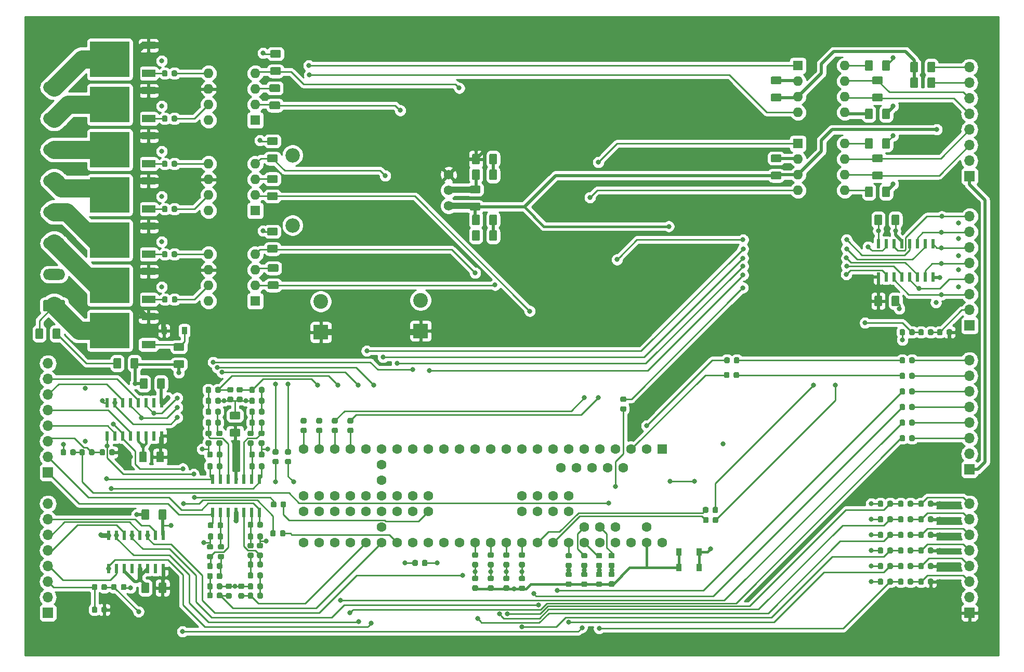
<source format=gbr>
G04 #@! TF.GenerationSoftware,KiCad,Pcbnew,5.1.4*
G04 #@! TF.CreationDate,2019-10-01T18:25:39-04:00*
G04 #@! TF.ProjectId,SolarCarECU,536f6c61-7243-4617-9245-43552e6b6963,rev?*
G04 #@! TF.SameCoordinates,Original*
G04 #@! TF.FileFunction,Copper,L1,Top*
G04 #@! TF.FilePolarity,Positive*
%FSLAX46Y46*%
G04 Gerber Fmt 4.6, Leading zero omitted, Abs format (unit mm)*
G04 Created by KiCad (PCBNEW 5.1.4) date 2019-10-01 18:25:39*
%MOMM*%
%LPD*%
G04 APERTURE LIST*
%ADD10R,0.600000X1.500000*%
%ADD11R,6.400000X5.800000*%
%ADD12R,2.200000X1.200000*%
%ADD13C,0.100000*%
%ADD14C,0.875000*%
%ADD15C,2.400000*%
%ADD16R,2.400000X2.400000*%
%ADD17C,1.600000*%
%ADD18R,1.600000X1.600000*%
%ADD19O,3.600000X1.800000*%
%ADD20C,1.800000*%
%ADD21C,1.250000*%
%ADD22R,0.900000X1.200000*%
%ADD23C,1.574800*%
%ADD24C,2.336800*%
%ADD25O,1.700000X1.700000*%
%ADD26R,1.700000X1.700000*%
%ADD27O,1.600000X1.600000*%
%ADD28C,0.800000*%
%ADD29C,0.250000*%
%ADD30C,0.400000*%
%ADD31C,1.000000*%
%ADD32C,0.500000*%
%ADD33C,0.508000*%
%ADD34C,0.762000*%
%ADD35C,0.254000*%
%ADD36C,3.000000*%
G04 APERTURE END LIST*
D10*
X208153000Y-82964000D03*
X209423000Y-82964000D03*
X210693000Y-82964000D03*
X211963000Y-82964000D03*
X213233000Y-82964000D03*
X214503000Y-82964000D03*
X215773000Y-82964000D03*
X217043000Y-82964000D03*
X217043000Y-77564000D03*
X215773000Y-77564000D03*
X214503000Y-77564000D03*
X213233000Y-77564000D03*
X211963000Y-77564000D03*
X210693000Y-77564000D03*
X209423000Y-77564000D03*
X208153000Y-77564000D03*
D11*
X82990000Y-69596000D03*
D12*
X89290000Y-67316000D03*
X89290000Y-71876000D03*
D13*
G36*
X142771691Y-131618053D02*
G01*
X142792926Y-131621203D01*
X142813750Y-131626419D01*
X142833962Y-131633651D01*
X142853368Y-131642830D01*
X142871781Y-131653866D01*
X142889024Y-131666654D01*
X142904930Y-131681070D01*
X142919346Y-131696976D01*
X142932134Y-131714219D01*
X142943170Y-131732632D01*
X142952349Y-131752038D01*
X142959581Y-131772250D01*
X142964797Y-131793074D01*
X142967947Y-131814309D01*
X142969000Y-131835750D01*
X142969000Y-132273250D01*
X142967947Y-132294691D01*
X142964797Y-132315926D01*
X142959581Y-132336750D01*
X142952349Y-132356962D01*
X142943170Y-132376368D01*
X142932134Y-132394781D01*
X142919346Y-132412024D01*
X142904930Y-132427930D01*
X142889024Y-132442346D01*
X142871781Y-132455134D01*
X142853368Y-132466170D01*
X142833962Y-132475349D01*
X142813750Y-132482581D01*
X142792926Y-132487797D01*
X142771691Y-132490947D01*
X142750250Y-132492000D01*
X142237750Y-132492000D01*
X142216309Y-132490947D01*
X142195074Y-132487797D01*
X142174250Y-132482581D01*
X142154038Y-132475349D01*
X142134632Y-132466170D01*
X142116219Y-132455134D01*
X142098976Y-132442346D01*
X142083070Y-132427930D01*
X142068654Y-132412024D01*
X142055866Y-132394781D01*
X142044830Y-132376368D01*
X142035651Y-132356962D01*
X142028419Y-132336750D01*
X142023203Y-132315926D01*
X142020053Y-132294691D01*
X142019000Y-132273250D01*
X142019000Y-131835750D01*
X142020053Y-131814309D01*
X142023203Y-131793074D01*
X142028419Y-131772250D01*
X142035651Y-131752038D01*
X142044830Y-131732632D01*
X142055866Y-131714219D01*
X142068654Y-131696976D01*
X142083070Y-131681070D01*
X142098976Y-131666654D01*
X142116219Y-131653866D01*
X142134632Y-131642830D01*
X142154038Y-131633651D01*
X142174250Y-131626419D01*
X142195074Y-131621203D01*
X142216309Y-131618053D01*
X142237750Y-131617000D01*
X142750250Y-131617000D01*
X142771691Y-131618053D01*
X142771691Y-131618053D01*
G37*
D14*
X142494000Y-132054500D03*
D13*
G36*
X142771691Y-133193053D02*
G01*
X142792926Y-133196203D01*
X142813750Y-133201419D01*
X142833962Y-133208651D01*
X142853368Y-133217830D01*
X142871781Y-133228866D01*
X142889024Y-133241654D01*
X142904930Y-133256070D01*
X142919346Y-133271976D01*
X142932134Y-133289219D01*
X142943170Y-133307632D01*
X142952349Y-133327038D01*
X142959581Y-133347250D01*
X142964797Y-133368074D01*
X142967947Y-133389309D01*
X142969000Y-133410750D01*
X142969000Y-133848250D01*
X142967947Y-133869691D01*
X142964797Y-133890926D01*
X142959581Y-133911750D01*
X142952349Y-133931962D01*
X142943170Y-133951368D01*
X142932134Y-133969781D01*
X142919346Y-133987024D01*
X142904930Y-134002930D01*
X142889024Y-134017346D01*
X142871781Y-134030134D01*
X142853368Y-134041170D01*
X142833962Y-134050349D01*
X142813750Y-134057581D01*
X142792926Y-134062797D01*
X142771691Y-134065947D01*
X142750250Y-134067000D01*
X142237750Y-134067000D01*
X142216309Y-134065947D01*
X142195074Y-134062797D01*
X142174250Y-134057581D01*
X142154038Y-134050349D01*
X142134632Y-134041170D01*
X142116219Y-134030134D01*
X142098976Y-134017346D01*
X142083070Y-134002930D01*
X142068654Y-133987024D01*
X142055866Y-133969781D01*
X142044830Y-133951368D01*
X142035651Y-133931962D01*
X142028419Y-133911750D01*
X142023203Y-133890926D01*
X142020053Y-133869691D01*
X142019000Y-133848250D01*
X142019000Y-133410750D01*
X142020053Y-133389309D01*
X142023203Y-133368074D01*
X142028419Y-133347250D01*
X142035651Y-133327038D01*
X142044830Y-133307632D01*
X142055866Y-133289219D01*
X142068654Y-133271976D01*
X142083070Y-133256070D01*
X142098976Y-133241654D01*
X142116219Y-133228866D01*
X142134632Y-133217830D01*
X142154038Y-133208651D01*
X142174250Y-133201419D01*
X142195074Y-133196203D01*
X142216309Y-133193053D01*
X142237750Y-133192000D01*
X142750250Y-133192000D01*
X142771691Y-133193053D01*
X142771691Y-133193053D01*
G37*
D14*
X142494000Y-133629500D03*
D13*
G36*
X158011691Y-127935053D02*
G01*
X158032926Y-127938203D01*
X158053750Y-127943419D01*
X158073962Y-127950651D01*
X158093368Y-127959830D01*
X158111781Y-127970866D01*
X158129024Y-127983654D01*
X158144930Y-127998070D01*
X158159346Y-128013976D01*
X158172134Y-128031219D01*
X158183170Y-128049632D01*
X158192349Y-128069038D01*
X158199581Y-128089250D01*
X158204797Y-128110074D01*
X158207947Y-128131309D01*
X158209000Y-128152750D01*
X158209000Y-128590250D01*
X158207947Y-128611691D01*
X158204797Y-128632926D01*
X158199581Y-128653750D01*
X158192349Y-128673962D01*
X158183170Y-128693368D01*
X158172134Y-128711781D01*
X158159346Y-128729024D01*
X158144930Y-128744930D01*
X158129024Y-128759346D01*
X158111781Y-128772134D01*
X158093368Y-128783170D01*
X158073962Y-128792349D01*
X158053750Y-128799581D01*
X158032926Y-128804797D01*
X158011691Y-128807947D01*
X157990250Y-128809000D01*
X157477750Y-128809000D01*
X157456309Y-128807947D01*
X157435074Y-128804797D01*
X157414250Y-128799581D01*
X157394038Y-128792349D01*
X157374632Y-128783170D01*
X157356219Y-128772134D01*
X157338976Y-128759346D01*
X157323070Y-128744930D01*
X157308654Y-128729024D01*
X157295866Y-128711781D01*
X157284830Y-128693368D01*
X157275651Y-128673962D01*
X157268419Y-128653750D01*
X157263203Y-128632926D01*
X157260053Y-128611691D01*
X157259000Y-128590250D01*
X157259000Y-128152750D01*
X157260053Y-128131309D01*
X157263203Y-128110074D01*
X157268419Y-128089250D01*
X157275651Y-128069038D01*
X157284830Y-128049632D01*
X157295866Y-128031219D01*
X157308654Y-128013976D01*
X157323070Y-127998070D01*
X157338976Y-127983654D01*
X157356219Y-127970866D01*
X157374632Y-127959830D01*
X157394038Y-127950651D01*
X157414250Y-127943419D01*
X157435074Y-127938203D01*
X157456309Y-127935053D01*
X157477750Y-127934000D01*
X157990250Y-127934000D01*
X158011691Y-127935053D01*
X158011691Y-127935053D01*
G37*
D14*
X157734000Y-128371500D03*
D13*
G36*
X158011691Y-129510053D02*
G01*
X158032926Y-129513203D01*
X158053750Y-129518419D01*
X158073962Y-129525651D01*
X158093368Y-129534830D01*
X158111781Y-129545866D01*
X158129024Y-129558654D01*
X158144930Y-129573070D01*
X158159346Y-129588976D01*
X158172134Y-129606219D01*
X158183170Y-129624632D01*
X158192349Y-129644038D01*
X158199581Y-129664250D01*
X158204797Y-129685074D01*
X158207947Y-129706309D01*
X158209000Y-129727750D01*
X158209000Y-130165250D01*
X158207947Y-130186691D01*
X158204797Y-130207926D01*
X158199581Y-130228750D01*
X158192349Y-130248962D01*
X158183170Y-130268368D01*
X158172134Y-130286781D01*
X158159346Y-130304024D01*
X158144930Y-130319930D01*
X158129024Y-130334346D01*
X158111781Y-130347134D01*
X158093368Y-130358170D01*
X158073962Y-130367349D01*
X158053750Y-130374581D01*
X158032926Y-130379797D01*
X158011691Y-130382947D01*
X157990250Y-130384000D01*
X157477750Y-130384000D01*
X157456309Y-130382947D01*
X157435074Y-130379797D01*
X157414250Y-130374581D01*
X157394038Y-130367349D01*
X157374632Y-130358170D01*
X157356219Y-130347134D01*
X157338976Y-130334346D01*
X157323070Y-130319930D01*
X157308654Y-130304024D01*
X157295866Y-130286781D01*
X157284830Y-130268368D01*
X157275651Y-130248962D01*
X157268419Y-130228750D01*
X157263203Y-130207926D01*
X157260053Y-130186691D01*
X157259000Y-130165250D01*
X157259000Y-129727750D01*
X157260053Y-129706309D01*
X157263203Y-129685074D01*
X157268419Y-129664250D01*
X157275651Y-129644038D01*
X157284830Y-129624632D01*
X157295866Y-129606219D01*
X157308654Y-129588976D01*
X157323070Y-129573070D01*
X157338976Y-129558654D01*
X157356219Y-129545866D01*
X157374632Y-129534830D01*
X157394038Y-129525651D01*
X157414250Y-129518419D01*
X157435074Y-129513203D01*
X157456309Y-129510053D01*
X157477750Y-129509000D01*
X157990250Y-129509000D01*
X158011691Y-129510053D01*
X158011691Y-129510053D01*
G37*
D14*
X157734000Y-129946500D03*
D15*
X133604000Y-86741000D03*
D16*
X133604000Y-91741000D03*
D17*
X132334000Y-110998000D03*
X129794000Y-110998000D03*
X127254000Y-110998000D03*
X124714000Y-110998000D03*
X134874000Y-110998000D03*
X137414000Y-110998000D03*
X139954000Y-110998000D03*
X122174000Y-110998000D03*
X119634000Y-110998000D03*
X117094000Y-110998000D03*
X114554000Y-110998000D03*
X127254000Y-113538000D03*
X127254000Y-116078000D03*
X127254000Y-118618000D03*
X127254000Y-121158000D03*
X127254000Y-123698000D03*
X114554000Y-126238000D03*
X117094000Y-126238000D03*
X119634000Y-126238000D03*
X122174000Y-126238000D03*
X124714000Y-126238000D03*
X127254000Y-126238000D03*
X129794000Y-126238000D03*
X132334000Y-126238000D03*
X142494000Y-110998000D03*
X145034000Y-110998000D03*
X147574000Y-110998000D03*
X150114000Y-110998000D03*
X152654000Y-110998000D03*
X155194000Y-110998000D03*
X157734000Y-110998000D03*
X160274000Y-110998000D03*
X162814000Y-110998000D03*
X165354000Y-110998000D03*
X167894000Y-110998000D03*
X170434000Y-110998000D03*
D18*
X172974000Y-110998000D03*
D17*
X134874000Y-126238000D03*
X137414000Y-126238000D03*
X139954000Y-126238000D03*
X142494000Y-126238000D03*
X145034000Y-126238000D03*
X147574000Y-126238000D03*
X150114000Y-126238000D03*
X152654000Y-126238000D03*
X155194000Y-126238000D03*
X157734000Y-126238000D03*
X160274000Y-126238000D03*
X162814000Y-126238000D03*
X165354000Y-126238000D03*
X167894000Y-126238000D03*
X170434000Y-126238000D03*
X172974000Y-126238000D03*
X170434000Y-123698000D03*
X165354000Y-123698000D03*
X162814000Y-123698000D03*
X160274000Y-123698000D03*
X157734000Y-118618000D03*
X155194000Y-118618000D03*
X152654000Y-118618000D03*
X150114000Y-118618000D03*
X134874000Y-118618000D03*
X132334000Y-118618000D03*
X129794000Y-118618000D03*
X124714000Y-118618000D03*
X122174000Y-118618000D03*
X119634000Y-118618000D03*
X117094000Y-118618000D03*
X114554000Y-118618000D03*
X114554000Y-121158000D03*
X117094000Y-121158000D03*
X119634000Y-121158000D03*
X122174000Y-121158000D03*
X124714000Y-121158000D03*
X129794000Y-121158000D03*
X132334000Y-121158000D03*
X134874000Y-121158000D03*
X150114000Y-121158000D03*
X152654000Y-121158000D03*
X155194000Y-121158000D03*
X157734000Y-121158000D03*
X166624000Y-113998000D03*
X164084000Y-113998000D03*
X161544000Y-113998000D03*
X159004000Y-113998000D03*
X156464000Y-113998000D03*
D19*
X73914000Y-52070000D03*
X73914000Y-57150000D03*
X73914000Y-62230000D03*
X73914000Y-67310000D03*
X73914000Y-72390000D03*
X73914000Y-77470000D03*
X73914000Y-82550000D03*
D13*
G36*
X75488504Y-86731204D02*
G01*
X75512773Y-86734804D01*
X75536571Y-86740765D01*
X75559671Y-86749030D01*
X75581849Y-86759520D01*
X75602893Y-86772133D01*
X75622598Y-86786747D01*
X75640777Y-86803223D01*
X75657253Y-86821402D01*
X75671867Y-86841107D01*
X75684480Y-86862151D01*
X75694970Y-86884329D01*
X75703235Y-86907429D01*
X75709196Y-86931227D01*
X75712796Y-86955496D01*
X75714000Y-86980000D01*
X75714000Y-88280000D01*
X75712796Y-88304504D01*
X75709196Y-88328773D01*
X75703235Y-88352571D01*
X75694970Y-88375671D01*
X75684480Y-88397849D01*
X75671867Y-88418893D01*
X75657253Y-88438598D01*
X75640777Y-88456777D01*
X75622598Y-88473253D01*
X75602893Y-88487867D01*
X75581849Y-88500480D01*
X75559671Y-88510970D01*
X75536571Y-88519235D01*
X75512773Y-88525196D01*
X75488504Y-88528796D01*
X75464000Y-88530000D01*
X72364000Y-88530000D01*
X72339496Y-88528796D01*
X72315227Y-88525196D01*
X72291429Y-88519235D01*
X72268329Y-88510970D01*
X72246151Y-88500480D01*
X72225107Y-88487867D01*
X72205402Y-88473253D01*
X72187223Y-88456777D01*
X72170747Y-88438598D01*
X72156133Y-88418893D01*
X72143520Y-88397849D01*
X72133030Y-88375671D01*
X72124765Y-88352571D01*
X72118804Y-88328773D01*
X72115204Y-88304504D01*
X72114000Y-88280000D01*
X72114000Y-86980000D01*
X72115204Y-86955496D01*
X72118804Y-86931227D01*
X72124765Y-86907429D01*
X72133030Y-86884329D01*
X72143520Y-86862151D01*
X72156133Y-86841107D01*
X72170747Y-86821402D01*
X72187223Y-86803223D01*
X72205402Y-86786747D01*
X72225107Y-86772133D01*
X72246151Y-86759520D01*
X72268329Y-86749030D01*
X72291429Y-86740765D01*
X72315227Y-86734804D01*
X72339496Y-86731204D01*
X72364000Y-86730000D01*
X75464000Y-86730000D01*
X75488504Y-86731204D01*
X75488504Y-86731204D01*
G37*
D20*
X73914000Y-87630000D03*
D13*
G36*
X212304691Y-91474053D02*
G01*
X212325926Y-91477203D01*
X212346750Y-91482419D01*
X212366962Y-91489651D01*
X212386368Y-91498830D01*
X212404781Y-91509866D01*
X212422024Y-91522654D01*
X212437930Y-91537070D01*
X212452346Y-91552976D01*
X212465134Y-91570219D01*
X212476170Y-91588632D01*
X212485349Y-91608038D01*
X212492581Y-91628250D01*
X212497797Y-91649074D01*
X212500947Y-91670309D01*
X212502000Y-91691750D01*
X212502000Y-92204250D01*
X212500947Y-92225691D01*
X212497797Y-92246926D01*
X212492581Y-92267750D01*
X212485349Y-92287962D01*
X212476170Y-92307368D01*
X212465134Y-92325781D01*
X212452346Y-92343024D01*
X212437930Y-92358930D01*
X212422024Y-92373346D01*
X212404781Y-92386134D01*
X212386368Y-92397170D01*
X212366962Y-92406349D01*
X212346750Y-92413581D01*
X212325926Y-92418797D01*
X212304691Y-92421947D01*
X212283250Y-92423000D01*
X211845750Y-92423000D01*
X211824309Y-92421947D01*
X211803074Y-92418797D01*
X211782250Y-92413581D01*
X211762038Y-92406349D01*
X211742632Y-92397170D01*
X211724219Y-92386134D01*
X211706976Y-92373346D01*
X211691070Y-92358930D01*
X211676654Y-92343024D01*
X211663866Y-92325781D01*
X211652830Y-92307368D01*
X211643651Y-92287962D01*
X211636419Y-92267750D01*
X211631203Y-92246926D01*
X211628053Y-92225691D01*
X211627000Y-92204250D01*
X211627000Y-91691750D01*
X211628053Y-91670309D01*
X211631203Y-91649074D01*
X211636419Y-91628250D01*
X211643651Y-91608038D01*
X211652830Y-91588632D01*
X211663866Y-91570219D01*
X211676654Y-91552976D01*
X211691070Y-91537070D01*
X211706976Y-91522654D01*
X211724219Y-91509866D01*
X211742632Y-91498830D01*
X211762038Y-91489651D01*
X211782250Y-91482419D01*
X211803074Y-91477203D01*
X211824309Y-91474053D01*
X211845750Y-91473000D01*
X212283250Y-91473000D01*
X212304691Y-91474053D01*
X212304691Y-91474053D01*
G37*
D14*
X212064500Y-91948000D03*
D13*
G36*
X213879691Y-91474053D02*
G01*
X213900926Y-91477203D01*
X213921750Y-91482419D01*
X213941962Y-91489651D01*
X213961368Y-91498830D01*
X213979781Y-91509866D01*
X213997024Y-91522654D01*
X214012930Y-91537070D01*
X214027346Y-91552976D01*
X214040134Y-91570219D01*
X214051170Y-91588632D01*
X214060349Y-91608038D01*
X214067581Y-91628250D01*
X214072797Y-91649074D01*
X214075947Y-91670309D01*
X214077000Y-91691750D01*
X214077000Y-92204250D01*
X214075947Y-92225691D01*
X214072797Y-92246926D01*
X214067581Y-92267750D01*
X214060349Y-92287962D01*
X214051170Y-92307368D01*
X214040134Y-92325781D01*
X214027346Y-92343024D01*
X214012930Y-92358930D01*
X213997024Y-92373346D01*
X213979781Y-92386134D01*
X213961368Y-92397170D01*
X213941962Y-92406349D01*
X213921750Y-92413581D01*
X213900926Y-92418797D01*
X213879691Y-92421947D01*
X213858250Y-92423000D01*
X213420750Y-92423000D01*
X213399309Y-92421947D01*
X213378074Y-92418797D01*
X213357250Y-92413581D01*
X213337038Y-92406349D01*
X213317632Y-92397170D01*
X213299219Y-92386134D01*
X213281976Y-92373346D01*
X213266070Y-92358930D01*
X213251654Y-92343024D01*
X213238866Y-92325781D01*
X213227830Y-92307368D01*
X213218651Y-92287962D01*
X213211419Y-92267750D01*
X213206203Y-92246926D01*
X213203053Y-92225691D01*
X213202000Y-92204250D01*
X213202000Y-91691750D01*
X213203053Y-91670309D01*
X213206203Y-91649074D01*
X213211419Y-91628250D01*
X213218651Y-91608038D01*
X213227830Y-91588632D01*
X213238866Y-91570219D01*
X213251654Y-91552976D01*
X213266070Y-91537070D01*
X213281976Y-91522654D01*
X213299219Y-91509866D01*
X213317632Y-91498830D01*
X213337038Y-91489651D01*
X213357250Y-91482419D01*
X213378074Y-91477203D01*
X213399309Y-91474053D01*
X213420750Y-91473000D01*
X213858250Y-91473000D01*
X213879691Y-91474053D01*
X213879691Y-91474053D01*
G37*
D14*
X213639500Y-91948000D03*
D13*
G36*
X215352691Y-91474053D02*
G01*
X215373926Y-91477203D01*
X215394750Y-91482419D01*
X215414962Y-91489651D01*
X215434368Y-91498830D01*
X215452781Y-91509866D01*
X215470024Y-91522654D01*
X215485930Y-91537070D01*
X215500346Y-91552976D01*
X215513134Y-91570219D01*
X215524170Y-91588632D01*
X215533349Y-91608038D01*
X215540581Y-91628250D01*
X215545797Y-91649074D01*
X215548947Y-91670309D01*
X215550000Y-91691750D01*
X215550000Y-92204250D01*
X215548947Y-92225691D01*
X215545797Y-92246926D01*
X215540581Y-92267750D01*
X215533349Y-92287962D01*
X215524170Y-92307368D01*
X215513134Y-92325781D01*
X215500346Y-92343024D01*
X215485930Y-92358930D01*
X215470024Y-92373346D01*
X215452781Y-92386134D01*
X215434368Y-92397170D01*
X215414962Y-92406349D01*
X215394750Y-92413581D01*
X215373926Y-92418797D01*
X215352691Y-92421947D01*
X215331250Y-92423000D01*
X214893750Y-92423000D01*
X214872309Y-92421947D01*
X214851074Y-92418797D01*
X214830250Y-92413581D01*
X214810038Y-92406349D01*
X214790632Y-92397170D01*
X214772219Y-92386134D01*
X214754976Y-92373346D01*
X214739070Y-92358930D01*
X214724654Y-92343024D01*
X214711866Y-92325781D01*
X214700830Y-92307368D01*
X214691651Y-92287962D01*
X214684419Y-92267750D01*
X214679203Y-92246926D01*
X214676053Y-92225691D01*
X214675000Y-92204250D01*
X214675000Y-91691750D01*
X214676053Y-91670309D01*
X214679203Y-91649074D01*
X214684419Y-91628250D01*
X214691651Y-91608038D01*
X214700830Y-91588632D01*
X214711866Y-91570219D01*
X214724654Y-91552976D01*
X214739070Y-91537070D01*
X214754976Y-91522654D01*
X214772219Y-91509866D01*
X214790632Y-91498830D01*
X214810038Y-91489651D01*
X214830250Y-91482419D01*
X214851074Y-91477203D01*
X214872309Y-91474053D01*
X214893750Y-91473000D01*
X215331250Y-91473000D01*
X215352691Y-91474053D01*
X215352691Y-91474053D01*
G37*
D14*
X215112500Y-91948000D03*
D13*
G36*
X216927691Y-91474053D02*
G01*
X216948926Y-91477203D01*
X216969750Y-91482419D01*
X216989962Y-91489651D01*
X217009368Y-91498830D01*
X217027781Y-91509866D01*
X217045024Y-91522654D01*
X217060930Y-91537070D01*
X217075346Y-91552976D01*
X217088134Y-91570219D01*
X217099170Y-91588632D01*
X217108349Y-91608038D01*
X217115581Y-91628250D01*
X217120797Y-91649074D01*
X217123947Y-91670309D01*
X217125000Y-91691750D01*
X217125000Y-92204250D01*
X217123947Y-92225691D01*
X217120797Y-92246926D01*
X217115581Y-92267750D01*
X217108349Y-92287962D01*
X217099170Y-92307368D01*
X217088134Y-92325781D01*
X217075346Y-92343024D01*
X217060930Y-92358930D01*
X217045024Y-92373346D01*
X217027781Y-92386134D01*
X217009368Y-92397170D01*
X216989962Y-92406349D01*
X216969750Y-92413581D01*
X216948926Y-92418797D01*
X216927691Y-92421947D01*
X216906250Y-92423000D01*
X216468750Y-92423000D01*
X216447309Y-92421947D01*
X216426074Y-92418797D01*
X216405250Y-92413581D01*
X216385038Y-92406349D01*
X216365632Y-92397170D01*
X216347219Y-92386134D01*
X216329976Y-92373346D01*
X216314070Y-92358930D01*
X216299654Y-92343024D01*
X216286866Y-92325781D01*
X216275830Y-92307368D01*
X216266651Y-92287962D01*
X216259419Y-92267750D01*
X216254203Y-92246926D01*
X216251053Y-92225691D01*
X216250000Y-92204250D01*
X216250000Y-91691750D01*
X216251053Y-91670309D01*
X216254203Y-91649074D01*
X216259419Y-91628250D01*
X216266651Y-91608038D01*
X216275830Y-91588632D01*
X216286866Y-91570219D01*
X216299654Y-91552976D01*
X216314070Y-91537070D01*
X216329976Y-91522654D01*
X216347219Y-91509866D01*
X216365632Y-91498830D01*
X216385038Y-91489651D01*
X216405250Y-91482419D01*
X216426074Y-91477203D01*
X216447309Y-91474053D01*
X216468750Y-91473000D01*
X216906250Y-91473000D01*
X216927691Y-91474053D01*
X216927691Y-91474053D01*
G37*
D14*
X216687500Y-91948000D03*
D13*
G36*
X75652691Y-111032053D02*
G01*
X75673926Y-111035203D01*
X75694750Y-111040419D01*
X75714962Y-111047651D01*
X75734368Y-111056830D01*
X75752781Y-111067866D01*
X75770024Y-111080654D01*
X75785930Y-111095070D01*
X75800346Y-111110976D01*
X75813134Y-111128219D01*
X75824170Y-111146632D01*
X75833349Y-111166038D01*
X75840581Y-111186250D01*
X75845797Y-111207074D01*
X75848947Y-111228309D01*
X75850000Y-111249750D01*
X75850000Y-111762250D01*
X75848947Y-111783691D01*
X75845797Y-111804926D01*
X75840581Y-111825750D01*
X75833349Y-111845962D01*
X75824170Y-111865368D01*
X75813134Y-111883781D01*
X75800346Y-111901024D01*
X75785930Y-111916930D01*
X75770024Y-111931346D01*
X75752781Y-111944134D01*
X75734368Y-111955170D01*
X75714962Y-111964349D01*
X75694750Y-111971581D01*
X75673926Y-111976797D01*
X75652691Y-111979947D01*
X75631250Y-111981000D01*
X75193750Y-111981000D01*
X75172309Y-111979947D01*
X75151074Y-111976797D01*
X75130250Y-111971581D01*
X75110038Y-111964349D01*
X75090632Y-111955170D01*
X75072219Y-111944134D01*
X75054976Y-111931346D01*
X75039070Y-111916930D01*
X75024654Y-111901024D01*
X75011866Y-111883781D01*
X75000830Y-111865368D01*
X74991651Y-111845962D01*
X74984419Y-111825750D01*
X74979203Y-111804926D01*
X74976053Y-111783691D01*
X74975000Y-111762250D01*
X74975000Y-111249750D01*
X74976053Y-111228309D01*
X74979203Y-111207074D01*
X74984419Y-111186250D01*
X74991651Y-111166038D01*
X75000830Y-111146632D01*
X75011866Y-111128219D01*
X75024654Y-111110976D01*
X75039070Y-111095070D01*
X75054976Y-111080654D01*
X75072219Y-111067866D01*
X75090632Y-111056830D01*
X75110038Y-111047651D01*
X75130250Y-111040419D01*
X75151074Y-111035203D01*
X75172309Y-111032053D01*
X75193750Y-111031000D01*
X75631250Y-111031000D01*
X75652691Y-111032053D01*
X75652691Y-111032053D01*
G37*
D14*
X75412500Y-111506000D03*
D13*
G36*
X77227691Y-111032053D02*
G01*
X77248926Y-111035203D01*
X77269750Y-111040419D01*
X77289962Y-111047651D01*
X77309368Y-111056830D01*
X77327781Y-111067866D01*
X77345024Y-111080654D01*
X77360930Y-111095070D01*
X77375346Y-111110976D01*
X77388134Y-111128219D01*
X77399170Y-111146632D01*
X77408349Y-111166038D01*
X77415581Y-111186250D01*
X77420797Y-111207074D01*
X77423947Y-111228309D01*
X77425000Y-111249750D01*
X77425000Y-111762250D01*
X77423947Y-111783691D01*
X77420797Y-111804926D01*
X77415581Y-111825750D01*
X77408349Y-111845962D01*
X77399170Y-111865368D01*
X77388134Y-111883781D01*
X77375346Y-111901024D01*
X77360930Y-111916930D01*
X77345024Y-111931346D01*
X77327781Y-111944134D01*
X77309368Y-111955170D01*
X77289962Y-111964349D01*
X77269750Y-111971581D01*
X77248926Y-111976797D01*
X77227691Y-111979947D01*
X77206250Y-111981000D01*
X76768750Y-111981000D01*
X76747309Y-111979947D01*
X76726074Y-111976797D01*
X76705250Y-111971581D01*
X76685038Y-111964349D01*
X76665632Y-111955170D01*
X76647219Y-111944134D01*
X76629976Y-111931346D01*
X76614070Y-111916930D01*
X76599654Y-111901024D01*
X76586866Y-111883781D01*
X76575830Y-111865368D01*
X76566651Y-111845962D01*
X76559419Y-111825750D01*
X76554203Y-111804926D01*
X76551053Y-111783691D01*
X76550000Y-111762250D01*
X76550000Y-111249750D01*
X76551053Y-111228309D01*
X76554203Y-111207074D01*
X76559419Y-111186250D01*
X76566651Y-111166038D01*
X76575830Y-111146632D01*
X76586866Y-111128219D01*
X76599654Y-111110976D01*
X76614070Y-111095070D01*
X76629976Y-111080654D01*
X76647219Y-111067866D01*
X76665632Y-111056830D01*
X76685038Y-111047651D01*
X76705250Y-111040419D01*
X76726074Y-111035203D01*
X76747309Y-111032053D01*
X76768750Y-111031000D01*
X77206250Y-111031000D01*
X77227691Y-111032053D01*
X77227691Y-111032053D01*
G37*
D14*
X76987500Y-111506000D03*
D13*
G36*
X78700691Y-111032053D02*
G01*
X78721926Y-111035203D01*
X78742750Y-111040419D01*
X78762962Y-111047651D01*
X78782368Y-111056830D01*
X78800781Y-111067866D01*
X78818024Y-111080654D01*
X78833930Y-111095070D01*
X78848346Y-111110976D01*
X78861134Y-111128219D01*
X78872170Y-111146632D01*
X78881349Y-111166038D01*
X78888581Y-111186250D01*
X78893797Y-111207074D01*
X78896947Y-111228309D01*
X78898000Y-111249750D01*
X78898000Y-111762250D01*
X78896947Y-111783691D01*
X78893797Y-111804926D01*
X78888581Y-111825750D01*
X78881349Y-111845962D01*
X78872170Y-111865368D01*
X78861134Y-111883781D01*
X78848346Y-111901024D01*
X78833930Y-111916930D01*
X78818024Y-111931346D01*
X78800781Y-111944134D01*
X78782368Y-111955170D01*
X78762962Y-111964349D01*
X78742750Y-111971581D01*
X78721926Y-111976797D01*
X78700691Y-111979947D01*
X78679250Y-111981000D01*
X78241750Y-111981000D01*
X78220309Y-111979947D01*
X78199074Y-111976797D01*
X78178250Y-111971581D01*
X78158038Y-111964349D01*
X78138632Y-111955170D01*
X78120219Y-111944134D01*
X78102976Y-111931346D01*
X78087070Y-111916930D01*
X78072654Y-111901024D01*
X78059866Y-111883781D01*
X78048830Y-111865368D01*
X78039651Y-111845962D01*
X78032419Y-111825750D01*
X78027203Y-111804926D01*
X78024053Y-111783691D01*
X78023000Y-111762250D01*
X78023000Y-111249750D01*
X78024053Y-111228309D01*
X78027203Y-111207074D01*
X78032419Y-111186250D01*
X78039651Y-111166038D01*
X78048830Y-111146632D01*
X78059866Y-111128219D01*
X78072654Y-111110976D01*
X78087070Y-111095070D01*
X78102976Y-111080654D01*
X78120219Y-111067866D01*
X78138632Y-111056830D01*
X78158038Y-111047651D01*
X78178250Y-111040419D01*
X78199074Y-111035203D01*
X78220309Y-111032053D01*
X78241750Y-111031000D01*
X78679250Y-111031000D01*
X78700691Y-111032053D01*
X78700691Y-111032053D01*
G37*
D14*
X78460500Y-111506000D03*
D13*
G36*
X80275691Y-111032053D02*
G01*
X80296926Y-111035203D01*
X80317750Y-111040419D01*
X80337962Y-111047651D01*
X80357368Y-111056830D01*
X80375781Y-111067866D01*
X80393024Y-111080654D01*
X80408930Y-111095070D01*
X80423346Y-111110976D01*
X80436134Y-111128219D01*
X80447170Y-111146632D01*
X80456349Y-111166038D01*
X80463581Y-111186250D01*
X80468797Y-111207074D01*
X80471947Y-111228309D01*
X80473000Y-111249750D01*
X80473000Y-111762250D01*
X80471947Y-111783691D01*
X80468797Y-111804926D01*
X80463581Y-111825750D01*
X80456349Y-111845962D01*
X80447170Y-111865368D01*
X80436134Y-111883781D01*
X80423346Y-111901024D01*
X80408930Y-111916930D01*
X80393024Y-111931346D01*
X80375781Y-111944134D01*
X80357368Y-111955170D01*
X80337962Y-111964349D01*
X80317750Y-111971581D01*
X80296926Y-111976797D01*
X80275691Y-111979947D01*
X80254250Y-111981000D01*
X79816750Y-111981000D01*
X79795309Y-111979947D01*
X79774074Y-111976797D01*
X79753250Y-111971581D01*
X79733038Y-111964349D01*
X79713632Y-111955170D01*
X79695219Y-111944134D01*
X79677976Y-111931346D01*
X79662070Y-111916930D01*
X79647654Y-111901024D01*
X79634866Y-111883781D01*
X79623830Y-111865368D01*
X79614651Y-111845962D01*
X79607419Y-111825750D01*
X79602203Y-111804926D01*
X79599053Y-111783691D01*
X79598000Y-111762250D01*
X79598000Y-111249750D01*
X79599053Y-111228309D01*
X79602203Y-111207074D01*
X79607419Y-111186250D01*
X79614651Y-111166038D01*
X79623830Y-111146632D01*
X79634866Y-111128219D01*
X79647654Y-111110976D01*
X79662070Y-111095070D01*
X79677976Y-111080654D01*
X79695219Y-111067866D01*
X79713632Y-111056830D01*
X79733038Y-111047651D01*
X79753250Y-111040419D01*
X79774074Y-111035203D01*
X79795309Y-111032053D01*
X79816750Y-111031000D01*
X80254250Y-111031000D01*
X80275691Y-111032053D01*
X80275691Y-111032053D01*
G37*
D14*
X80035500Y-111506000D03*
D13*
G36*
X208748691Y-124494053D02*
G01*
X208769926Y-124497203D01*
X208790750Y-124502419D01*
X208810962Y-124509651D01*
X208830368Y-124518830D01*
X208848781Y-124529866D01*
X208866024Y-124542654D01*
X208881930Y-124557070D01*
X208896346Y-124572976D01*
X208909134Y-124590219D01*
X208920170Y-124608632D01*
X208929349Y-124628038D01*
X208936581Y-124648250D01*
X208941797Y-124669074D01*
X208944947Y-124690309D01*
X208946000Y-124711750D01*
X208946000Y-125224250D01*
X208944947Y-125245691D01*
X208941797Y-125266926D01*
X208936581Y-125287750D01*
X208929349Y-125307962D01*
X208920170Y-125327368D01*
X208909134Y-125345781D01*
X208896346Y-125363024D01*
X208881930Y-125378930D01*
X208866024Y-125393346D01*
X208848781Y-125406134D01*
X208830368Y-125417170D01*
X208810962Y-125426349D01*
X208790750Y-125433581D01*
X208769926Y-125438797D01*
X208748691Y-125441947D01*
X208727250Y-125443000D01*
X208289750Y-125443000D01*
X208268309Y-125441947D01*
X208247074Y-125438797D01*
X208226250Y-125433581D01*
X208206038Y-125426349D01*
X208186632Y-125417170D01*
X208168219Y-125406134D01*
X208150976Y-125393346D01*
X208135070Y-125378930D01*
X208120654Y-125363024D01*
X208107866Y-125345781D01*
X208096830Y-125327368D01*
X208087651Y-125307962D01*
X208080419Y-125287750D01*
X208075203Y-125266926D01*
X208072053Y-125245691D01*
X208071000Y-125224250D01*
X208071000Y-124711750D01*
X208072053Y-124690309D01*
X208075203Y-124669074D01*
X208080419Y-124648250D01*
X208087651Y-124628038D01*
X208096830Y-124608632D01*
X208107866Y-124590219D01*
X208120654Y-124572976D01*
X208135070Y-124557070D01*
X208150976Y-124542654D01*
X208168219Y-124529866D01*
X208186632Y-124518830D01*
X208206038Y-124509651D01*
X208226250Y-124502419D01*
X208247074Y-124497203D01*
X208268309Y-124494053D01*
X208289750Y-124493000D01*
X208727250Y-124493000D01*
X208748691Y-124494053D01*
X208748691Y-124494053D01*
G37*
D14*
X208508500Y-124968000D03*
D13*
G36*
X210323691Y-124494053D02*
G01*
X210344926Y-124497203D01*
X210365750Y-124502419D01*
X210385962Y-124509651D01*
X210405368Y-124518830D01*
X210423781Y-124529866D01*
X210441024Y-124542654D01*
X210456930Y-124557070D01*
X210471346Y-124572976D01*
X210484134Y-124590219D01*
X210495170Y-124608632D01*
X210504349Y-124628038D01*
X210511581Y-124648250D01*
X210516797Y-124669074D01*
X210519947Y-124690309D01*
X210521000Y-124711750D01*
X210521000Y-125224250D01*
X210519947Y-125245691D01*
X210516797Y-125266926D01*
X210511581Y-125287750D01*
X210504349Y-125307962D01*
X210495170Y-125327368D01*
X210484134Y-125345781D01*
X210471346Y-125363024D01*
X210456930Y-125378930D01*
X210441024Y-125393346D01*
X210423781Y-125406134D01*
X210405368Y-125417170D01*
X210385962Y-125426349D01*
X210365750Y-125433581D01*
X210344926Y-125438797D01*
X210323691Y-125441947D01*
X210302250Y-125443000D01*
X209864750Y-125443000D01*
X209843309Y-125441947D01*
X209822074Y-125438797D01*
X209801250Y-125433581D01*
X209781038Y-125426349D01*
X209761632Y-125417170D01*
X209743219Y-125406134D01*
X209725976Y-125393346D01*
X209710070Y-125378930D01*
X209695654Y-125363024D01*
X209682866Y-125345781D01*
X209671830Y-125327368D01*
X209662651Y-125307962D01*
X209655419Y-125287750D01*
X209650203Y-125266926D01*
X209647053Y-125245691D01*
X209646000Y-125224250D01*
X209646000Y-124711750D01*
X209647053Y-124690309D01*
X209650203Y-124669074D01*
X209655419Y-124648250D01*
X209662651Y-124628038D01*
X209671830Y-124608632D01*
X209682866Y-124590219D01*
X209695654Y-124572976D01*
X209710070Y-124557070D01*
X209725976Y-124542654D01*
X209743219Y-124529866D01*
X209761632Y-124518830D01*
X209781038Y-124509651D01*
X209801250Y-124502419D01*
X209822074Y-124497203D01*
X209843309Y-124494053D01*
X209864750Y-124493000D01*
X210302250Y-124493000D01*
X210323691Y-124494053D01*
X210323691Y-124494053D01*
G37*
D14*
X210083500Y-124968000D03*
D13*
G36*
X212050691Y-124494053D02*
G01*
X212071926Y-124497203D01*
X212092750Y-124502419D01*
X212112962Y-124509651D01*
X212132368Y-124518830D01*
X212150781Y-124529866D01*
X212168024Y-124542654D01*
X212183930Y-124557070D01*
X212198346Y-124572976D01*
X212211134Y-124590219D01*
X212222170Y-124608632D01*
X212231349Y-124628038D01*
X212238581Y-124648250D01*
X212243797Y-124669074D01*
X212246947Y-124690309D01*
X212248000Y-124711750D01*
X212248000Y-125224250D01*
X212246947Y-125245691D01*
X212243797Y-125266926D01*
X212238581Y-125287750D01*
X212231349Y-125307962D01*
X212222170Y-125327368D01*
X212211134Y-125345781D01*
X212198346Y-125363024D01*
X212183930Y-125378930D01*
X212168024Y-125393346D01*
X212150781Y-125406134D01*
X212132368Y-125417170D01*
X212112962Y-125426349D01*
X212092750Y-125433581D01*
X212071926Y-125438797D01*
X212050691Y-125441947D01*
X212029250Y-125443000D01*
X211591750Y-125443000D01*
X211570309Y-125441947D01*
X211549074Y-125438797D01*
X211528250Y-125433581D01*
X211508038Y-125426349D01*
X211488632Y-125417170D01*
X211470219Y-125406134D01*
X211452976Y-125393346D01*
X211437070Y-125378930D01*
X211422654Y-125363024D01*
X211409866Y-125345781D01*
X211398830Y-125327368D01*
X211389651Y-125307962D01*
X211382419Y-125287750D01*
X211377203Y-125266926D01*
X211374053Y-125245691D01*
X211373000Y-125224250D01*
X211373000Y-124711750D01*
X211374053Y-124690309D01*
X211377203Y-124669074D01*
X211382419Y-124648250D01*
X211389651Y-124628038D01*
X211398830Y-124608632D01*
X211409866Y-124590219D01*
X211422654Y-124572976D01*
X211437070Y-124557070D01*
X211452976Y-124542654D01*
X211470219Y-124529866D01*
X211488632Y-124518830D01*
X211508038Y-124509651D01*
X211528250Y-124502419D01*
X211549074Y-124497203D01*
X211570309Y-124494053D01*
X211591750Y-124493000D01*
X212029250Y-124493000D01*
X212050691Y-124494053D01*
X212050691Y-124494053D01*
G37*
D14*
X211810500Y-124968000D03*
D13*
G36*
X213625691Y-124494053D02*
G01*
X213646926Y-124497203D01*
X213667750Y-124502419D01*
X213687962Y-124509651D01*
X213707368Y-124518830D01*
X213725781Y-124529866D01*
X213743024Y-124542654D01*
X213758930Y-124557070D01*
X213773346Y-124572976D01*
X213786134Y-124590219D01*
X213797170Y-124608632D01*
X213806349Y-124628038D01*
X213813581Y-124648250D01*
X213818797Y-124669074D01*
X213821947Y-124690309D01*
X213823000Y-124711750D01*
X213823000Y-125224250D01*
X213821947Y-125245691D01*
X213818797Y-125266926D01*
X213813581Y-125287750D01*
X213806349Y-125307962D01*
X213797170Y-125327368D01*
X213786134Y-125345781D01*
X213773346Y-125363024D01*
X213758930Y-125378930D01*
X213743024Y-125393346D01*
X213725781Y-125406134D01*
X213707368Y-125417170D01*
X213687962Y-125426349D01*
X213667750Y-125433581D01*
X213646926Y-125438797D01*
X213625691Y-125441947D01*
X213604250Y-125443000D01*
X213166750Y-125443000D01*
X213145309Y-125441947D01*
X213124074Y-125438797D01*
X213103250Y-125433581D01*
X213083038Y-125426349D01*
X213063632Y-125417170D01*
X213045219Y-125406134D01*
X213027976Y-125393346D01*
X213012070Y-125378930D01*
X212997654Y-125363024D01*
X212984866Y-125345781D01*
X212973830Y-125327368D01*
X212964651Y-125307962D01*
X212957419Y-125287750D01*
X212952203Y-125266926D01*
X212949053Y-125245691D01*
X212948000Y-125224250D01*
X212948000Y-124711750D01*
X212949053Y-124690309D01*
X212952203Y-124669074D01*
X212957419Y-124648250D01*
X212964651Y-124628038D01*
X212973830Y-124608632D01*
X212984866Y-124590219D01*
X212997654Y-124572976D01*
X213012070Y-124557070D01*
X213027976Y-124542654D01*
X213045219Y-124529866D01*
X213063632Y-124518830D01*
X213083038Y-124509651D01*
X213103250Y-124502419D01*
X213124074Y-124497203D01*
X213145309Y-124494053D01*
X213166750Y-124493000D01*
X213604250Y-124493000D01*
X213625691Y-124494053D01*
X213625691Y-124494053D01*
G37*
D14*
X213385500Y-124968000D03*
D13*
G36*
X208748691Y-121954053D02*
G01*
X208769926Y-121957203D01*
X208790750Y-121962419D01*
X208810962Y-121969651D01*
X208830368Y-121978830D01*
X208848781Y-121989866D01*
X208866024Y-122002654D01*
X208881930Y-122017070D01*
X208896346Y-122032976D01*
X208909134Y-122050219D01*
X208920170Y-122068632D01*
X208929349Y-122088038D01*
X208936581Y-122108250D01*
X208941797Y-122129074D01*
X208944947Y-122150309D01*
X208946000Y-122171750D01*
X208946000Y-122684250D01*
X208944947Y-122705691D01*
X208941797Y-122726926D01*
X208936581Y-122747750D01*
X208929349Y-122767962D01*
X208920170Y-122787368D01*
X208909134Y-122805781D01*
X208896346Y-122823024D01*
X208881930Y-122838930D01*
X208866024Y-122853346D01*
X208848781Y-122866134D01*
X208830368Y-122877170D01*
X208810962Y-122886349D01*
X208790750Y-122893581D01*
X208769926Y-122898797D01*
X208748691Y-122901947D01*
X208727250Y-122903000D01*
X208289750Y-122903000D01*
X208268309Y-122901947D01*
X208247074Y-122898797D01*
X208226250Y-122893581D01*
X208206038Y-122886349D01*
X208186632Y-122877170D01*
X208168219Y-122866134D01*
X208150976Y-122853346D01*
X208135070Y-122838930D01*
X208120654Y-122823024D01*
X208107866Y-122805781D01*
X208096830Y-122787368D01*
X208087651Y-122767962D01*
X208080419Y-122747750D01*
X208075203Y-122726926D01*
X208072053Y-122705691D01*
X208071000Y-122684250D01*
X208071000Y-122171750D01*
X208072053Y-122150309D01*
X208075203Y-122129074D01*
X208080419Y-122108250D01*
X208087651Y-122088038D01*
X208096830Y-122068632D01*
X208107866Y-122050219D01*
X208120654Y-122032976D01*
X208135070Y-122017070D01*
X208150976Y-122002654D01*
X208168219Y-121989866D01*
X208186632Y-121978830D01*
X208206038Y-121969651D01*
X208226250Y-121962419D01*
X208247074Y-121957203D01*
X208268309Y-121954053D01*
X208289750Y-121953000D01*
X208727250Y-121953000D01*
X208748691Y-121954053D01*
X208748691Y-121954053D01*
G37*
D14*
X208508500Y-122428000D03*
D13*
G36*
X210323691Y-121954053D02*
G01*
X210344926Y-121957203D01*
X210365750Y-121962419D01*
X210385962Y-121969651D01*
X210405368Y-121978830D01*
X210423781Y-121989866D01*
X210441024Y-122002654D01*
X210456930Y-122017070D01*
X210471346Y-122032976D01*
X210484134Y-122050219D01*
X210495170Y-122068632D01*
X210504349Y-122088038D01*
X210511581Y-122108250D01*
X210516797Y-122129074D01*
X210519947Y-122150309D01*
X210521000Y-122171750D01*
X210521000Y-122684250D01*
X210519947Y-122705691D01*
X210516797Y-122726926D01*
X210511581Y-122747750D01*
X210504349Y-122767962D01*
X210495170Y-122787368D01*
X210484134Y-122805781D01*
X210471346Y-122823024D01*
X210456930Y-122838930D01*
X210441024Y-122853346D01*
X210423781Y-122866134D01*
X210405368Y-122877170D01*
X210385962Y-122886349D01*
X210365750Y-122893581D01*
X210344926Y-122898797D01*
X210323691Y-122901947D01*
X210302250Y-122903000D01*
X209864750Y-122903000D01*
X209843309Y-122901947D01*
X209822074Y-122898797D01*
X209801250Y-122893581D01*
X209781038Y-122886349D01*
X209761632Y-122877170D01*
X209743219Y-122866134D01*
X209725976Y-122853346D01*
X209710070Y-122838930D01*
X209695654Y-122823024D01*
X209682866Y-122805781D01*
X209671830Y-122787368D01*
X209662651Y-122767962D01*
X209655419Y-122747750D01*
X209650203Y-122726926D01*
X209647053Y-122705691D01*
X209646000Y-122684250D01*
X209646000Y-122171750D01*
X209647053Y-122150309D01*
X209650203Y-122129074D01*
X209655419Y-122108250D01*
X209662651Y-122088038D01*
X209671830Y-122068632D01*
X209682866Y-122050219D01*
X209695654Y-122032976D01*
X209710070Y-122017070D01*
X209725976Y-122002654D01*
X209743219Y-121989866D01*
X209761632Y-121978830D01*
X209781038Y-121969651D01*
X209801250Y-121962419D01*
X209822074Y-121957203D01*
X209843309Y-121954053D01*
X209864750Y-121953000D01*
X210302250Y-121953000D01*
X210323691Y-121954053D01*
X210323691Y-121954053D01*
G37*
D14*
X210083500Y-122428000D03*
D13*
G36*
X208748691Y-119414053D02*
G01*
X208769926Y-119417203D01*
X208790750Y-119422419D01*
X208810962Y-119429651D01*
X208830368Y-119438830D01*
X208848781Y-119449866D01*
X208866024Y-119462654D01*
X208881930Y-119477070D01*
X208896346Y-119492976D01*
X208909134Y-119510219D01*
X208920170Y-119528632D01*
X208929349Y-119548038D01*
X208936581Y-119568250D01*
X208941797Y-119589074D01*
X208944947Y-119610309D01*
X208946000Y-119631750D01*
X208946000Y-120144250D01*
X208944947Y-120165691D01*
X208941797Y-120186926D01*
X208936581Y-120207750D01*
X208929349Y-120227962D01*
X208920170Y-120247368D01*
X208909134Y-120265781D01*
X208896346Y-120283024D01*
X208881930Y-120298930D01*
X208866024Y-120313346D01*
X208848781Y-120326134D01*
X208830368Y-120337170D01*
X208810962Y-120346349D01*
X208790750Y-120353581D01*
X208769926Y-120358797D01*
X208748691Y-120361947D01*
X208727250Y-120363000D01*
X208289750Y-120363000D01*
X208268309Y-120361947D01*
X208247074Y-120358797D01*
X208226250Y-120353581D01*
X208206038Y-120346349D01*
X208186632Y-120337170D01*
X208168219Y-120326134D01*
X208150976Y-120313346D01*
X208135070Y-120298930D01*
X208120654Y-120283024D01*
X208107866Y-120265781D01*
X208096830Y-120247368D01*
X208087651Y-120227962D01*
X208080419Y-120207750D01*
X208075203Y-120186926D01*
X208072053Y-120165691D01*
X208071000Y-120144250D01*
X208071000Y-119631750D01*
X208072053Y-119610309D01*
X208075203Y-119589074D01*
X208080419Y-119568250D01*
X208087651Y-119548038D01*
X208096830Y-119528632D01*
X208107866Y-119510219D01*
X208120654Y-119492976D01*
X208135070Y-119477070D01*
X208150976Y-119462654D01*
X208168219Y-119449866D01*
X208186632Y-119438830D01*
X208206038Y-119429651D01*
X208226250Y-119422419D01*
X208247074Y-119417203D01*
X208268309Y-119414053D01*
X208289750Y-119413000D01*
X208727250Y-119413000D01*
X208748691Y-119414053D01*
X208748691Y-119414053D01*
G37*
D14*
X208508500Y-119888000D03*
D13*
G36*
X210323691Y-119414053D02*
G01*
X210344926Y-119417203D01*
X210365750Y-119422419D01*
X210385962Y-119429651D01*
X210405368Y-119438830D01*
X210423781Y-119449866D01*
X210441024Y-119462654D01*
X210456930Y-119477070D01*
X210471346Y-119492976D01*
X210484134Y-119510219D01*
X210495170Y-119528632D01*
X210504349Y-119548038D01*
X210511581Y-119568250D01*
X210516797Y-119589074D01*
X210519947Y-119610309D01*
X210521000Y-119631750D01*
X210521000Y-120144250D01*
X210519947Y-120165691D01*
X210516797Y-120186926D01*
X210511581Y-120207750D01*
X210504349Y-120227962D01*
X210495170Y-120247368D01*
X210484134Y-120265781D01*
X210471346Y-120283024D01*
X210456930Y-120298930D01*
X210441024Y-120313346D01*
X210423781Y-120326134D01*
X210405368Y-120337170D01*
X210385962Y-120346349D01*
X210365750Y-120353581D01*
X210344926Y-120358797D01*
X210323691Y-120361947D01*
X210302250Y-120363000D01*
X209864750Y-120363000D01*
X209843309Y-120361947D01*
X209822074Y-120358797D01*
X209801250Y-120353581D01*
X209781038Y-120346349D01*
X209761632Y-120337170D01*
X209743219Y-120326134D01*
X209725976Y-120313346D01*
X209710070Y-120298930D01*
X209695654Y-120283024D01*
X209682866Y-120265781D01*
X209671830Y-120247368D01*
X209662651Y-120227962D01*
X209655419Y-120207750D01*
X209650203Y-120186926D01*
X209647053Y-120165691D01*
X209646000Y-120144250D01*
X209646000Y-119631750D01*
X209647053Y-119610309D01*
X209650203Y-119589074D01*
X209655419Y-119568250D01*
X209662651Y-119548038D01*
X209671830Y-119528632D01*
X209682866Y-119510219D01*
X209695654Y-119492976D01*
X209710070Y-119477070D01*
X209725976Y-119462654D01*
X209743219Y-119449866D01*
X209761632Y-119438830D01*
X209781038Y-119429651D01*
X209801250Y-119422419D01*
X209822074Y-119417203D01*
X209843309Y-119414053D01*
X209864750Y-119413000D01*
X210302250Y-119413000D01*
X210323691Y-119414053D01*
X210323691Y-119414053D01*
G37*
D14*
X210083500Y-119888000D03*
D13*
G36*
X212050691Y-119414053D02*
G01*
X212071926Y-119417203D01*
X212092750Y-119422419D01*
X212112962Y-119429651D01*
X212132368Y-119438830D01*
X212150781Y-119449866D01*
X212168024Y-119462654D01*
X212183930Y-119477070D01*
X212198346Y-119492976D01*
X212211134Y-119510219D01*
X212222170Y-119528632D01*
X212231349Y-119548038D01*
X212238581Y-119568250D01*
X212243797Y-119589074D01*
X212246947Y-119610309D01*
X212248000Y-119631750D01*
X212248000Y-120144250D01*
X212246947Y-120165691D01*
X212243797Y-120186926D01*
X212238581Y-120207750D01*
X212231349Y-120227962D01*
X212222170Y-120247368D01*
X212211134Y-120265781D01*
X212198346Y-120283024D01*
X212183930Y-120298930D01*
X212168024Y-120313346D01*
X212150781Y-120326134D01*
X212132368Y-120337170D01*
X212112962Y-120346349D01*
X212092750Y-120353581D01*
X212071926Y-120358797D01*
X212050691Y-120361947D01*
X212029250Y-120363000D01*
X211591750Y-120363000D01*
X211570309Y-120361947D01*
X211549074Y-120358797D01*
X211528250Y-120353581D01*
X211508038Y-120346349D01*
X211488632Y-120337170D01*
X211470219Y-120326134D01*
X211452976Y-120313346D01*
X211437070Y-120298930D01*
X211422654Y-120283024D01*
X211409866Y-120265781D01*
X211398830Y-120247368D01*
X211389651Y-120227962D01*
X211382419Y-120207750D01*
X211377203Y-120186926D01*
X211374053Y-120165691D01*
X211373000Y-120144250D01*
X211373000Y-119631750D01*
X211374053Y-119610309D01*
X211377203Y-119589074D01*
X211382419Y-119568250D01*
X211389651Y-119548038D01*
X211398830Y-119528632D01*
X211409866Y-119510219D01*
X211422654Y-119492976D01*
X211437070Y-119477070D01*
X211452976Y-119462654D01*
X211470219Y-119449866D01*
X211488632Y-119438830D01*
X211508038Y-119429651D01*
X211528250Y-119422419D01*
X211549074Y-119417203D01*
X211570309Y-119414053D01*
X211591750Y-119413000D01*
X212029250Y-119413000D01*
X212050691Y-119414053D01*
X212050691Y-119414053D01*
G37*
D14*
X211810500Y-119888000D03*
D13*
G36*
X213625691Y-119414053D02*
G01*
X213646926Y-119417203D01*
X213667750Y-119422419D01*
X213687962Y-119429651D01*
X213707368Y-119438830D01*
X213725781Y-119449866D01*
X213743024Y-119462654D01*
X213758930Y-119477070D01*
X213773346Y-119492976D01*
X213786134Y-119510219D01*
X213797170Y-119528632D01*
X213806349Y-119548038D01*
X213813581Y-119568250D01*
X213818797Y-119589074D01*
X213821947Y-119610309D01*
X213823000Y-119631750D01*
X213823000Y-120144250D01*
X213821947Y-120165691D01*
X213818797Y-120186926D01*
X213813581Y-120207750D01*
X213806349Y-120227962D01*
X213797170Y-120247368D01*
X213786134Y-120265781D01*
X213773346Y-120283024D01*
X213758930Y-120298930D01*
X213743024Y-120313346D01*
X213725781Y-120326134D01*
X213707368Y-120337170D01*
X213687962Y-120346349D01*
X213667750Y-120353581D01*
X213646926Y-120358797D01*
X213625691Y-120361947D01*
X213604250Y-120363000D01*
X213166750Y-120363000D01*
X213145309Y-120361947D01*
X213124074Y-120358797D01*
X213103250Y-120353581D01*
X213083038Y-120346349D01*
X213063632Y-120337170D01*
X213045219Y-120326134D01*
X213027976Y-120313346D01*
X213012070Y-120298930D01*
X212997654Y-120283024D01*
X212984866Y-120265781D01*
X212973830Y-120247368D01*
X212964651Y-120227962D01*
X212957419Y-120207750D01*
X212952203Y-120186926D01*
X212949053Y-120165691D01*
X212948000Y-120144250D01*
X212948000Y-119631750D01*
X212949053Y-119610309D01*
X212952203Y-119589074D01*
X212957419Y-119568250D01*
X212964651Y-119548038D01*
X212973830Y-119528632D01*
X212984866Y-119510219D01*
X212997654Y-119492976D01*
X213012070Y-119477070D01*
X213027976Y-119462654D01*
X213045219Y-119449866D01*
X213063632Y-119438830D01*
X213083038Y-119429651D01*
X213103250Y-119422419D01*
X213124074Y-119417203D01*
X213145309Y-119414053D01*
X213166750Y-119413000D01*
X213604250Y-119413000D01*
X213625691Y-119414053D01*
X213625691Y-119414053D01*
G37*
D14*
X213385500Y-119888000D03*
D13*
G36*
X208748691Y-127034053D02*
G01*
X208769926Y-127037203D01*
X208790750Y-127042419D01*
X208810962Y-127049651D01*
X208830368Y-127058830D01*
X208848781Y-127069866D01*
X208866024Y-127082654D01*
X208881930Y-127097070D01*
X208896346Y-127112976D01*
X208909134Y-127130219D01*
X208920170Y-127148632D01*
X208929349Y-127168038D01*
X208936581Y-127188250D01*
X208941797Y-127209074D01*
X208944947Y-127230309D01*
X208946000Y-127251750D01*
X208946000Y-127764250D01*
X208944947Y-127785691D01*
X208941797Y-127806926D01*
X208936581Y-127827750D01*
X208929349Y-127847962D01*
X208920170Y-127867368D01*
X208909134Y-127885781D01*
X208896346Y-127903024D01*
X208881930Y-127918930D01*
X208866024Y-127933346D01*
X208848781Y-127946134D01*
X208830368Y-127957170D01*
X208810962Y-127966349D01*
X208790750Y-127973581D01*
X208769926Y-127978797D01*
X208748691Y-127981947D01*
X208727250Y-127983000D01*
X208289750Y-127983000D01*
X208268309Y-127981947D01*
X208247074Y-127978797D01*
X208226250Y-127973581D01*
X208206038Y-127966349D01*
X208186632Y-127957170D01*
X208168219Y-127946134D01*
X208150976Y-127933346D01*
X208135070Y-127918930D01*
X208120654Y-127903024D01*
X208107866Y-127885781D01*
X208096830Y-127867368D01*
X208087651Y-127847962D01*
X208080419Y-127827750D01*
X208075203Y-127806926D01*
X208072053Y-127785691D01*
X208071000Y-127764250D01*
X208071000Y-127251750D01*
X208072053Y-127230309D01*
X208075203Y-127209074D01*
X208080419Y-127188250D01*
X208087651Y-127168038D01*
X208096830Y-127148632D01*
X208107866Y-127130219D01*
X208120654Y-127112976D01*
X208135070Y-127097070D01*
X208150976Y-127082654D01*
X208168219Y-127069866D01*
X208186632Y-127058830D01*
X208206038Y-127049651D01*
X208226250Y-127042419D01*
X208247074Y-127037203D01*
X208268309Y-127034053D01*
X208289750Y-127033000D01*
X208727250Y-127033000D01*
X208748691Y-127034053D01*
X208748691Y-127034053D01*
G37*
D14*
X208508500Y-127508000D03*
D13*
G36*
X210323691Y-127034053D02*
G01*
X210344926Y-127037203D01*
X210365750Y-127042419D01*
X210385962Y-127049651D01*
X210405368Y-127058830D01*
X210423781Y-127069866D01*
X210441024Y-127082654D01*
X210456930Y-127097070D01*
X210471346Y-127112976D01*
X210484134Y-127130219D01*
X210495170Y-127148632D01*
X210504349Y-127168038D01*
X210511581Y-127188250D01*
X210516797Y-127209074D01*
X210519947Y-127230309D01*
X210521000Y-127251750D01*
X210521000Y-127764250D01*
X210519947Y-127785691D01*
X210516797Y-127806926D01*
X210511581Y-127827750D01*
X210504349Y-127847962D01*
X210495170Y-127867368D01*
X210484134Y-127885781D01*
X210471346Y-127903024D01*
X210456930Y-127918930D01*
X210441024Y-127933346D01*
X210423781Y-127946134D01*
X210405368Y-127957170D01*
X210385962Y-127966349D01*
X210365750Y-127973581D01*
X210344926Y-127978797D01*
X210323691Y-127981947D01*
X210302250Y-127983000D01*
X209864750Y-127983000D01*
X209843309Y-127981947D01*
X209822074Y-127978797D01*
X209801250Y-127973581D01*
X209781038Y-127966349D01*
X209761632Y-127957170D01*
X209743219Y-127946134D01*
X209725976Y-127933346D01*
X209710070Y-127918930D01*
X209695654Y-127903024D01*
X209682866Y-127885781D01*
X209671830Y-127867368D01*
X209662651Y-127847962D01*
X209655419Y-127827750D01*
X209650203Y-127806926D01*
X209647053Y-127785691D01*
X209646000Y-127764250D01*
X209646000Y-127251750D01*
X209647053Y-127230309D01*
X209650203Y-127209074D01*
X209655419Y-127188250D01*
X209662651Y-127168038D01*
X209671830Y-127148632D01*
X209682866Y-127130219D01*
X209695654Y-127112976D01*
X209710070Y-127097070D01*
X209725976Y-127082654D01*
X209743219Y-127069866D01*
X209761632Y-127058830D01*
X209781038Y-127049651D01*
X209801250Y-127042419D01*
X209822074Y-127037203D01*
X209843309Y-127034053D01*
X209864750Y-127033000D01*
X210302250Y-127033000D01*
X210323691Y-127034053D01*
X210323691Y-127034053D01*
G37*
D14*
X210083500Y-127508000D03*
D13*
G36*
X212050691Y-127034053D02*
G01*
X212071926Y-127037203D01*
X212092750Y-127042419D01*
X212112962Y-127049651D01*
X212132368Y-127058830D01*
X212150781Y-127069866D01*
X212168024Y-127082654D01*
X212183930Y-127097070D01*
X212198346Y-127112976D01*
X212211134Y-127130219D01*
X212222170Y-127148632D01*
X212231349Y-127168038D01*
X212238581Y-127188250D01*
X212243797Y-127209074D01*
X212246947Y-127230309D01*
X212248000Y-127251750D01*
X212248000Y-127764250D01*
X212246947Y-127785691D01*
X212243797Y-127806926D01*
X212238581Y-127827750D01*
X212231349Y-127847962D01*
X212222170Y-127867368D01*
X212211134Y-127885781D01*
X212198346Y-127903024D01*
X212183930Y-127918930D01*
X212168024Y-127933346D01*
X212150781Y-127946134D01*
X212132368Y-127957170D01*
X212112962Y-127966349D01*
X212092750Y-127973581D01*
X212071926Y-127978797D01*
X212050691Y-127981947D01*
X212029250Y-127983000D01*
X211591750Y-127983000D01*
X211570309Y-127981947D01*
X211549074Y-127978797D01*
X211528250Y-127973581D01*
X211508038Y-127966349D01*
X211488632Y-127957170D01*
X211470219Y-127946134D01*
X211452976Y-127933346D01*
X211437070Y-127918930D01*
X211422654Y-127903024D01*
X211409866Y-127885781D01*
X211398830Y-127867368D01*
X211389651Y-127847962D01*
X211382419Y-127827750D01*
X211377203Y-127806926D01*
X211374053Y-127785691D01*
X211373000Y-127764250D01*
X211373000Y-127251750D01*
X211374053Y-127230309D01*
X211377203Y-127209074D01*
X211382419Y-127188250D01*
X211389651Y-127168038D01*
X211398830Y-127148632D01*
X211409866Y-127130219D01*
X211422654Y-127112976D01*
X211437070Y-127097070D01*
X211452976Y-127082654D01*
X211470219Y-127069866D01*
X211488632Y-127058830D01*
X211508038Y-127049651D01*
X211528250Y-127042419D01*
X211549074Y-127037203D01*
X211570309Y-127034053D01*
X211591750Y-127033000D01*
X212029250Y-127033000D01*
X212050691Y-127034053D01*
X212050691Y-127034053D01*
G37*
D14*
X211810500Y-127508000D03*
D13*
G36*
X213625691Y-127034053D02*
G01*
X213646926Y-127037203D01*
X213667750Y-127042419D01*
X213687962Y-127049651D01*
X213707368Y-127058830D01*
X213725781Y-127069866D01*
X213743024Y-127082654D01*
X213758930Y-127097070D01*
X213773346Y-127112976D01*
X213786134Y-127130219D01*
X213797170Y-127148632D01*
X213806349Y-127168038D01*
X213813581Y-127188250D01*
X213818797Y-127209074D01*
X213821947Y-127230309D01*
X213823000Y-127251750D01*
X213823000Y-127764250D01*
X213821947Y-127785691D01*
X213818797Y-127806926D01*
X213813581Y-127827750D01*
X213806349Y-127847962D01*
X213797170Y-127867368D01*
X213786134Y-127885781D01*
X213773346Y-127903024D01*
X213758930Y-127918930D01*
X213743024Y-127933346D01*
X213725781Y-127946134D01*
X213707368Y-127957170D01*
X213687962Y-127966349D01*
X213667750Y-127973581D01*
X213646926Y-127978797D01*
X213625691Y-127981947D01*
X213604250Y-127983000D01*
X213166750Y-127983000D01*
X213145309Y-127981947D01*
X213124074Y-127978797D01*
X213103250Y-127973581D01*
X213083038Y-127966349D01*
X213063632Y-127957170D01*
X213045219Y-127946134D01*
X213027976Y-127933346D01*
X213012070Y-127918930D01*
X212997654Y-127903024D01*
X212984866Y-127885781D01*
X212973830Y-127867368D01*
X212964651Y-127847962D01*
X212957419Y-127827750D01*
X212952203Y-127806926D01*
X212949053Y-127785691D01*
X212948000Y-127764250D01*
X212948000Y-127251750D01*
X212949053Y-127230309D01*
X212952203Y-127209074D01*
X212957419Y-127188250D01*
X212964651Y-127168038D01*
X212973830Y-127148632D01*
X212984866Y-127130219D01*
X212997654Y-127112976D01*
X213012070Y-127097070D01*
X213027976Y-127082654D01*
X213045219Y-127069866D01*
X213063632Y-127058830D01*
X213083038Y-127049651D01*
X213103250Y-127042419D01*
X213124074Y-127037203D01*
X213145309Y-127034053D01*
X213166750Y-127033000D01*
X213604250Y-127033000D01*
X213625691Y-127034053D01*
X213625691Y-127034053D01*
G37*
D14*
X213385500Y-127508000D03*
D13*
G36*
X208748691Y-129574053D02*
G01*
X208769926Y-129577203D01*
X208790750Y-129582419D01*
X208810962Y-129589651D01*
X208830368Y-129598830D01*
X208848781Y-129609866D01*
X208866024Y-129622654D01*
X208881930Y-129637070D01*
X208896346Y-129652976D01*
X208909134Y-129670219D01*
X208920170Y-129688632D01*
X208929349Y-129708038D01*
X208936581Y-129728250D01*
X208941797Y-129749074D01*
X208944947Y-129770309D01*
X208946000Y-129791750D01*
X208946000Y-130304250D01*
X208944947Y-130325691D01*
X208941797Y-130346926D01*
X208936581Y-130367750D01*
X208929349Y-130387962D01*
X208920170Y-130407368D01*
X208909134Y-130425781D01*
X208896346Y-130443024D01*
X208881930Y-130458930D01*
X208866024Y-130473346D01*
X208848781Y-130486134D01*
X208830368Y-130497170D01*
X208810962Y-130506349D01*
X208790750Y-130513581D01*
X208769926Y-130518797D01*
X208748691Y-130521947D01*
X208727250Y-130523000D01*
X208289750Y-130523000D01*
X208268309Y-130521947D01*
X208247074Y-130518797D01*
X208226250Y-130513581D01*
X208206038Y-130506349D01*
X208186632Y-130497170D01*
X208168219Y-130486134D01*
X208150976Y-130473346D01*
X208135070Y-130458930D01*
X208120654Y-130443024D01*
X208107866Y-130425781D01*
X208096830Y-130407368D01*
X208087651Y-130387962D01*
X208080419Y-130367750D01*
X208075203Y-130346926D01*
X208072053Y-130325691D01*
X208071000Y-130304250D01*
X208071000Y-129791750D01*
X208072053Y-129770309D01*
X208075203Y-129749074D01*
X208080419Y-129728250D01*
X208087651Y-129708038D01*
X208096830Y-129688632D01*
X208107866Y-129670219D01*
X208120654Y-129652976D01*
X208135070Y-129637070D01*
X208150976Y-129622654D01*
X208168219Y-129609866D01*
X208186632Y-129598830D01*
X208206038Y-129589651D01*
X208226250Y-129582419D01*
X208247074Y-129577203D01*
X208268309Y-129574053D01*
X208289750Y-129573000D01*
X208727250Y-129573000D01*
X208748691Y-129574053D01*
X208748691Y-129574053D01*
G37*
D14*
X208508500Y-130048000D03*
D13*
G36*
X210323691Y-129574053D02*
G01*
X210344926Y-129577203D01*
X210365750Y-129582419D01*
X210385962Y-129589651D01*
X210405368Y-129598830D01*
X210423781Y-129609866D01*
X210441024Y-129622654D01*
X210456930Y-129637070D01*
X210471346Y-129652976D01*
X210484134Y-129670219D01*
X210495170Y-129688632D01*
X210504349Y-129708038D01*
X210511581Y-129728250D01*
X210516797Y-129749074D01*
X210519947Y-129770309D01*
X210521000Y-129791750D01*
X210521000Y-130304250D01*
X210519947Y-130325691D01*
X210516797Y-130346926D01*
X210511581Y-130367750D01*
X210504349Y-130387962D01*
X210495170Y-130407368D01*
X210484134Y-130425781D01*
X210471346Y-130443024D01*
X210456930Y-130458930D01*
X210441024Y-130473346D01*
X210423781Y-130486134D01*
X210405368Y-130497170D01*
X210385962Y-130506349D01*
X210365750Y-130513581D01*
X210344926Y-130518797D01*
X210323691Y-130521947D01*
X210302250Y-130523000D01*
X209864750Y-130523000D01*
X209843309Y-130521947D01*
X209822074Y-130518797D01*
X209801250Y-130513581D01*
X209781038Y-130506349D01*
X209761632Y-130497170D01*
X209743219Y-130486134D01*
X209725976Y-130473346D01*
X209710070Y-130458930D01*
X209695654Y-130443024D01*
X209682866Y-130425781D01*
X209671830Y-130407368D01*
X209662651Y-130387962D01*
X209655419Y-130367750D01*
X209650203Y-130346926D01*
X209647053Y-130325691D01*
X209646000Y-130304250D01*
X209646000Y-129791750D01*
X209647053Y-129770309D01*
X209650203Y-129749074D01*
X209655419Y-129728250D01*
X209662651Y-129708038D01*
X209671830Y-129688632D01*
X209682866Y-129670219D01*
X209695654Y-129652976D01*
X209710070Y-129637070D01*
X209725976Y-129622654D01*
X209743219Y-129609866D01*
X209761632Y-129598830D01*
X209781038Y-129589651D01*
X209801250Y-129582419D01*
X209822074Y-129577203D01*
X209843309Y-129574053D01*
X209864750Y-129573000D01*
X210302250Y-129573000D01*
X210323691Y-129574053D01*
X210323691Y-129574053D01*
G37*
D14*
X210083500Y-130048000D03*
D13*
G36*
X212050691Y-129574053D02*
G01*
X212071926Y-129577203D01*
X212092750Y-129582419D01*
X212112962Y-129589651D01*
X212132368Y-129598830D01*
X212150781Y-129609866D01*
X212168024Y-129622654D01*
X212183930Y-129637070D01*
X212198346Y-129652976D01*
X212211134Y-129670219D01*
X212222170Y-129688632D01*
X212231349Y-129708038D01*
X212238581Y-129728250D01*
X212243797Y-129749074D01*
X212246947Y-129770309D01*
X212248000Y-129791750D01*
X212248000Y-130304250D01*
X212246947Y-130325691D01*
X212243797Y-130346926D01*
X212238581Y-130367750D01*
X212231349Y-130387962D01*
X212222170Y-130407368D01*
X212211134Y-130425781D01*
X212198346Y-130443024D01*
X212183930Y-130458930D01*
X212168024Y-130473346D01*
X212150781Y-130486134D01*
X212132368Y-130497170D01*
X212112962Y-130506349D01*
X212092750Y-130513581D01*
X212071926Y-130518797D01*
X212050691Y-130521947D01*
X212029250Y-130523000D01*
X211591750Y-130523000D01*
X211570309Y-130521947D01*
X211549074Y-130518797D01*
X211528250Y-130513581D01*
X211508038Y-130506349D01*
X211488632Y-130497170D01*
X211470219Y-130486134D01*
X211452976Y-130473346D01*
X211437070Y-130458930D01*
X211422654Y-130443024D01*
X211409866Y-130425781D01*
X211398830Y-130407368D01*
X211389651Y-130387962D01*
X211382419Y-130367750D01*
X211377203Y-130346926D01*
X211374053Y-130325691D01*
X211373000Y-130304250D01*
X211373000Y-129791750D01*
X211374053Y-129770309D01*
X211377203Y-129749074D01*
X211382419Y-129728250D01*
X211389651Y-129708038D01*
X211398830Y-129688632D01*
X211409866Y-129670219D01*
X211422654Y-129652976D01*
X211437070Y-129637070D01*
X211452976Y-129622654D01*
X211470219Y-129609866D01*
X211488632Y-129598830D01*
X211508038Y-129589651D01*
X211528250Y-129582419D01*
X211549074Y-129577203D01*
X211570309Y-129574053D01*
X211591750Y-129573000D01*
X212029250Y-129573000D01*
X212050691Y-129574053D01*
X212050691Y-129574053D01*
G37*
D14*
X211810500Y-130048000D03*
D13*
G36*
X213625691Y-129574053D02*
G01*
X213646926Y-129577203D01*
X213667750Y-129582419D01*
X213687962Y-129589651D01*
X213707368Y-129598830D01*
X213725781Y-129609866D01*
X213743024Y-129622654D01*
X213758930Y-129637070D01*
X213773346Y-129652976D01*
X213786134Y-129670219D01*
X213797170Y-129688632D01*
X213806349Y-129708038D01*
X213813581Y-129728250D01*
X213818797Y-129749074D01*
X213821947Y-129770309D01*
X213823000Y-129791750D01*
X213823000Y-130304250D01*
X213821947Y-130325691D01*
X213818797Y-130346926D01*
X213813581Y-130367750D01*
X213806349Y-130387962D01*
X213797170Y-130407368D01*
X213786134Y-130425781D01*
X213773346Y-130443024D01*
X213758930Y-130458930D01*
X213743024Y-130473346D01*
X213725781Y-130486134D01*
X213707368Y-130497170D01*
X213687962Y-130506349D01*
X213667750Y-130513581D01*
X213646926Y-130518797D01*
X213625691Y-130521947D01*
X213604250Y-130523000D01*
X213166750Y-130523000D01*
X213145309Y-130521947D01*
X213124074Y-130518797D01*
X213103250Y-130513581D01*
X213083038Y-130506349D01*
X213063632Y-130497170D01*
X213045219Y-130486134D01*
X213027976Y-130473346D01*
X213012070Y-130458930D01*
X212997654Y-130443024D01*
X212984866Y-130425781D01*
X212973830Y-130407368D01*
X212964651Y-130387962D01*
X212957419Y-130367750D01*
X212952203Y-130346926D01*
X212949053Y-130325691D01*
X212948000Y-130304250D01*
X212948000Y-129791750D01*
X212949053Y-129770309D01*
X212952203Y-129749074D01*
X212957419Y-129728250D01*
X212964651Y-129708038D01*
X212973830Y-129688632D01*
X212984866Y-129670219D01*
X212997654Y-129652976D01*
X213012070Y-129637070D01*
X213027976Y-129622654D01*
X213045219Y-129609866D01*
X213063632Y-129598830D01*
X213083038Y-129589651D01*
X213103250Y-129582419D01*
X213124074Y-129577203D01*
X213145309Y-129574053D01*
X213166750Y-129573000D01*
X213604250Y-129573000D01*
X213625691Y-129574053D01*
X213625691Y-129574053D01*
G37*
D14*
X213385500Y-130048000D03*
D13*
G36*
X104671691Y-132888053D02*
G01*
X104692926Y-132891203D01*
X104713750Y-132896419D01*
X104733962Y-132903651D01*
X104753368Y-132912830D01*
X104771781Y-132923866D01*
X104789024Y-132936654D01*
X104804930Y-132951070D01*
X104819346Y-132966976D01*
X104832134Y-132984219D01*
X104843170Y-133002632D01*
X104852349Y-133022038D01*
X104859581Y-133042250D01*
X104864797Y-133063074D01*
X104867947Y-133084309D01*
X104869000Y-133105750D01*
X104869000Y-133543250D01*
X104867947Y-133564691D01*
X104864797Y-133585926D01*
X104859581Y-133606750D01*
X104852349Y-133626962D01*
X104843170Y-133646368D01*
X104832134Y-133664781D01*
X104819346Y-133682024D01*
X104804930Y-133697930D01*
X104789024Y-133712346D01*
X104771781Y-133725134D01*
X104753368Y-133736170D01*
X104733962Y-133745349D01*
X104713750Y-133752581D01*
X104692926Y-133757797D01*
X104671691Y-133760947D01*
X104650250Y-133762000D01*
X104137750Y-133762000D01*
X104116309Y-133760947D01*
X104095074Y-133757797D01*
X104074250Y-133752581D01*
X104054038Y-133745349D01*
X104034632Y-133736170D01*
X104016219Y-133725134D01*
X103998976Y-133712346D01*
X103983070Y-133697930D01*
X103968654Y-133682024D01*
X103955866Y-133664781D01*
X103944830Y-133646368D01*
X103935651Y-133626962D01*
X103928419Y-133606750D01*
X103923203Y-133585926D01*
X103920053Y-133564691D01*
X103919000Y-133543250D01*
X103919000Y-133105750D01*
X103920053Y-133084309D01*
X103923203Y-133063074D01*
X103928419Y-133042250D01*
X103935651Y-133022038D01*
X103944830Y-133002632D01*
X103955866Y-132984219D01*
X103968654Y-132966976D01*
X103983070Y-132951070D01*
X103998976Y-132936654D01*
X104016219Y-132923866D01*
X104034632Y-132912830D01*
X104054038Y-132903651D01*
X104074250Y-132896419D01*
X104095074Y-132891203D01*
X104116309Y-132888053D01*
X104137750Y-132887000D01*
X104650250Y-132887000D01*
X104671691Y-132888053D01*
X104671691Y-132888053D01*
G37*
D14*
X104394000Y-133324500D03*
D13*
G36*
X104671691Y-134463053D02*
G01*
X104692926Y-134466203D01*
X104713750Y-134471419D01*
X104733962Y-134478651D01*
X104753368Y-134487830D01*
X104771781Y-134498866D01*
X104789024Y-134511654D01*
X104804930Y-134526070D01*
X104819346Y-134541976D01*
X104832134Y-134559219D01*
X104843170Y-134577632D01*
X104852349Y-134597038D01*
X104859581Y-134617250D01*
X104864797Y-134638074D01*
X104867947Y-134659309D01*
X104869000Y-134680750D01*
X104869000Y-135118250D01*
X104867947Y-135139691D01*
X104864797Y-135160926D01*
X104859581Y-135181750D01*
X104852349Y-135201962D01*
X104843170Y-135221368D01*
X104832134Y-135239781D01*
X104819346Y-135257024D01*
X104804930Y-135272930D01*
X104789024Y-135287346D01*
X104771781Y-135300134D01*
X104753368Y-135311170D01*
X104733962Y-135320349D01*
X104713750Y-135327581D01*
X104692926Y-135332797D01*
X104671691Y-135335947D01*
X104650250Y-135337000D01*
X104137750Y-135337000D01*
X104116309Y-135335947D01*
X104095074Y-135332797D01*
X104074250Y-135327581D01*
X104054038Y-135320349D01*
X104034632Y-135311170D01*
X104016219Y-135300134D01*
X103998976Y-135287346D01*
X103983070Y-135272930D01*
X103968654Y-135257024D01*
X103955866Y-135239781D01*
X103944830Y-135221368D01*
X103935651Y-135201962D01*
X103928419Y-135181750D01*
X103923203Y-135160926D01*
X103920053Y-135139691D01*
X103919000Y-135118250D01*
X103919000Y-134680750D01*
X103920053Y-134659309D01*
X103923203Y-134638074D01*
X103928419Y-134617250D01*
X103935651Y-134597038D01*
X103944830Y-134577632D01*
X103955866Y-134559219D01*
X103968654Y-134541976D01*
X103983070Y-134526070D01*
X103998976Y-134511654D01*
X104016219Y-134498866D01*
X104034632Y-134487830D01*
X104054038Y-134478651D01*
X104074250Y-134471419D01*
X104095074Y-134466203D01*
X104116309Y-134463053D01*
X104137750Y-134462000D01*
X104650250Y-134462000D01*
X104671691Y-134463053D01*
X104671691Y-134463053D01*
G37*
D14*
X104394000Y-134899500D03*
D13*
G36*
X102639691Y-132888053D02*
G01*
X102660926Y-132891203D01*
X102681750Y-132896419D01*
X102701962Y-132903651D01*
X102721368Y-132912830D01*
X102739781Y-132923866D01*
X102757024Y-132936654D01*
X102772930Y-132951070D01*
X102787346Y-132966976D01*
X102800134Y-132984219D01*
X102811170Y-133002632D01*
X102820349Y-133022038D01*
X102827581Y-133042250D01*
X102832797Y-133063074D01*
X102835947Y-133084309D01*
X102837000Y-133105750D01*
X102837000Y-133543250D01*
X102835947Y-133564691D01*
X102832797Y-133585926D01*
X102827581Y-133606750D01*
X102820349Y-133626962D01*
X102811170Y-133646368D01*
X102800134Y-133664781D01*
X102787346Y-133682024D01*
X102772930Y-133697930D01*
X102757024Y-133712346D01*
X102739781Y-133725134D01*
X102721368Y-133736170D01*
X102701962Y-133745349D01*
X102681750Y-133752581D01*
X102660926Y-133757797D01*
X102639691Y-133760947D01*
X102618250Y-133762000D01*
X102105750Y-133762000D01*
X102084309Y-133760947D01*
X102063074Y-133757797D01*
X102042250Y-133752581D01*
X102022038Y-133745349D01*
X102002632Y-133736170D01*
X101984219Y-133725134D01*
X101966976Y-133712346D01*
X101951070Y-133697930D01*
X101936654Y-133682024D01*
X101923866Y-133664781D01*
X101912830Y-133646368D01*
X101903651Y-133626962D01*
X101896419Y-133606750D01*
X101891203Y-133585926D01*
X101888053Y-133564691D01*
X101887000Y-133543250D01*
X101887000Y-133105750D01*
X101888053Y-133084309D01*
X101891203Y-133063074D01*
X101896419Y-133042250D01*
X101903651Y-133022038D01*
X101912830Y-133002632D01*
X101923866Y-132984219D01*
X101936654Y-132966976D01*
X101951070Y-132951070D01*
X101966976Y-132936654D01*
X101984219Y-132923866D01*
X102002632Y-132912830D01*
X102022038Y-132903651D01*
X102042250Y-132896419D01*
X102063074Y-132891203D01*
X102084309Y-132888053D01*
X102105750Y-132887000D01*
X102618250Y-132887000D01*
X102639691Y-132888053D01*
X102639691Y-132888053D01*
G37*
D14*
X102362000Y-133324500D03*
D13*
G36*
X102639691Y-134463053D02*
G01*
X102660926Y-134466203D01*
X102681750Y-134471419D01*
X102701962Y-134478651D01*
X102721368Y-134487830D01*
X102739781Y-134498866D01*
X102757024Y-134511654D01*
X102772930Y-134526070D01*
X102787346Y-134541976D01*
X102800134Y-134559219D01*
X102811170Y-134577632D01*
X102820349Y-134597038D01*
X102827581Y-134617250D01*
X102832797Y-134638074D01*
X102835947Y-134659309D01*
X102837000Y-134680750D01*
X102837000Y-135118250D01*
X102835947Y-135139691D01*
X102832797Y-135160926D01*
X102827581Y-135181750D01*
X102820349Y-135201962D01*
X102811170Y-135221368D01*
X102800134Y-135239781D01*
X102787346Y-135257024D01*
X102772930Y-135272930D01*
X102757024Y-135287346D01*
X102739781Y-135300134D01*
X102721368Y-135311170D01*
X102701962Y-135320349D01*
X102681750Y-135327581D01*
X102660926Y-135332797D01*
X102639691Y-135335947D01*
X102618250Y-135337000D01*
X102105750Y-135337000D01*
X102084309Y-135335947D01*
X102063074Y-135332797D01*
X102042250Y-135327581D01*
X102022038Y-135320349D01*
X102002632Y-135311170D01*
X101984219Y-135300134D01*
X101966976Y-135287346D01*
X101951070Y-135272930D01*
X101936654Y-135257024D01*
X101923866Y-135239781D01*
X101912830Y-135221368D01*
X101903651Y-135201962D01*
X101896419Y-135181750D01*
X101891203Y-135160926D01*
X101888053Y-135139691D01*
X101887000Y-135118250D01*
X101887000Y-134680750D01*
X101888053Y-134659309D01*
X101891203Y-134638074D01*
X101896419Y-134617250D01*
X101903651Y-134597038D01*
X101912830Y-134577632D01*
X101923866Y-134559219D01*
X101936654Y-134541976D01*
X101951070Y-134526070D01*
X101966976Y-134511654D01*
X101984219Y-134498866D01*
X102002632Y-134487830D01*
X102022038Y-134478651D01*
X102042250Y-134471419D01*
X102063074Y-134466203D01*
X102084309Y-134463053D01*
X102105750Y-134462000D01*
X102618250Y-134462000D01*
X102639691Y-134463053D01*
X102639691Y-134463053D01*
G37*
D14*
X102362000Y-134899500D03*
D13*
G36*
X102893691Y-102459053D02*
G01*
X102914926Y-102462203D01*
X102935750Y-102467419D01*
X102955962Y-102474651D01*
X102975368Y-102483830D01*
X102993781Y-102494866D01*
X103011024Y-102507654D01*
X103026930Y-102522070D01*
X103041346Y-102537976D01*
X103054134Y-102555219D01*
X103065170Y-102573632D01*
X103074349Y-102593038D01*
X103081581Y-102613250D01*
X103086797Y-102634074D01*
X103089947Y-102655309D01*
X103091000Y-102676750D01*
X103091000Y-103114250D01*
X103089947Y-103135691D01*
X103086797Y-103156926D01*
X103081581Y-103177750D01*
X103074349Y-103197962D01*
X103065170Y-103217368D01*
X103054134Y-103235781D01*
X103041346Y-103253024D01*
X103026930Y-103268930D01*
X103011024Y-103283346D01*
X102993781Y-103296134D01*
X102975368Y-103307170D01*
X102955962Y-103316349D01*
X102935750Y-103323581D01*
X102914926Y-103328797D01*
X102893691Y-103331947D01*
X102872250Y-103333000D01*
X102359750Y-103333000D01*
X102338309Y-103331947D01*
X102317074Y-103328797D01*
X102296250Y-103323581D01*
X102276038Y-103316349D01*
X102256632Y-103307170D01*
X102238219Y-103296134D01*
X102220976Y-103283346D01*
X102205070Y-103268930D01*
X102190654Y-103253024D01*
X102177866Y-103235781D01*
X102166830Y-103217368D01*
X102157651Y-103197962D01*
X102150419Y-103177750D01*
X102145203Y-103156926D01*
X102142053Y-103135691D01*
X102141000Y-103114250D01*
X102141000Y-102676750D01*
X102142053Y-102655309D01*
X102145203Y-102634074D01*
X102150419Y-102613250D01*
X102157651Y-102593038D01*
X102166830Y-102573632D01*
X102177866Y-102555219D01*
X102190654Y-102537976D01*
X102205070Y-102522070D01*
X102220976Y-102507654D01*
X102238219Y-102494866D01*
X102256632Y-102483830D01*
X102276038Y-102474651D01*
X102296250Y-102467419D01*
X102317074Y-102462203D01*
X102338309Y-102459053D01*
X102359750Y-102458000D01*
X102872250Y-102458000D01*
X102893691Y-102459053D01*
X102893691Y-102459053D01*
G37*
D14*
X102616000Y-102895500D03*
D13*
G36*
X102893691Y-100884053D02*
G01*
X102914926Y-100887203D01*
X102935750Y-100892419D01*
X102955962Y-100899651D01*
X102975368Y-100908830D01*
X102993781Y-100919866D01*
X103011024Y-100932654D01*
X103026930Y-100947070D01*
X103041346Y-100962976D01*
X103054134Y-100980219D01*
X103065170Y-100998632D01*
X103074349Y-101018038D01*
X103081581Y-101038250D01*
X103086797Y-101059074D01*
X103089947Y-101080309D01*
X103091000Y-101101750D01*
X103091000Y-101539250D01*
X103089947Y-101560691D01*
X103086797Y-101581926D01*
X103081581Y-101602750D01*
X103074349Y-101622962D01*
X103065170Y-101642368D01*
X103054134Y-101660781D01*
X103041346Y-101678024D01*
X103026930Y-101693930D01*
X103011024Y-101708346D01*
X102993781Y-101721134D01*
X102975368Y-101732170D01*
X102955962Y-101741349D01*
X102935750Y-101748581D01*
X102914926Y-101753797D01*
X102893691Y-101756947D01*
X102872250Y-101758000D01*
X102359750Y-101758000D01*
X102338309Y-101756947D01*
X102317074Y-101753797D01*
X102296250Y-101748581D01*
X102276038Y-101741349D01*
X102256632Y-101732170D01*
X102238219Y-101721134D01*
X102220976Y-101708346D01*
X102205070Y-101693930D01*
X102190654Y-101678024D01*
X102177866Y-101660781D01*
X102166830Y-101642368D01*
X102157651Y-101622962D01*
X102150419Y-101602750D01*
X102145203Y-101581926D01*
X102142053Y-101560691D01*
X102141000Y-101539250D01*
X102141000Y-101101750D01*
X102142053Y-101080309D01*
X102145203Y-101059074D01*
X102150419Y-101038250D01*
X102157651Y-101018038D01*
X102166830Y-100998632D01*
X102177866Y-100980219D01*
X102190654Y-100962976D01*
X102205070Y-100947070D01*
X102220976Y-100932654D01*
X102238219Y-100919866D01*
X102256632Y-100908830D01*
X102276038Y-100899651D01*
X102296250Y-100892419D01*
X102317074Y-100887203D01*
X102338309Y-100884053D01*
X102359750Y-100883000D01*
X102872250Y-100883000D01*
X102893691Y-100884053D01*
X102893691Y-100884053D01*
G37*
D14*
X102616000Y-101320500D03*
D13*
G36*
X104417691Y-102459053D02*
G01*
X104438926Y-102462203D01*
X104459750Y-102467419D01*
X104479962Y-102474651D01*
X104499368Y-102483830D01*
X104517781Y-102494866D01*
X104535024Y-102507654D01*
X104550930Y-102522070D01*
X104565346Y-102537976D01*
X104578134Y-102555219D01*
X104589170Y-102573632D01*
X104598349Y-102593038D01*
X104605581Y-102613250D01*
X104610797Y-102634074D01*
X104613947Y-102655309D01*
X104615000Y-102676750D01*
X104615000Y-103114250D01*
X104613947Y-103135691D01*
X104610797Y-103156926D01*
X104605581Y-103177750D01*
X104598349Y-103197962D01*
X104589170Y-103217368D01*
X104578134Y-103235781D01*
X104565346Y-103253024D01*
X104550930Y-103268930D01*
X104535024Y-103283346D01*
X104517781Y-103296134D01*
X104499368Y-103307170D01*
X104479962Y-103316349D01*
X104459750Y-103323581D01*
X104438926Y-103328797D01*
X104417691Y-103331947D01*
X104396250Y-103333000D01*
X103883750Y-103333000D01*
X103862309Y-103331947D01*
X103841074Y-103328797D01*
X103820250Y-103323581D01*
X103800038Y-103316349D01*
X103780632Y-103307170D01*
X103762219Y-103296134D01*
X103744976Y-103283346D01*
X103729070Y-103268930D01*
X103714654Y-103253024D01*
X103701866Y-103235781D01*
X103690830Y-103217368D01*
X103681651Y-103197962D01*
X103674419Y-103177750D01*
X103669203Y-103156926D01*
X103666053Y-103135691D01*
X103665000Y-103114250D01*
X103665000Y-102676750D01*
X103666053Y-102655309D01*
X103669203Y-102634074D01*
X103674419Y-102613250D01*
X103681651Y-102593038D01*
X103690830Y-102573632D01*
X103701866Y-102555219D01*
X103714654Y-102537976D01*
X103729070Y-102522070D01*
X103744976Y-102507654D01*
X103762219Y-102494866D01*
X103780632Y-102483830D01*
X103800038Y-102474651D01*
X103820250Y-102467419D01*
X103841074Y-102462203D01*
X103862309Y-102459053D01*
X103883750Y-102458000D01*
X104396250Y-102458000D01*
X104417691Y-102459053D01*
X104417691Y-102459053D01*
G37*
D14*
X104140000Y-102895500D03*
D13*
G36*
X104417691Y-100884053D02*
G01*
X104438926Y-100887203D01*
X104459750Y-100892419D01*
X104479962Y-100899651D01*
X104499368Y-100908830D01*
X104517781Y-100919866D01*
X104535024Y-100932654D01*
X104550930Y-100947070D01*
X104565346Y-100962976D01*
X104578134Y-100980219D01*
X104589170Y-100998632D01*
X104598349Y-101018038D01*
X104605581Y-101038250D01*
X104610797Y-101059074D01*
X104613947Y-101080309D01*
X104615000Y-101101750D01*
X104615000Y-101539250D01*
X104613947Y-101560691D01*
X104610797Y-101581926D01*
X104605581Y-101602750D01*
X104598349Y-101622962D01*
X104589170Y-101642368D01*
X104578134Y-101660781D01*
X104565346Y-101678024D01*
X104550930Y-101693930D01*
X104535024Y-101708346D01*
X104517781Y-101721134D01*
X104499368Y-101732170D01*
X104479962Y-101741349D01*
X104459750Y-101748581D01*
X104438926Y-101753797D01*
X104417691Y-101756947D01*
X104396250Y-101758000D01*
X103883750Y-101758000D01*
X103862309Y-101756947D01*
X103841074Y-101753797D01*
X103820250Y-101748581D01*
X103800038Y-101741349D01*
X103780632Y-101732170D01*
X103762219Y-101721134D01*
X103744976Y-101708346D01*
X103729070Y-101693930D01*
X103714654Y-101678024D01*
X103701866Y-101660781D01*
X103690830Y-101642368D01*
X103681651Y-101622962D01*
X103674419Y-101602750D01*
X103669203Y-101581926D01*
X103666053Y-101560691D01*
X103665000Y-101539250D01*
X103665000Y-101101750D01*
X103666053Y-101080309D01*
X103669203Y-101059074D01*
X103674419Y-101038250D01*
X103681651Y-101018038D01*
X103690830Y-100998632D01*
X103701866Y-100980219D01*
X103714654Y-100962976D01*
X103729070Y-100947070D01*
X103744976Y-100932654D01*
X103762219Y-100919866D01*
X103780632Y-100908830D01*
X103800038Y-100899651D01*
X103820250Y-100892419D01*
X103841074Y-100887203D01*
X103862309Y-100884053D01*
X103883750Y-100883000D01*
X104396250Y-100883000D01*
X104417691Y-100884053D01*
X104417691Y-100884053D01*
G37*
D14*
X104140000Y-101320500D03*
D13*
G36*
X208748691Y-132114053D02*
G01*
X208769926Y-132117203D01*
X208790750Y-132122419D01*
X208810962Y-132129651D01*
X208830368Y-132138830D01*
X208848781Y-132149866D01*
X208866024Y-132162654D01*
X208881930Y-132177070D01*
X208896346Y-132192976D01*
X208909134Y-132210219D01*
X208920170Y-132228632D01*
X208929349Y-132248038D01*
X208936581Y-132268250D01*
X208941797Y-132289074D01*
X208944947Y-132310309D01*
X208946000Y-132331750D01*
X208946000Y-132844250D01*
X208944947Y-132865691D01*
X208941797Y-132886926D01*
X208936581Y-132907750D01*
X208929349Y-132927962D01*
X208920170Y-132947368D01*
X208909134Y-132965781D01*
X208896346Y-132983024D01*
X208881930Y-132998930D01*
X208866024Y-133013346D01*
X208848781Y-133026134D01*
X208830368Y-133037170D01*
X208810962Y-133046349D01*
X208790750Y-133053581D01*
X208769926Y-133058797D01*
X208748691Y-133061947D01*
X208727250Y-133063000D01*
X208289750Y-133063000D01*
X208268309Y-133061947D01*
X208247074Y-133058797D01*
X208226250Y-133053581D01*
X208206038Y-133046349D01*
X208186632Y-133037170D01*
X208168219Y-133026134D01*
X208150976Y-133013346D01*
X208135070Y-132998930D01*
X208120654Y-132983024D01*
X208107866Y-132965781D01*
X208096830Y-132947368D01*
X208087651Y-132927962D01*
X208080419Y-132907750D01*
X208075203Y-132886926D01*
X208072053Y-132865691D01*
X208071000Y-132844250D01*
X208071000Y-132331750D01*
X208072053Y-132310309D01*
X208075203Y-132289074D01*
X208080419Y-132268250D01*
X208087651Y-132248038D01*
X208096830Y-132228632D01*
X208107866Y-132210219D01*
X208120654Y-132192976D01*
X208135070Y-132177070D01*
X208150976Y-132162654D01*
X208168219Y-132149866D01*
X208186632Y-132138830D01*
X208206038Y-132129651D01*
X208226250Y-132122419D01*
X208247074Y-132117203D01*
X208268309Y-132114053D01*
X208289750Y-132113000D01*
X208727250Y-132113000D01*
X208748691Y-132114053D01*
X208748691Y-132114053D01*
G37*
D14*
X208508500Y-132588000D03*
D13*
G36*
X210323691Y-132114053D02*
G01*
X210344926Y-132117203D01*
X210365750Y-132122419D01*
X210385962Y-132129651D01*
X210405368Y-132138830D01*
X210423781Y-132149866D01*
X210441024Y-132162654D01*
X210456930Y-132177070D01*
X210471346Y-132192976D01*
X210484134Y-132210219D01*
X210495170Y-132228632D01*
X210504349Y-132248038D01*
X210511581Y-132268250D01*
X210516797Y-132289074D01*
X210519947Y-132310309D01*
X210521000Y-132331750D01*
X210521000Y-132844250D01*
X210519947Y-132865691D01*
X210516797Y-132886926D01*
X210511581Y-132907750D01*
X210504349Y-132927962D01*
X210495170Y-132947368D01*
X210484134Y-132965781D01*
X210471346Y-132983024D01*
X210456930Y-132998930D01*
X210441024Y-133013346D01*
X210423781Y-133026134D01*
X210405368Y-133037170D01*
X210385962Y-133046349D01*
X210365750Y-133053581D01*
X210344926Y-133058797D01*
X210323691Y-133061947D01*
X210302250Y-133063000D01*
X209864750Y-133063000D01*
X209843309Y-133061947D01*
X209822074Y-133058797D01*
X209801250Y-133053581D01*
X209781038Y-133046349D01*
X209761632Y-133037170D01*
X209743219Y-133026134D01*
X209725976Y-133013346D01*
X209710070Y-132998930D01*
X209695654Y-132983024D01*
X209682866Y-132965781D01*
X209671830Y-132947368D01*
X209662651Y-132927962D01*
X209655419Y-132907750D01*
X209650203Y-132886926D01*
X209647053Y-132865691D01*
X209646000Y-132844250D01*
X209646000Y-132331750D01*
X209647053Y-132310309D01*
X209650203Y-132289074D01*
X209655419Y-132268250D01*
X209662651Y-132248038D01*
X209671830Y-132228632D01*
X209682866Y-132210219D01*
X209695654Y-132192976D01*
X209710070Y-132177070D01*
X209725976Y-132162654D01*
X209743219Y-132149866D01*
X209761632Y-132138830D01*
X209781038Y-132129651D01*
X209801250Y-132122419D01*
X209822074Y-132117203D01*
X209843309Y-132114053D01*
X209864750Y-132113000D01*
X210302250Y-132113000D01*
X210323691Y-132114053D01*
X210323691Y-132114053D01*
G37*
D14*
X210083500Y-132588000D03*
D13*
G36*
X212050691Y-132114053D02*
G01*
X212071926Y-132117203D01*
X212092750Y-132122419D01*
X212112962Y-132129651D01*
X212132368Y-132138830D01*
X212150781Y-132149866D01*
X212168024Y-132162654D01*
X212183930Y-132177070D01*
X212198346Y-132192976D01*
X212211134Y-132210219D01*
X212222170Y-132228632D01*
X212231349Y-132248038D01*
X212238581Y-132268250D01*
X212243797Y-132289074D01*
X212246947Y-132310309D01*
X212248000Y-132331750D01*
X212248000Y-132844250D01*
X212246947Y-132865691D01*
X212243797Y-132886926D01*
X212238581Y-132907750D01*
X212231349Y-132927962D01*
X212222170Y-132947368D01*
X212211134Y-132965781D01*
X212198346Y-132983024D01*
X212183930Y-132998930D01*
X212168024Y-133013346D01*
X212150781Y-133026134D01*
X212132368Y-133037170D01*
X212112962Y-133046349D01*
X212092750Y-133053581D01*
X212071926Y-133058797D01*
X212050691Y-133061947D01*
X212029250Y-133063000D01*
X211591750Y-133063000D01*
X211570309Y-133061947D01*
X211549074Y-133058797D01*
X211528250Y-133053581D01*
X211508038Y-133046349D01*
X211488632Y-133037170D01*
X211470219Y-133026134D01*
X211452976Y-133013346D01*
X211437070Y-132998930D01*
X211422654Y-132983024D01*
X211409866Y-132965781D01*
X211398830Y-132947368D01*
X211389651Y-132927962D01*
X211382419Y-132907750D01*
X211377203Y-132886926D01*
X211374053Y-132865691D01*
X211373000Y-132844250D01*
X211373000Y-132331750D01*
X211374053Y-132310309D01*
X211377203Y-132289074D01*
X211382419Y-132268250D01*
X211389651Y-132248038D01*
X211398830Y-132228632D01*
X211409866Y-132210219D01*
X211422654Y-132192976D01*
X211437070Y-132177070D01*
X211452976Y-132162654D01*
X211470219Y-132149866D01*
X211488632Y-132138830D01*
X211508038Y-132129651D01*
X211528250Y-132122419D01*
X211549074Y-132117203D01*
X211570309Y-132114053D01*
X211591750Y-132113000D01*
X212029250Y-132113000D01*
X212050691Y-132114053D01*
X212050691Y-132114053D01*
G37*
D14*
X211810500Y-132588000D03*
D13*
G36*
X213625691Y-132114053D02*
G01*
X213646926Y-132117203D01*
X213667750Y-132122419D01*
X213687962Y-132129651D01*
X213707368Y-132138830D01*
X213725781Y-132149866D01*
X213743024Y-132162654D01*
X213758930Y-132177070D01*
X213773346Y-132192976D01*
X213786134Y-132210219D01*
X213797170Y-132228632D01*
X213806349Y-132248038D01*
X213813581Y-132268250D01*
X213818797Y-132289074D01*
X213821947Y-132310309D01*
X213823000Y-132331750D01*
X213823000Y-132844250D01*
X213821947Y-132865691D01*
X213818797Y-132886926D01*
X213813581Y-132907750D01*
X213806349Y-132927962D01*
X213797170Y-132947368D01*
X213786134Y-132965781D01*
X213773346Y-132983024D01*
X213758930Y-132998930D01*
X213743024Y-133013346D01*
X213725781Y-133026134D01*
X213707368Y-133037170D01*
X213687962Y-133046349D01*
X213667750Y-133053581D01*
X213646926Y-133058797D01*
X213625691Y-133061947D01*
X213604250Y-133063000D01*
X213166750Y-133063000D01*
X213145309Y-133061947D01*
X213124074Y-133058797D01*
X213103250Y-133053581D01*
X213083038Y-133046349D01*
X213063632Y-133037170D01*
X213045219Y-133026134D01*
X213027976Y-133013346D01*
X213012070Y-132998930D01*
X212997654Y-132983024D01*
X212984866Y-132965781D01*
X212973830Y-132947368D01*
X212964651Y-132927962D01*
X212957419Y-132907750D01*
X212952203Y-132886926D01*
X212949053Y-132865691D01*
X212948000Y-132844250D01*
X212948000Y-132331750D01*
X212949053Y-132310309D01*
X212952203Y-132289074D01*
X212957419Y-132268250D01*
X212964651Y-132248038D01*
X212973830Y-132228632D01*
X212984866Y-132210219D01*
X212997654Y-132192976D01*
X213012070Y-132177070D01*
X213027976Y-132162654D01*
X213045219Y-132149866D01*
X213063632Y-132138830D01*
X213083038Y-132129651D01*
X213103250Y-132122419D01*
X213124074Y-132117203D01*
X213145309Y-132114053D01*
X213166750Y-132113000D01*
X213604250Y-132113000D01*
X213625691Y-132114053D01*
X213625691Y-132114053D01*
G37*
D14*
X213385500Y-132588000D03*
D13*
G36*
X212050691Y-121954053D02*
G01*
X212071926Y-121957203D01*
X212092750Y-121962419D01*
X212112962Y-121969651D01*
X212132368Y-121978830D01*
X212150781Y-121989866D01*
X212168024Y-122002654D01*
X212183930Y-122017070D01*
X212198346Y-122032976D01*
X212211134Y-122050219D01*
X212222170Y-122068632D01*
X212231349Y-122088038D01*
X212238581Y-122108250D01*
X212243797Y-122129074D01*
X212246947Y-122150309D01*
X212248000Y-122171750D01*
X212248000Y-122684250D01*
X212246947Y-122705691D01*
X212243797Y-122726926D01*
X212238581Y-122747750D01*
X212231349Y-122767962D01*
X212222170Y-122787368D01*
X212211134Y-122805781D01*
X212198346Y-122823024D01*
X212183930Y-122838930D01*
X212168024Y-122853346D01*
X212150781Y-122866134D01*
X212132368Y-122877170D01*
X212112962Y-122886349D01*
X212092750Y-122893581D01*
X212071926Y-122898797D01*
X212050691Y-122901947D01*
X212029250Y-122903000D01*
X211591750Y-122903000D01*
X211570309Y-122901947D01*
X211549074Y-122898797D01*
X211528250Y-122893581D01*
X211508038Y-122886349D01*
X211488632Y-122877170D01*
X211470219Y-122866134D01*
X211452976Y-122853346D01*
X211437070Y-122838930D01*
X211422654Y-122823024D01*
X211409866Y-122805781D01*
X211398830Y-122787368D01*
X211389651Y-122767962D01*
X211382419Y-122747750D01*
X211377203Y-122726926D01*
X211374053Y-122705691D01*
X211373000Y-122684250D01*
X211373000Y-122171750D01*
X211374053Y-122150309D01*
X211377203Y-122129074D01*
X211382419Y-122108250D01*
X211389651Y-122088038D01*
X211398830Y-122068632D01*
X211409866Y-122050219D01*
X211422654Y-122032976D01*
X211437070Y-122017070D01*
X211452976Y-122002654D01*
X211470219Y-121989866D01*
X211488632Y-121978830D01*
X211508038Y-121969651D01*
X211528250Y-121962419D01*
X211549074Y-121957203D01*
X211570309Y-121954053D01*
X211591750Y-121953000D01*
X212029250Y-121953000D01*
X212050691Y-121954053D01*
X212050691Y-121954053D01*
G37*
D14*
X211810500Y-122428000D03*
D13*
G36*
X213625691Y-121954053D02*
G01*
X213646926Y-121957203D01*
X213667750Y-121962419D01*
X213687962Y-121969651D01*
X213707368Y-121978830D01*
X213725781Y-121989866D01*
X213743024Y-122002654D01*
X213758930Y-122017070D01*
X213773346Y-122032976D01*
X213786134Y-122050219D01*
X213797170Y-122068632D01*
X213806349Y-122088038D01*
X213813581Y-122108250D01*
X213818797Y-122129074D01*
X213821947Y-122150309D01*
X213823000Y-122171750D01*
X213823000Y-122684250D01*
X213821947Y-122705691D01*
X213818797Y-122726926D01*
X213813581Y-122747750D01*
X213806349Y-122767962D01*
X213797170Y-122787368D01*
X213786134Y-122805781D01*
X213773346Y-122823024D01*
X213758930Y-122838930D01*
X213743024Y-122853346D01*
X213725781Y-122866134D01*
X213707368Y-122877170D01*
X213687962Y-122886349D01*
X213667750Y-122893581D01*
X213646926Y-122898797D01*
X213625691Y-122901947D01*
X213604250Y-122903000D01*
X213166750Y-122903000D01*
X213145309Y-122901947D01*
X213124074Y-122898797D01*
X213103250Y-122893581D01*
X213083038Y-122886349D01*
X213063632Y-122877170D01*
X213045219Y-122866134D01*
X213027976Y-122853346D01*
X213012070Y-122838930D01*
X212997654Y-122823024D01*
X212984866Y-122805781D01*
X212973830Y-122787368D01*
X212964651Y-122767962D01*
X212957419Y-122747750D01*
X212952203Y-122726926D01*
X212949053Y-122705691D01*
X212948000Y-122684250D01*
X212948000Y-122171750D01*
X212949053Y-122150309D01*
X212952203Y-122129074D01*
X212957419Y-122108250D01*
X212964651Y-122088038D01*
X212973830Y-122068632D01*
X212984866Y-122050219D01*
X212997654Y-122032976D01*
X213012070Y-122017070D01*
X213027976Y-122002654D01*
X213045219Y-121989866D01*
X213063632Y-121978830D01*
X213083038Y-121969651D01*
X213103250Y-121962419D01*
X213124074Y-121957203D01*
X213145309Y-121954053D01*
X213166750Y-121953000D01*
X213604250Y-121953000D01*
X213625691Y-121954053D01*
X213625691Y-121954053D01*
G37*
D14*
X213385500Y-122428000D03*
D13*
G36*
X110631504Y-45982204D02*
G01*
X110655773Y-45985804D01*
X110679571Y-45991765D01*
X110702671Y-46000030D01*
X110724849Y-46010520D01*
X110745893Y-46023133D01*
X110765598Y-46037747D01*
X110783777Y-46054223D01*
X110800253Y-46072402D01*
X110814867Y-46092107D01*
X110827480Y-46113151D01*
X110837970Y-46135329D01*
X110846235Y-46158429D01*
X110852196Y-46182227D01*
X110855796Y-46206496D01*
X110857000Y-46231000D01*
X110857000Y-46981000D01*
X110855796Y-47005504D01*
X110852196Y-47029773D01*
X110846235Y-47053571D01*
X110837970Y-47076671D01*
X110827480Y-47098849D01*
X110814867Y-47119893D01*
X110800253Y-47139598D01*
X110783777Y-47157777D01*
X110765598Y-47174253D01*
X110745893Y-47188867D01*
X110724849Y-47201480D01*
X110702671Y-47211970D01*
X110679571Y-47220235D01*
X110655773Y-47226196D01*
X110631504Y-47229796D01*
X110607000Y-47231000D01*
X109357000Y-47231000D01*
X109332496Y-47229796D01*
X109308227Y-47226196D01*
X109284429Y-47220235D01*
X109261329Y-47211970D01*
X109239151Y-47201480D01*
X109218107Y-47188867D01*
X109198402Y-47174253D01*
X109180223Y-47157777D01*
X109163747Y-47139598D01*
X109149133Y-47119893D01*
X109136520Y-47098849D01*
X109126030Y-47076671D01*
X109117765Y-47053571D01*
X109111804Y-47029773D01*
X109108204Y-47005504D01*
X109107000Y-46981000D01*
X109107000Y-46231000D01*
X109108204Y-46206496D01*
X109111804Y-46182227D01*
X109117765Y-46158429D01*
X109126030Y-46135329D01*
X109136520Y-46113151D01*
X109149133Y-46092107D01*
X109163747Y-46072402D01*
X109180223Y-46054223D01*
X109198402Y-46037747D01*
X109218107Y-46023133D01*
X109239151Y-46010520D01*
X109261329Y-46000030D01*
X109284429Y-45991765D01*
X109308227Y-45985804D01*
X109332496Y-45982204D01*
X109357000Y-45981000D01*
X110607000Y-45981000D01*
X110631504Y-45982204D01*
X110631504Y-45982204D01*
G37*
D21*
X109982000Y-46606000D03*
D13*
G36*
X110631504Y-48782204D02*
G01*
X110655773Y-48785804D01*
X110679571Y-48791765D01*
X110702671Y-48800030D01*
X110724849Y-48810520D01*
X110745893Y-48823133D01*
X110765598Y-48837747D01*
X110783777Y-48854223D01*
X110800253Y-48872402D01*
X110814867Y-48892107D01*
X110827480Y-48913151D01*
X110837970Y-48935329D01*
X110846235Y-48958429D01*
X110852196Y-48982227D01*
X110855796Y-49006496D01*
X110857000Y-49031000D01*
X110857000Y-49781000D01*
X110855796Y-49805504D01*
X110852196Y-49829773D01*
X110846235Y-49853571D01*
X110837970Y-49876671D01*
X110827480Y-49898849D01*
X110814867Y-49919893D01*
X110800253Y-49939598D01*
X110783777Y-49957777D01*
X110765598Y-49974253D01*
X110745893Y-49988867D01*
X110724849Y-50001480D01*
X110702671Y-50011970D01*
X110679571Y-50020235D01*
X110655773Y-50026196D01*
X110631504Y-50029796D01*
X110607000Y-50031000D01*
X109357000Y-50031000D01*
X109332496Y-50029796D01*
X109308227Y-50026196D01*
X109284429Y-50020235D01*
X109261329Y-50011970D01*
X109239151Y-50001480D01*
X109218107Y-49988867D01*
X109198402Y-49974253D01*
X109180223Y-49957777D01*
X109163747Y-49939598D01*
X109149133Y-49919893D01*
X109136520Y-49898849D01*
X109126030Y-49876671D01*
X109117765Y-49853571D01*
X109111804Y-49829773D01*
X109108204Y-49805504D01*
X109107000Y-49781000D01*
X109107000Y-49031000D01*
X109108204Y-49006496D01*
X109111804Y-48982227D01*
X109117765Y-48958429D01*
X109126030Y-48935329D01*
X109136520Y-48913151D01*
X109149133Y-48892107D01*
X109163747Y-48872402D01*
X109180223Y-48854223D01*
X109198402Y-48837747D01*
X109218107Y-48823133D01*
X109239151Y-48810520D01*
X109261329Y-48800030D01*
X109284429Y-48791765D01*
X109308227Y-48785804D01*
X109332496Y-48782204D01*
X109357000Y-48781000D01*
X110607000Y-48781000D01*
X110631504Y-48782204D01*
X110631504Y-48782204D01*
G37*
D21*
X109982000Y-49406000D03*
D13*
G36*
X110123504Y-60206204D02*
G01*
X110147773Y-60209804D01*
X110171571Y-60215765D01*
X110194671Y-60224030D01*
X110216849Y-60234520D01*
X110237893Y-60247133D01*
X110257598Y-60261747D01*
X110275777Y-60278223D01*
X110292253Y-60296402D01*
X110306867Y-60316107D01*
X110319480Y-60337151D01*
X110329970Y-60359329D01*
X110338235Y-60382429D01*
X110344196Y-60406227D01*
X110347796Y-60430496D01*
X110349000Y-60455000D01*
X110349000Y-61205000D01*
X110347796Y-61229504D01*
X110344196Y-61253773D01*
X110338235Y-61277571D01*
X110329970Y-61300671D01*
X110319480Y-61322849D01*
X110306867Y-61343893D01*
X110292253Y-61363598D01*
X110275777Y-61381777D01*
X110257598Y-61398253D01*
X110237893Y-61412867D01*
X110216849Y-61425480D01*
X110194671Y-61435970D01*
X110171571Y-61444235D01*
X110147773Y-61450196D01*
X110123504Y-61453796D01*
X110099000Y-61455000D01*
X108849000Y-61455000D01*
X108824496Y-61453796D01*
X108800227Y-61450196D01*
X108776429Y-61444235D01*
X108753329Y-61435970D01*
X108731151Y-61425480D01*
X108710107Y-61412867D01*
X108690402Y-61398253D01*
X108672223Y-61381777D01*
X108655747Y-61363598D01*
X108641133Y-61343893D01*
X108628520Y-61322849D01*
X108618030Y-61300671D01*
X108609765Y-61277571D01*
X108603804Y-61253773D01*
X108600204Y-61229504D01*
X108599000Y-61205000D01*
X108599000Y-60455000D01*
X108600204Y-60430496D01*
X108603804Y-60406227D01*
X108609765Y-60382429D01*
X108618030Y-60359329D01*
X108628520Y-60337151D01*
X108641133Y-60316107D01*
X108655747Y-60296402D01*
X108672223Y-60278223D01*
X108690402Y-60261747D01*
X108710107Y-60247133D01*
X108731151Y-60234520D01*
X108753329Y-60224030D01*
X108776429Y-60215765D01*
X108800227Y-60209804D01*
X108824496Y-60206204D01*
X108849000Y-60205000D01*
X110099000Y-60205000D01*
X110123504Y-60206204D01*
X110123504Y-60206204D01*
G37*
D21*
X109474000Y-60830000D03*
D13*
G36*
X110123504Y-63006204D02*
G01*
X110147773Y-63009804D01*
X110171571Y-63015765D01*
X110194671Y-63024030D01*
X110216849Y-63034520D01*
X110237893Y-63047133D01*
X110257598Y-63061747D01*
X110275777Y-63078223D01*
X110292253Y-63096402D01*
X110306867Y-63116107D01*
X110319480Y-63137151D01*
X110329970Y-63159329D01*
X110338235Y-63182429D01*
X110344196Y-63206227D01*
X110347796Y-63230496D01*
X110349000Y-63255000D01*
X110349000Y-64005000D01*
X110347796Y-64029504D01*
X110344196Y-64053773D01*
X110338235Y-64077571D01*
X110329970Y-64100671D01*
X110319480Y-64122849D01*
X110306867Y-64143893D01*
X110292253Y-64163598D01*
X110275777Y-64181777D01*
X110257598Y-64198253D01*
X110237893Y-64212867D01*
X110216849Y-64225480D01*
X110194671Y-64235970D01*
X110171571Y-64244235D01*
X110147773Y-64250196D01*
X110123504Y-64253796D01*
X110099000Y-64255000D01*
X108849000Y-64255000D01*
X108824496Y-64253796D01*
X108800227Y-64250196D01*
X108776429Y-64244235D01*
X108753329Y-64235970D01*
X108731151Y-64225480D01*
X108710107Y-64212867D01*
X108690402Y-64198253D01*
X108672223Y-64181777D01*
X108655747Y-64163598D01*
X108641133Y-64143893D01*
X108628520Y-64122849D01*
X108618030Y-64100671D01*
X108609765Y-64077571D01*
X108603804Y-64053773D01*
X108600204Y-64029504D01*
X108599000Y-64005000D01*
X108599000Y-63255000D01*
X108600204Y-63230496D01*
X108603804Y-63206227D01*
X108609765Y-63182429D01*
X108618030Y-63159329D01*
X108628520Y-63137151D01*
X108641133Y-63116107D01*
X108655747Y-63096402D01*
X108672223Y-63078223D01*
X108690402Y-63061747D01*
X108710107Y-63047133D01*
X108731151Y-63034520D01*
X108753329Y-63024030D01*
X108776429Y-63015765D01*
X108800227Y-63009804D01*
X108824496Y-63006204D01*
X108849000Y-63005000D01*
X110099000Y-63005000D01*
X110123504Y-63006204D01*
X110123504Y-63006204D01*
G37*
D21*
X109474000Y-63630000D03*
D13*
G36*
X110123504Y-74938204D02*
G01*
X110147773Y-74941804D01*
X110171571Y-74947765D01*
X110194671Y-74956030D01*
X110216849Y-74966520D01*
X110237893Y-74979133D01*
X110257598Y-74993747D01*
X110275777Y-75010223D01*
X110292253Y-75028402D01*
X110306867Y-75048107D01*
X110319480Y-75069151D01*
X110329970Y-75091329D01*
X110338235Y-75114429D01*
X110344196Y-75138227D01*
X110347796Y-75162496D01*
X110349000Y-75187000D01*
X110349000Y-75937000D01*
X110347796Y-75961504D01*
X110344196Y-75985773D01*
X110338235Y-76009571D01*
X110329970Y-76032671D01*
X110319480Y-76054849D01*
X110306867Y-76075893D01*
X110292253Y-76095598D01*
X110275777Y-76113777D01*
X110257598Y-76130253D01*
X110237893Y-76144867D01*
X110216849Y-76157480D01*
X110194671Y-76167970D01*
X110171571Y-76176235D01*
X110147773Y-76182196D01*
X110123504Y-76185796D01*
X110099000Y-76187000D01*
X108849000Y-76187000D01*
X108824496Y-76185796D01*
X108800227Y-76182196D01*
X108776429Y-76176235D01*
X108753329Y-76167970D01*
X108731151Y-76157480D01*
X108710107Y-76144867D01*
X108690402Y-76130253D01*
X108672223Y-76113777D01*
X108655747Y-76095598D01*
X108641133Y-76075893D01*
X108628520Y-76054849D01*
X108618030Y-76032671D01*
X108609765Y-76009571D01*
X108603804Y-75985773D01*
X108600204Y-75961504D01*
X108599000Y-75937000D01*
X108599000Y-75187000D01*
X108600204Y-75162496D01*
X108603804Y-75138227D01*
X108609765Y-75114429D01*
X108618030Y-75091329D01*
X108628520Y-75069151D01*
X108641133Y-75048107D01*
X108655747Y-75028402D01*
X108672223Y-75010223D01*
X108690402Y-74993747D01*
X108710107Y-74979133D01*
X108731151Y-74966520D01*
X108753329Y-74956030D01*
X108776429Y-74947765D01*
X108800227Y-74941804D01*
X108824496Y-74938204D01*
X108849000Y-74937000D01*
X110099000Y-74937000D01*
X110123504Y-74938204D01*
X110123504Y-74938204D01*
G37*
D21*
X109474000Y-75562000D03*
D13*
G36*
X110123504Y-77738204D02*
G01*
X110147773Y-77741804D01*
X110171571Y-77747765D01*
X110194671Y-77756030D01*
X110216849Y-77766520D01*
X110237893Y-77779133D01*
X110257598Y-77793747D01*
X110275777Y-77810223D01*
X110292253Y-77828402D01*
X110306867Y-77848107D01*
X110319480Y-77869151D01*
X110329970Y-77891329D01*
X110338235Y-77914429D01*
X110344196Y-77938227D01*
X110347796Y-77962496D01*
X110349000Y-77987000D01*
X110349000Y-78737000D01*
X110347796Y-78761504D01*
X110344196Y-78785773D01*
X110338235Y-78809571D01*
X110329970Y-78832671D01*
X110319480Y-78854849D01*
X110306867Y-78875893D01*
X110292253Y-78895598D01*
X110275777Y-78913777D01*
X110257598Y-78930253D01*
X110237893Y-78944867D01*
X110216849Y-78957480D01*
X110194671Y-78967970D01*
X110171571Y-78976235D01*
X110147773Y-78982196D01*
X110123504Y-78985796D01*
X110099000Y-78987000D01*
X108849000Y-78987000D01*
X108824496Y-78985796D01*
X108800227Y-78982196D01*
X108776429Y-78976235D01*
X108753329Y-78967970D01*
X108731151Y-78957480D01*
X108710107Y-78944867D01*
X108690402Y-78930253D01*
X108672223Y-78913777D01*
X108655747Y-78895598D01*
X108641133Y-78875893D01*
X108628520Y-78854849D01*
X108618030Y-78832671D01*
X108609765Y-78809571D01*
X108603804Y-78785773D01*
X108600204Y-78761504D01*
X108599000Y-78737000D01*
X108599000Y-77987000D01*
X108600204Y-77962496D01*
X108603804Y-77938227D01*
X108609765Y-77914429D01*
X108618030Y-77891329D01*
X108628520Y-77869151D01*
X108641133Y-77848107D01*
X108655747Y-77828402D01*
X108672223Y-77810223D01*
X108690402Y-77793747D01*
X108710107Y-77779133D01*
X108731151Y-77766520D01*
X108753329Y-77756030D01*
X108776429Y-77747765D01*
X108800227Y-77741804D01*
X108824496Y-77738204D01*
X108849000Y-77737000D01*
X110099000Y-77737000D01*
X110123504Y-77738204D01*
X110123504Y-77738204D01*
G37*
D21*
X109474000Y-78362000D03*
D13*
G36*
X110504504Y-51570204D02*
G01*
X110528773Y-51573804D01*
X110552571Y-51579765D01*
X110575671Y-51588030D01*
X110597849Y-51598520D01*
X110618893Y-51611133D01*
X110638598Y-51625747D01*
X110656777Y-51642223D01*
X110673253Y-51660402D01*
X110687867Y-51680107D01*
X110700480Y-51701151D01*
X110710970Y-51723329D01*
X110719235Y-51746429D01*
X110725196Y-51770227D01*
X110728796Y-51794496D01*
X110730000Y-51819000D01*
X110730000Y-52569000D01*
X110728796Y-52593504D01*
X110725196Y-52617773D01*
X110719235Y-52641571D01*
X110710970Y-52664671D01*
X110700480Y-52686849D01*
X110687867Y-52707893D01*
X110673253Y-52727598D01*
X110656777Y-52745777D01*
X110638598Y-52762253D01*
X110618893Y-52776867D01*
X110597849Y-52789480D01*
X110575671Y-52799970D01*
X110552571Y-52808235D01*
X110528773Y-52814196D01*
X110504504Y-52817796D01*
X110480000Y-52819000D01*
X109230000Y-52819000D01*
X109205496Y-52817796D01*
X109181227Y-52814196D01*
X109157429Y-52808235D01*
X109134329Y-52799970D01*
X109112151Y-52789480D01*
X109091107Y-52776867D01*
X109071402Y-52762253D01*
X109053223Y-52745777D01*
X109036747Y-52727598D01*
X109022133Y-52707893D01*
X109009520Y-52686849D01*
X108999030Y-52664671D01*
X108990765Y-52641571D01*
X108984804Y-52617773D01*
X108981204Y-52593504D01*
X108980000Y-52569000D01*
X108980000Y-51819000D01*
X108981204Y-51794496D01*
X108984804Y-51770227D01*
X108990765Y-51746429D01*
X108999030Y-51723329D01*
X109009520Y-51701151D01*
X109022133Y-51680107D01*
X109036747Y-51660402D01*
X109053223Y-51642223D01*
X109071402Y-51625747D01*
X109091107Y-51611133D01*
X109112151Y-51598520D01*
X109134329Y-51588030D01*
X109157429Y-51579765D01*
X109181227Y-51573804D01*
X109205496Y-51570204D01*
X109230000Y-51569000D01*
X110480000Y-51569000D01*
X110504504Y-51570204D01*
X110504504Y-51570204D01*
G37*
D21*
X109855000Y-52194000D03*
D13*
G36*
X110504504Y-54370204D02*
G01*
X110528773Y-54373804D01*
X110552571Y-54379765D01*
X110575671Y-54388030D01*
X110597849Y-54398520D01*
X110618893Y-54411133D01*
X110638598Y-54425747D01*
X110656777Y-54442223D01*
X110673253Y-54460402D01*
X110687867Y-54480107D01*
X110700480Y-54501151D01*
X110710970Y-54523329D01*
X110719235Y-54546429D01*
X110725196Y-54570227D01*
X110728796Y-54594496D01*
X110730000Y-54619000D01*
X110730000Y-55369000D01*
X110728796Y-55393504D01*
X110725196Y-55417773D01*
X110719235Y-55441571D01*
X110710970Y-55464671D01*
X110700480Y-55486849D01*
X110687867Y-55507893D01*
X110673253Y-55527598D01*
X110656777Y-55545777D01*
X110638598Y-55562253D01*
X110618893Y-55576867D01*
X110597849Y-55589480D01*
X110575671Y-55599970D01*
X110552571Y-55608235D01*
X110528773Y-55614196D01*
X110504504Y-55617796D01*
X110480000Y-55619000D01*
X109230000Y-55619000D01*
X109205496Y-55617796D01*
X109181227Y-55614196D01*
X109157429Y-55608235D01*
X109134329Y-55599970D01*
X109112151Y-55589480D01*
X109091107Y-55576867D01*
X109071402Y-55562253D01*
X109053223Y-55545777D01*
X109036747Y-55527598D01*
X109022133Y-55507893D01*
X109009520Y-55486849D01*
X108999030Y-55464671D01*
X108990765Y-55441571D01*
X108984804Y-55417773D01*
X108981204Y-55393504D01*
X108980000Y-55369000D01*
X108980000Y-54619000D01*
X108981204Y-54594496D01*
X108984804Y-54570227D01*
X108990765Y-54546429D01*
X108999030Y-54523329D01*
X109009520Y-54501151D01*
X109022133Y-54480107D01*
X109036747Y-54460402D01*
X109053223Y-54442223D01*
X109071402Y-54425747D01*
X109091107Y-54411133D01*
X109112151Y-54398520D01*
X109134329Y-54388030D01*
X109157429Y-54379765D01*
X109181227Y-54373804D01*
X109205496Y-54370204D01*
X109230000Y-54369000D01*
X110480000Y-54369000D01*
X110504504Y-54370204D01*
X110504504Y-54370204D01*
G37*
D21*
X109855000Y-54994000D03*
D13*
G36*
X110123504Y-66374204D02*
G01*
X110147773Y-66377804D01*
X110171571Y-66383765D01*
X110194671Y-66392030D01*
X110216849Y-66402520D01*
X110237893Y-66415133D01*
X110257598Y-66429747D01*
X110275777Y-66446223D01*
X110292253Y-66464402D01*
X110306867Y-66484107D01*
X110319480Y-66505151D01*
X110329970Y-66527329D01*
X110338235Y-66550429D01*
X110344196Y-66574227D01*
X110347796Y-66598496D01*
X110349000Y-66623000D01*
X110349000Y-67373000D01*
X110347796Y-67397504D01*
X110344196Y-67421773D01*
X110338235Y-67445571D01*
X110329970Y-67468671D01*
X110319480Y-67490849D01*
X110306867Y-67511893D01*
X110292253Y-67531598D01*
X110275777Y-67549777D01*
X110257598Y-67566253D01*
X110237893Y-67580867D01*
X110216849Y-67593480D01*
X110194671Y-67603970D01*
X110171571Y-67612235D01*
X110147773Y-67618196D01*
X110123504Y-67621796D01*
X110099000Y-67623000D01*
X108849000Y-67623000D01*
X108824496Y-67621796D01*
X108800227Y-67618196D01*
X108776429Y-67612235D01*
X108753329Y-67603970D01*
X108731151Y-67593480D01*
X108710107Y-67580867D01*
X108690402Y-67566253D01*
X108672223Y-67549777D01*
X108655747Y-67531598D01*
X108641133Y-67511893D01*
X108628520Y-67490849D01*
X108618030Y-67468671D01*
X108609765Y-67445571D01*
X108603804Y-67421773D01*
X108600204Y-67397504D01*
X108599000Y-67373000D01*
X108599000Y-66623000D01*
X108600204Y-66598496D01*
X108603804Y-66574227D01*
X108609765Y-66550429D01*
X108618030Y-66527329D01*
X108628520Y-66505151D01*
X108641133Y-66484107D01*
X108655747Y-66464402D01*
X108672223Y-66446223D01*
X108690402Y-66429747D01*
X108710107Y-66415133D01*
X108731151Y-66402520D01*
X108753329Y-66392030D01*
X108776429Y-66383765D01*
X108800227Y-66377804D01*
X108824496Y-66374204D01*
X108849000Y-66373000D01*
X110099000Y-66373000D01*
X110123504Y-66374204D01*
X110123504Y-66374204D01*
G37*
D21*
X109474000Y-66998000D03*
D13*
G36*
X110123504Y-69174204D02*
G01*
X110147773Y-69177804D01*
X110171571Y-69183765D01*
X110194671Y-69192030D01*
X110216849Y-69202520D01*
X110237893Y-69215133D01*
X110257598Y-69229747D01*
X110275777Y-69246223D01*
X110292253Y-69264402D01*
X110306867Y-69284107D01*
X110319480Y-69305151D01*
X110329970Y-69327329D01*
X110338235Y-69350429D01*
X110344196Y-69374227D01*
X110347796Y-69398496D01*
X110349000Y-69423000D01*
X110349000Y-70173000D01*
X110347796Y-70197504D01*
X110344196Y-70221773D01*
X110338235Y-70245571D01*
X110329970Y-70268671D01*
X110319480Y-70290849D01*
X110306867Y-70311893D01*
X110292253Y-70331598D01*
X110275777Y-70349777D01*
X110257598Y-70366253D01*
X110237893Y-70380867D01*
X110216849Y-70393480D01*
X110194671Y-70403970D01*
X110171571Y-70412235D01*
X110147773Y-70418196D01*
X110123504Y-70421796D01*
X110099000Y-70423000D01*
X108849000Y-70423000D01*
X108824496Y-70421796D01*
X108800227Y-70418196D01*
X108776429Y-70412235D01*
X108753329Y-70403970D01*
X108731151Y-70393480D01*
X108710107Y-70380867D01*
X108690402Y-70366253D01*
X108672223Y-70349777D01*
X108655747Y-70331598D01*
X108641133Y-70311893D01*
X108628520Y-70290849D01*
X108618030Y-70268671D01*
X108609765Y-70245571D01*
X108603804Y-70221773D01*
X108600204Y-70197504D01*
X108599000Y-70173000D01*
X108599000Y-69423000D01*
X108600204Y-69398496D01*
X108603804Y-69374227D01*
X108609765Y-69350429D01*
X108618030Y-69327329D01*
X108628520Y-69305151D01*
X108641133Y-69284107D01*
X108655747Y-69264402D01*
X108672223Y-69246223D01*
X108690402Y-69229747D01*
X108710107Y-69215133D01*
X108731151Y-69202520D01*
X108753329Y-69192030D01*
X108776429Y-69183765D01*
X108800227Y-69177804D01*
X108824496Y-69174204D01*
X108849000Y-69173000D01*
X110099000Y-69173000D01*
X110123504Y-69174204D01*
X110123504Y-69174204D01*
G37*
D21*
X109474000Y-69798000D03*
D13*
G36*
X110239504Y-80874204D02*
G01*
X110263773Y-80877804D01*
X110287571Y-80883765D01*
X110310671Y-80892030D01*
X110332849Y-80902520D01*
X110353893Y-80915133D01*
X110373598Y-80929747D01*
X110391777Y-80946223D01*
X110408253Y-80964402D01*
X110422867Y-80984107D01*
X110435480Y-81005151D01*
X110445970Y-81027329D01*
X110454235Y-81050429D01*
X110460196Y-81074227D01*
X110463796Y-81098496D01*
X110465000Y-81123000D01*
X110465000Y-81873000D01*
X110463796Y-81897504D01*
X110460196Y-81921773D01*
X110454235Y-81945571D01*
X110445970Y-81968671D01*
X110435480Y-81990849D01*
X110422867Y-82011893D01*
X110408253Y-82031598D01*
X110391777Y-82049777D01*
X110373598Y-82066253D01*
X110353893Y-82080867D01*
X110332849Y-82093480D01*
X110310671Y-82103970D01*
X110287571Y-82112235D01*
X110263773Y-82118196D01*
X110239504Y-82121796D01*
X110215000Y-82123000D01*
X108965000Y-82123000D01*
X108940496Y-82121796D01*
X108916227Y-82118196D01*
X108892429Y-82112235D01*
X108869329Y-82103970D01*
X108847151Y-82093480D01*
X108826107Y-82080867D01*
X108806402Y-82066253D01*
X108788223Y-82049777D01*
X108771747Y-82031598D01*
X108757133Y-82011893D01*
X108744520Y-81990849D01*
X108734030Y-81968671D01*
X108725765Y-81945571D01*
X108719804Y-81921773D01*
X108716204Y-81897504D01*
X108715000Y-81873000D01*
X108715000Y-81123000D01*
X108716204Y-81098496D01*
X108719804Y-81074227D01*
X108725765Y-81050429D01*
X108734030Y-81027329D01*
X108744520Y-81005151D01*
X108757133Y-80984107D01*
X108771747Y-80964402D01*
X108788223Y-80946223D01*
X108806402Y-80929747D01*
X108826107Y-80915133D01*
X108847151Y-80902520D01*
X108869329Y-80892030D01*
X108892429Y-80883765D01*
X108916227Y-80877804D01*
X108940496Y-80874204D01*
X108965000Y-80873000D01*
X110215000Y-80873000D01*
X110239504Y-80874204D01*
X110239504Y-80874204D01*
G37*
D21*
X109590000Y-81498000D03*
D13*
G36*
X110239504Y-83674204D02*
G01*
X110263773Y-83677804D01*
X110287571Y-83683765D01*
X110310671Y-83692030D01*
X110332849Y-83702520D01*
X110353893Y-83715133D01*
X110373598Y-83729747D01*
X110391777Y-83746223D01*
X110408253Y-83764402D01*
X110422867Y-83784107D01*
X110435480Y-83805151D01*
X110445970Y-83827329D01*
X110454235Y-83850429D01*
X110460196Y-83874227D01*
X110463796Y-83898496D01*
X110465000Y-83923000D01*
X110465000Y-84673000D01*
X110463796Y-84697504D01*
X110460196Y-84721773D01*
X110454235Y-84745571D01*
X110445970Y-84768671D01*
X110435480Y-84790849D01*
X110422867Y-84811893D01*
X110408253Y-84831598D01*
X110391777Y-84849777D01*
X110373598Y-84866253D01*
X110353893Y-84880867D01*
X110332849Y-84893480D01*
X110310671Y-84903970D01*
X110287571Y-84912235D01*
X110263773Y-84918196D01*
X110239504Y-84921796D01*
X110215000Y-84923000D01*
X108965000Y-84923000D01*
X108940496Y-84921796D01*
X108916227Y-84918196D01*
X108892429Y-84912235D01*
X108869329Y-84903970D01*
X108847151Y-84893480D01*
X108826107Y-84880867D01*
X108806402Y-84866253D01*
X108788223Y-84849777D01*
X108771747Y-84831598D01*
X108757133Y-84811893D01*
X108744520Y-84790849D01*
X108734030Y-84768671D01*
X108725765Y-84745571D01*
X108719804Y-84721773D01*
X108716204Y-84697504D01*
X108715000Y-84673000D01*
X108715000Y-83923000D01*
X108716204Y-83898496D01*
X108719804Y-83874227D01*
X108725765Y-83850429D01*
X108734030Y-83827329D01*
X108744520Y-83805151D01*
X108757133Y-83784107D01*
X108771747Y-83764402D01*
X108788223Y-83746223D01*
X108806402Y-83729747D01*
X108826107Y-83715133D01*
X108847151Y-83702520D01*
X108869329Y-83692030D01*
X108892429Y-83683765D01*
X108916227Y-83677804D01*
X108940496Y-83674204D01*
X108965000Y-83673000D01*
X110215000Y-83673000D01*
X110239504Y-83674204D01*
X110239504Y-83674204D01*
G37*
D21*
X109590000Y-84298000D03*
D22*
X178942000Y-130302000D03*
X175642000Y-130302000D03*
X175642000Y-127762000D03*
X178942000Y-127762000D03*
D23*
X138159999Y-66294000D03*
X138159999Y-68834000D03*
X138159999Y-71374000D03*
D24*
X112759999Y-63119000D03*
X112759999Y-74549000D03*
D13*
G36*
X82307691Y-133003053D02*
G01*
X82328926Y-133006203D01*
X82349750Y-133011419D01*
X82369962Y-133018651D01*
X82389368Y-133027830D01*
X82407781Y-133038866D01*
X82425024Y-133051654D01*
X82440930Y-133066070D01*
X82455346Y-133081976D01*
X82468134Y-133099219D01*
X82479170Y-133117632D01*
X82488349Y-133137038D01*
X82495581Y-133157250D01*
X82500797Y-133178074D01*
X82503947Y-133199309D01*
X82505000Y-133220750D01*
X82505000Y-133733250D01*
X82503947Y-133754691D01*
X82500797Y-133775926D01*
X82495581Y-133796750D01*
X82488349Y-133816962D01*
X82479170Y-133836368D01*
X82468134Y-133854781D01*
X82455346Y-133872024D01*
X82440930Y-133887930D01*
X82425024Y-133902346D01*
X82407781Y-133915134D01*
X82389368Y-133926170D01*
X82369962Y-133935349D01*
X82349750Y-133942581D01*
X82328926Y-133947797D01*
X82307691Y-133950947D01*
X82286250Y-133952000D01*
X81848750Y-133952000D01*
X81827309Y-133950947D01*
X81806074Y-133947797D01*
X81785250Y-133942581D01*
X81765038Y-133935349D01*
X81745632Y-133926170D01*
X81727219Y-133915134D01*
X81709976Y-133902346D01*
X81694070Y-133887930D01*
X81679654Y-133872024D01*
X81666866Y-133854781D01*
X81655830Y-133836368D01*
X81646651Y-133816962D01*
X81639419Y-133796750D01*
X81634203Y-133775926D01*
X81631053Y-133754691D01*
X81630000Y-133733250D01*
X81630000Y-133220750D01*
X81631053Y-133199309D01*
X81634203Y-133178074D01*
X81639419Y-133157250D01*
X81646651Y-133137038D01*
X81655830Y-133117632D01*
X81666866Y-133099219D01*
X81679654Y-133081976D01*
X81694070Y-133066070D01*
X81709976Y-133051654D01*
X81727219Y-133038866D01*
X81745632Y-133027830D01*
X81765038Y-133018651D01*
X81785250Y-133011419D01*
X81806074Y-133006203D01*
X81827309Y-133003053D01*
X81848750Y-133002000D01*
X82286250Y-133002000D01*
X82307691Y-133003053D01*
X82307691Y-133003053D01*
G37*
D14*
X82067500Y-133477000D03*
D13*
G36*
X80732691Y-133003053D02*
G01*
X80753926Y-133006203D01*
X80774750Y-133011419D01*
X80794962Y-133018651D01*
X80814368Y-133027830D01*
X80832781Y-133038866D01*
X80850024Y-133051654D01*
X80865930Y-133066070D01*
X80880346Y-133081976D01*
X80893134Y-133099219D01*
X80904170Y-133117632D01*
X80913349Y-133137038D01*
X80920581Y-133157250D01*
X80925797Y-133178074D01*
X80928947Y-133199309D01*
X80930000Y-133220750D01*
X80930000Y-133733250D01*
X80928947Y-133754691D01*
X80925797Y-133775926D01*
X80920581Y-133796750D01*
X80913349Y-133816962D01*
X80904170Y-133836368D01*
X80893134Y-133854781D01*
X80880346Y-133872024D01*
X80865930Y-133887930D01*
X80850024Y-133902346D01*
X80832781Y-133915134D01*
X80814368Y-133926170D01*
X80794962Y-133935349D01*
X80774750Y-133942581D01*
X80753926Y-133947797D01*
X80732691Y-133950947D01*
X80711250Y-133952000D01*
X80273750Y-133952000D01*
X80252309Y-133950947D01*
X80231074Y-133947797D01*
X80210250Y-133942581D01*
X80190038Y-133935349D01*
X80170632Y-133926170D01*
X80152219Y-133915134D01*
X80134976Y-133902346D01*
X80119070Y-133887930D01*
X80104654Y-133872024D01*
X80091866Y-133854781D01*
X80080830Y-133836368D01*
X80071651Y-133816962D01*
X80064419Y-133796750D01*
X80059203Y-133775926D01*
X80056053Y-133754691D01*
X80055000Y-133733250D01*
X80055000Y-133220750D01*
X80056053Y-133199309D01*
X80059203Y-133178074D01*
X80064419Y-133157250D01*
X80071651Y-133137038D01*
X80080830Y-133117632D01*
X80091866Y-133099219D01*
X80104654Y-133081976D01*
X80119070Y-133066070D01*
X80134976Y-133051654D01*
X80152219Y-133038866D01*
X80170632Y-133027830D01*
X80190038Y-133018651D01*
X80210250Y-133011419D01*
X80231074Y-133006203D01*
X80252309Y-133003053D01*
X80273750Y-133002000D01*
X80711250Y-133002000D01*
X80732691Y-133003053D01*
X80732691Y-133003053D01*
G37*
D14*
X80492500Y-133477000D03*
D13*
G36*
X218400691Y-91474053D02*
G01*
X218421926Y-91477203D01*
X218442750Y-91482419D01*
X218462962Y-91489651D01*
X218482368Y-91498830D01*
X218500781Y-91509866D01*
X218518024Y-91522654D01*
X218533930Y-91537070D01*
X218548346Y-91552976D01*
X218561134Y-91570219D01*
X218572170Y-91588632D01*
X218581349Y-91608038D01*
X218588581Y-91628250D01*
X218593797Y-91649074D01*
X218596947Y-91670309D01*
X218598000Y-91691750D01*
X218598000Y-92204250D01*
X218596947Y-92225691D01*
X218593797Y-92246926D01*
X218588581Y-92267750D01*
X218581349Y-92287962D01*
X218572170Y-92307368D01*
X218561134Y-92325781D01*
X218548346Y-92343024D01*
X218533930Y-92358930D01*
X218518024Y-92373346D01*
X218500781Y-92386134D01*
X218482368Y-92397170D01*
X218462962Y-92406349D01*
X218442750Y-92413581D01*
X218421926Y-92418797D01*
X218400691Y-92421947D01*
X218379250Y-92423000D01*
X217941750Y-92423000D01*
X217920309Y-92421947D01*
X217899074Y-92418797D01*
X217878250Y-92413581D01*
X217858038Y-92406349D01*
X217838632Y-92397170D01*
X217820219Y-92386134D01*
X217802976Y-92373346D01*
X217787070Y-92358930D01*
X217772654Y-92343024D01*
X217759866Y-92325781D01*
X217748830Y-92307368D01*
X217739651Y-92287962D01*
X217732419Y-92267750D01*
X217727203Y-92246926D01*
X217724053Y-92225691D01*
X217723000Y-92204250D01*
X217723000Y-91691750D01*
X217724053Y-91670309D01*
X217727203Y-91649074D01*
X217732419Y-91628250D01*
X217739651Y-91608038D01*
X217748830Y-91588632D01*
X217759866Y-91570219D01*
X217772654Y-91552976D01*
X217787070Y-91537070D01*
X217802976Y-91522654D01*
X217820219Y-91509866D01*
X217838632Y-91498830D01*
X217858038Y-91489651D01*
X217878250Y-91482419D01*
X217899074Y-91477203D01*
X217920309Y-91474053D01*
X217941750Y-91473000D01*
X218379250Y-91473000D01*
X218400691Y-91474053D01*
X218400691Y-91474053D01*
G37*
D14*
X218160500Y-91948000D03*
D13*
G36*
X219975691Y-91474053D02*
G01*
X219996926Y-91477203D01*
X220017750Y-91482419D01*
X220037962Y-91489651D01*
X220057368Y-91498830D01*
X220075781Y-91509866D01*
X220093024Y-91522654D01*
X220108930Y-91537070D01*
X220123346Y-91552976D01*
X220136134Y-91570219D01*
X220147170Y-91588632D01*
X220156349Y-91608038D01*
X220163581Y-91628250D01*
X220168797Y-91649074D01*
X220171947Y-91670309D01*
X220173000Y-91691750D01*
X220173000Y-92204250D01*
X220171947Y-92225691D01*
X220168797Y-92246926D01*
X220163581Y-92267750D01*
X220156349Y-92287962D01*
X220147170Y-92307368D01*
X220136134Y-92325781D01*
X220123346Y-92343024D01*
X220108930Y-92358930D01*
X220093024Y-92373346D01*
X220075781Y-92386134D01*
X220057368Y-92397170D01*
X220037962Y-92406349D01*
X220017750Y-92413581D01*
X219996926Y-92418797D01*
X219975691Y-92421947D01*
X219954250Y-92423000D01*
X219516750Y-92423000D01*
X219495309Y-92421947D01*
X219474074Y-92418797D01*
X219453250Y-92413581D01*
X219433038Y-92406349D01*
X219413632Y-92397170D01*
X219395219Y-92386134D01*
X219377976Y-92373346D01*
X219362070Y-92358930D01*
X219347654Y-92343024D01*
X219334866Y-92325781D01*
X219323830Y-92307368D01*
X219314651Y-92287962D01*
X219307419Y-92267750D01*
X219302203Y-92246926D01*
X219299053Y-92225691D01*
X219298000Y-92204250D01*
X219298000Y-91691750D01*
X219299053Y-91670309D01*
X219302203Y-91649074D01*
X219307419Y-91628250D01*
X219314651Y-91608038D01*
X219323830Y-91588632D01*
X219334866Y-91570219D01*
X219347654Y-91552976D01*
X219362070Y-91537070D01*
X219377976Y-91522654D01*
X219395219Y-91509866D01*
X219413632Y-91498830D01*
X219433038Y-91489651D01*
X219453250Y-91482419D01*
X219474074Y-91477203D01*
X219495309Y-91474053D01*
X219516750Y-91473000D01*
X219954250Y-91473000D01*
X219975691Y-91474053D01*
X219975691Y-91474053D01*
G37*
D14*
X219735500Y-91948000D03*
D13*
G36*
X80732691Y-136686053D02*
G01*
X80753926Y-136689203D01*
X80774750Y-136694419D01*
X80794962Y-136701651D01*
X80814368Y-136710830D01*
X80832781Y-136721866D01*
X80850024Y-136734654D01*
X80865930Y-136749070D01*
X80880346Y-136764976D01*
X80893134Y-136782219D01*
X80904170Y-136800632D01*
X80913349Y-136820038D01*
X80920581Y-136840250D01*
X80925797Y-136861074D01*
X80928947Y-136882309D01*
X80930000Y-136903750D01*
X80930000Y-137416250D01*
X80928947Y-137437691D01*
X80925797Y-137458926D01*
X80920581Y-137479750D01*
X80913349Y-137499962D01*
X80904170Y-137519368D01*
X80893134Y-137537781D01*
X80880346Y-137555024D01*
X80865930Y-137570930D01*
X80850024Y-137585346D01*
X80832781Y-137598134D01*
X80814368Y-137609170D01*
X80794962Y-137618349D01*
X80774750Y-137625581D01*
X80753926Y-137630797D01*
X80732691Y-137633947D01*
X80711250Y-137635000D01*
X80273750Y-137635000D01*
X80252309Y-137633947D01*
X80231074Y-137630797D01*
X80210250Y-137625581D01*
X80190038Y-137618349D01*
X80170632Y-137609170D01*
X80152219Y-137598134D01*
X80134976Y-137585346D01*
X80119070Y-137570930D01*
X80104654Y-137555024D01*
X80091866Y-137537781D01*
X80080830Y-137519368D01*
X80071651Y-137499962D01*
X80064419Y-137479750D01*
X80059203Y-137458926D01*
X80056053Y-137437691D01*
X80055000Y-137416250D01*
X80055000Y-136903750D01*
X80056053Y-136882309D01*
X80059203Y-136861074D01*
X80064419Y-136840250D01*
X80071651Y-136820038D01*
X80080830Y-136800632D01*
X80091866Y-136782219D01*
X80104654Y-136764976D01*
X80119070Y-136749070D01*
X80134976Y-136734654D01*
X80152219Y-136721866D01*
X80170632Y-136710830D01*
X80190038Y-136701651D01*
X80210250Y-136694419D01*
X80231074Y-136689203D01*
X80252309Y-136686053D01*
X80273750Y-136685000D01*
X80711250Y-136685000D01*
X80732691Y-136686053D01*
X80732691Y-136686053D01*
G37*
D14*
X80492500Y-137160000D03*
D13*
G36*
X82307691Y-136686053D02*
G01*
X82328926Y-136689203D01*
X82349750Y-136694419D01*
X82369962Y-136701651D01*
X82389368Y-136710830D01*
X82407781Y-136721866D01*
X82425024Y-136734654D01*
X82440930Y-136749070D01*
X82455346Y-136764976D01*
X82468134Y-136782219D01*
X82479170Y-136800632D01*
X82488349Y-136820038D01*
X82495581Y-136840250D01*
X82500797Y-136861074D01*
X82503947Y-136882309D01*
X82505000Y-136903750D01*
X82505000Y-137416250D01*
X82503947Y-137437691D01*
X82500797Y-137458926D01*
X82495581Y-137479750D01*
X82488349Y-137499962D01*
X82479170Y-137519368D01*
X82468134Y-137537781D01*
X82455346Y-137555024D01*
X82440930Y-137570930D01*
X82425024Y-137585346D01*
X82407781Y-137598134D01*
X82389368Y-137609170D01*
X82369962Y-137618349D01*
X82349750Y-137625581D01*
X82328926Y-137630797D01*
X82307691Y-137633947D01*
X82286250Y-137635000D01*
X81848750Y-137635000D01*
X81827309Y-137633947D01*
X81806074Y-137630797D01*
X81785250Y-137625581D01*
X81765038Y-137618349D01*
X81745632Y-137609170D01*
X81727219Y-137598134D01*
X81709976Y-137585346D01*
X81694070Y-137570930D01*
X81679654Y-137555024D01*
X81666866Y-137537781D01*
X81655830Y-137519368D01*
X81646651Y-137499962D01*
X81639419Y-137479750D01*
X81634203Y-137458926D01*
X81631053Y-137437691D01*
X81630000Y-137416250D01*
X81630000Y-136903750D01*
X81631053Y-136882309D01*
X81634203Y-136861074D01*
X81639419Y-136840250D01*
X81646651Y-136820038D01*
X81655830Y-136800632D01*
X81666866Y-136782219D01*
X81679654Y-136764976D01*
X81694070Y-136749070D01*
X81709976Y-136734654D01*
X81727219Y-136721866D01*
X81745632Y-136710830D01*
X81765038Y-136701651D01*
X81785250Y-136694419D01*
X81806074Y-136689203D01*
X81827309Y-136686053D01*
X81848750Y-136685000D01*
X82286250Y-136685000D01*
X82307691Y-136686053D01*
X82307691Y-136686053D01*
G37*
D14*
X82067500Y-137160000D03*
D13*
G36*
X82002691Y-111032053D02*
G01*
X82023926Y-111035203D01*
X82044750Y-111040419D01*
X82064962Y-111047651D01*
X82084368Y-111056830D01*
X82102781Y-111067866D01*
X82120024Y-111080654D01*
X82135930Y-111095070D01*
X82150346Y-111110976D01*
X82163134Y-111128219D01*
X82174170Y-111146632D01*
X82183349Y-111166038D01*
X82190581Y-111186250D01*
X82195797Y-111207074D01*
X82198947Y-111228309D01*
X82200000Y-111249750D01*
X82200000Y-111762250D01*
X82198947Y-111783691D01*
X82195797Y-111804926D01*
X82190581Y-111825750D01*
X82183349Y-111845962D01*
X82174170Y-111865368D01*
X82163134Y-111883781D01*
X82150346Y-111901024D01*
X82135930Y-111916930D01*
X82120024Y-111931346D01*
X82102781Y-111944134D01*
X82084368Y-111955170D01*
X82064962Y-111964349D01*
X82044750Y-111971581D01*
X82023926Y-111976797D01*
X82002691Y-111979947D01*
X81981250Y-111981000D01*
X81543750Y-111981000D01*
X81522309Y-111979947D01*
X81501074Y-111976797D01*
X81480250Y-111971581D01*
X81460038Y-111964349D01*
X81440632Y-111955170D01*
X81422219Y-111944134D01*
X81404976Y-111931346D01*
X81389070Y-111916930D01*
X81374654Y-111901024D01*
X81361866Y-111883781D01*
X81350830Y-111865368D01*
X81341651Y-111845962D01*
X81334419Y-111825750D01*
X81329203Y-111804926D01*
X81326053Y-111783691D01*
X81325000Y-111762250D01*
X81325000Y-111249750D01*
X81326053Y-111228309D01*
X81329203Y-111207074D01*
X81334419Y-111186250D01*
X81341651Y-111166038D01*
X81350830Y-111146632D01*
X81361866Y-111128219D01*
X81374654Y-111110976D01*
X81389070Y-111095070D01*
X81404976Y-111080654D01*
X81422219Y-111067866D01*
X81440632Y-111056830D01*
X81460038Y-111047651D01*
X81480250Y-111040419D01*
X81501074Y-111035203D01*
X81522309Y-111032053D01*
X81543750Y-111031000D01*
X81981250Y-111031000D01*
X82002691Y-111032053D01*
X82002691Y-111032053D01*
G37*
D14*
X81762500Y-111506000D03*
D13*
G36*
X83577691Y-111032053D02*
G01*
X83598926Y-111035203D01*
X83619750Y-111040419D01*
X83639962Y-111047651D01*
X83659368Y-111056830D01*
X83677781Y-111067866D01*
X83695024Y-111080654D01*
X83710930Y-111095070D01*
X83725346Y-111110976D01*
X83738134Y-111128219D01*
X83749170Y-111146632D01*
X83758349Y-111166038D01*
X83765581Y-111186250D01*
X83770797Y-111207074D01*
X83773947Y-111228309D01*
X83775000Y-111249750D01*
X83775000Y-111762250D01*
X83773947Y-111783691D01*
X83770797Y-111804926D01*
X83765581Y-111825750D01*
X83758349Y-111845962D01*
X83749170Y-111865368D01*
X83738134Y-111883781D01*
X83725346Y-111901024D01*
X83710930Y-111916930D01*
X83695024Y-111931346D01*
X83677781Y-111944134D01*
X83659368Y-111955170D01*
X83639962Y-111964349D01*
X83619750Y-111971581D01*
X83598926Y-111976797D01*
X83577691Y-111979947D01*
X83556250Y-111981000D01*
X83118750Y-111981000D01*
X83097309Y-111979947D01*
X83076074Y-111976797D01*
X83055250Y-111971581D01*
X83035038Y-111964349D01*
X83015632Y-111955170D01*
X82997219Y-111944134D01*
X82979976Y-111931346D01*
X82964070Y-111916930D01*
X82949654Y-111901024D01*
X82936866Y-111883781D01*
X82925830Y-111865368D01*
X82916651Y-111845962D01*
X82909419Y-111825750D01*
X82904203Y-111804926D01*
X82901053Y-111783691D01*
X82900000Y-111762250D01*
X82900000Y-111249750D01*
X82901053Y-111228309D01*
X82904203Y-111207074D01*
X82909419Y-111186250D01*
X82916651Y-111166038D01*
X82925830Y-111146632D01*
X82936866Y-111128219D01*
X82949654Y-111110976D01*
X82964070Y-111095070D01*
X82979976Y-111080654D01*
X82997219Y-111067866D01*
X83015632Y-111056830D01*
X83035038Y-111047651D01*
X83055250Y-111040419D01*
X83076074Y-111035203D01*
X83097309Y-111032053D01*
X83118750Y-111031000D01*
X83556250Y-111031000D01*
X83577691Y-111032053D01*
X83577691Y-111032053D01*
G37*
D14*
X83337500Y-111506000D03*
D13*
G36*
X215352691Y-124494053D02*
G01*
X215373926Y-124497203D01*
X215394750Y-124502419D01*
X215414962Y-124509651D01*
X215434368Y-124518830D01*
X215452781Y-124529866D01*
X215470024Y-124542654D01*
X215485930Y-124557070D01*
X215500346Y-124572976D01*
X215513134Y-124590219D01*
X215524170Y-124608632D01*
X215533349Y-124628038D01*
X215540581Y-124648250D01*
X215545797Y-124669074D01*
X215548947Y-124690309D01*
X215550000Y-124711750D01*
X215550000Y-125224250D01*
X215548947Y-125245691D01*
X215545797Y-125266926D01*
X215540581Y-125287750D01*
X215533349Y-125307962D01*
X215524170Y-125327368D01*
X215513134Y-125345781D01*
X215500346Y-125363024D01*
X215485930Y-125378930D01*
X215470024Y-125393346D01*
X215452781Y-125406134D01*
X215434368Y-125417170D01*
X215414962Y-125426349D01*
X215394750Y-125433581D01*
X215373926Y-125438797D01*
X215352691Y-125441947D01*
X215331250Y-125443000D01*
X214893750Y-125443000D01*
X214872309Y-125441947D01*
X214851074Y-125438797D01*
X214830250Y-125433581D01*
X214810038Y-125426349D01*
X214790632Y-125417170D01*
X214772219Y-125406134D01*
X214754976Y-125393346D01*
X214739070Y-125378930D01*
X214724654Y-125363024D01*
X214711866Y-125345781D01*
X214700830Y-125327368D01*
X214691651Y-125307962D01*
X214684419Y-125287750D01*
X214679203Y-125266926D01*
X214676053Y-125245691D01*
X214675000Y-125224250D01*
X214675000Y-124711750D01*
X214676053Y-124690309D01*
X214679203Y-124669074D01*
X214684419Y-124648250D01*
X214691651Y-124628038D01*
X214700830Y-124608632D01*
X214711866Y-124590219D01*
X214724654Y-124572976D01*
X214739070Y-124557070D01*
X214754976Y-124542654D01*
X214772219Y-124529866D01*
X214790632Y-124518830D01*
X214810038Y-124509651D01*
X214830250Y-124502419D01*
X214851074Y-124497203D01*
X214872309Y-124494053D01*
X214893750Y-124493000D01*
X215331250Y-124493000D01*
X215352691Y-124494053D01*
X215352691Y-124494053D01*
G37*
D14*
X215112500Y-124968000D03*
D13*
G36*
X216927691Y-124494053D02*
G01*
X216948926Y-124497203D01*
X216969750Y-124502419D01*
X216989962Y-124509651D01*
X217009368Y-124518830D01*
X217027781Y-124529866D01*
X217045024Y-124542654D01*
X217060930Y-124557070D01*
X217075346Y-124572976D01*
X217088134Y-124590219D01*
X217099170Y-124608632D01*
X217108349Y-124628038D01*
X217115581Y-124648250D01*
X217120797Y-124669074D01*
X217123947Y-124690309D01*
X217125000Y-124711750D01*
X217125000Y-125224250D01*
X217123947Y-125245691D01*
X217120797Y-125266926D01*
X217115581Y-125287750D01*
X217108349Y-125307962D01*
X217099170Y-125327368D01*
X217088134Y-125345781D01*
X217075346Y-125363024D01*
X217060930Y-125378930D01*
X217045024Y-125393346D01*
X217027781Y-125406134D01*
X217009368Y-125417170D01*
X216989962Y-125426349D01*
X216969750Y-125433581D01*
X216948926Y-125438797D01*
X216927691Y-125441947D01*
X216906250Y-125443000D01*
X216468750Y-125443000D01*
X216447309Y-125441947D01*
X216426074Y-125438797D01*
X216405250Y-125433581D01*
X216385038Y-125426349D01*
X216365632Y-125417170D01*
X216347219Y-125406134D01*
X216329976Y-125393346D01*
X216314070Y-125378930D01*
X216299654Y-125363024D01*
X216286866Y-125345781D01*
X216275830Y-125327368D01*
X216266651Y-125307962D01*
X216259419Y-125287750D01*
X216254203Y-125266926D01*
X216251053Y-125245691D01*
X216250000Y-125224250D01*
X216250000Y-124711750D01*
X216251053Y-124690309D01*
X216254203Y-124669074D01*
X216259419Y-124648250D01*
X216266651Y-124628038D01*
X216275830Y-124608632D01*
X216286866Y-124590219D01*
X216299654Y-124572976D01*
X216314070Y-124557070D01*
X216329976Y-124542654D01*
X216347219Y-124529866D01*
X216365632Y-124518830D01*
X216385038Y-124509651D01*
X216405250Y-124502419D01*
X216426074Y-124497203D01*
X216447309Y-124494053D01*
X216468750Y-124493000D01*
X216906250Y-124493000D01*
X216927691Y-124494053D01*
X216927691Y-124494053D01*
G37*
D14*
X216687500Y-124968000D03*
D13*
G36*
X215352691Y-121954053D02*
G01*
X215373926Y-121957203D01*
X215394750Y-121962419D01*
X215414962Y-121969651D01*
X215434368Y-121978830D01*
X215452781Y-121989866D01*
X215470024Y-122002654D01*
X215485930Y-122017070D01*
X215500346Y-122032976D01*
X215513134Y-122050219D01*
X215524170Y-122068632D01*
X215533349Y-122088038D01*
X215540581Y-122108250D01*
X215545797Y-122129074D01*
X215548947Y-122150309D01*
X215550000Y-122171750D01*
X215550000Y-122684250D01*
X215548947Y-122705691D01*
X215545797Y-122726926D01*
X215540581Y-122747750D01*
X215533349Y-122767962D01*
X215524170Y-122787368D01*
X215513134Y-122805781D01*
X215500346Y-122823024D01*
X215485930Y-122838930D01*
X215470024Y-122853346D01*
X215452781Y-122866134D01*
X215434368Y-122877170D01*
X215414962Y-122886349D01*
X215394750Y-122893581D01*
X215373926Y-122898797D01*
X215352691Y-122901947D01*
X215331250Y-122903000D01*
X214893750Y-122903000D01*
X214872309Y-122901947D01*
X214851074Y-122898797D01*
X214830250Y-122893581D01*
X214810038Y-122886349D01*
X214790632Y-122877170D01*
X214772219Y-122866134D01*
X214754976Y-122853346D01*
X214739070Y-122838930D01*
X214724654Y-122823024D01*
X214711866Y-122805781D01*
X214700830Y-122787368D01*
X214691651Y-122767962D01*
X214684419Y-122747750D01*
X214679203Y-122726926D01*
X214676053Y-122705691D01*
X214675000Y-122684250D01*
X214675000Y-122171750D01*
X214676053Y-122150309D01*
X214679203Y-122129074D01*
X214684419Y-122108250D01*
X214691651Y-122088038D01*
X214700830Y-122068632D01*
X214711866Y-122050219D01*
X214724654Y-122032976D01*
X214739070Y-122017070D01*
X214754976Y-122002654D01*
X214772219Y-121989866D01*
X214790632Y-121978830D01*
X214810038Y-121969651D01*
X214830250Y-121962419D01*
X214851074Y-121957203D01*
X214872309Y-121954053D01*
X214893750Y-121953000D01*
X215331250Y-121953000D01*
X215352691Y-121954053D01*
X215352691Y-121954053D01*
G37*
D14*
X215112500Y-122428000D03*
D13*
G36*
X216927691Y-121954053D02*
G01*
X216948926Y-121957203D01*
X216969750Y-121962419D01*
X216989962Y-121969651D01*
X217009368Y-121978830D01*
X217027781Y-121989866D01*
X217045024Y-122002654D01*
X217060930Y-122017070D01*
X217075346Y-122032976D01*
X217088134Y-122050219D01*
X217099170Y-122068632D01*
X217108349Y-122088038D01*
X217115581Y-122108250D01*
X217120797Y-122129074D01*
X217123947Y-122150309D01*
X217125000Y-122171750D01*
X217125000Y-122684250D01*
X217123947Y-122705691D01*
X217120797Y-122726926D01*
X217115581Y-122747750D01*
X217108349Y-122767962D01*
X217099170Y-122787368D01*
X217088134Y-122805781D01*
X217075346Y-122823024D01*
X217060930Y-122838930D01*
X217045024Y-122853346D01*
X217027781Y-122866134D01*
X217009368Y-122877170D01*
X216989962Y-122886349D01*
X216969750Y-122893581D01*
X216948926Y-122898797D01*
X216927691Y-122901947D01*
X216906250Y-122903000D01*
X216468750Y-122903000D01*
X216447309Y-122901947D01*
X216426074Y-122898797D01*
X216405250Y-122893581D01*
X216385038Y-122886349D01*
X216365632Y-122877170D01*
X216347219Y-122866134D01*
X216329976Y-122853346D01*
X216314070Y-122838930D01*
X216299654Y-122823024D01*
X216286866Y-122805781D01*
X216275830Y-122787368D01*
X216266651Y-122767962D01*
X216259419Y-122747750D01*
X216254203Y-122726926D01*
X216251053Y-122705691D01*
X216250000Y-122684250D01*
X216250000Y-122171750D01*
X216251053Y-122150309D01*
X216254203Y-122129074D01*
X216259419Y-122108250D01*
X216266651Y-122088038D01*
X216275830Y-122068632D01*
X216286866Y-122050219D01*
X216299654Y-122032976D01*
X216314070Y-122017070D01*
X216329976Y-122002654D01*
X216347219Y-121989866D01*
X216365632Y-121978830D01*
X216385038Y-121969651D01*
X216405250Y-121962419D01*
X216426074Y-121957203D01*
X216447309Y-121954053D01*
X216468750Y-121953000D01*
X216906250Y-121953000D01*
X216927691Y-121954053D01*
X216927691Y-121954053D01*
G37*
D14*
X216687500Y-122428000D03*
D13*
G36*
X215352691Y-119414053D02*
G01*
X215373926Y-119417203D01*
X215394750Y-119422419D01*
X215414962Y-119429651D01*
X215434368Y-119438830D01*
X215452781Y-119449866D01*
X215470024Y-119462654D01*
X215485930Y-119477070D01*
X215500346Y-119492976D01*
X215513134Y-119510219D01*
X215524170Y-119528632D01*
X215533349Y-119548038D01*
X215540581Y-119568250D01*
X215545797Y-119589074D01*
X215548947Y-119610309D01*
X215550000Y-119631750D01*
X215550000Y-120144250D01*
X215548947Y-120165691D01*
X215545797Y-120186926D01*
X215540581Y-120207750D01*
X215533349Y-120227962D01*
X215524170Y-120247368D01*
X215513134Y-120265781D01*
X215500346Y-120283024D01*
X215485930Y-120298930D01*
X215470024Y-120313346D01*
X215452781Y-120326134D01*
X215434368Y-120337170D01*
X215414962Y-120346349D01*
X215394750Y-120353581D01*
X215373926Y-120358797D01*
X215352691Y-120361947D01*
X215331250Y-120363000D01*
X214893750Y-120363000D01*
X214872309Y-120361947D01*
X214851074Y-120358797D01*
X214830250Y-120353581D01*
X214810038Y-120346349D01*
X214790632Y-120337170D01*
X214772219Y-120326134D01*
X214754976Y-120313346D01*
X214739070Y-120298930D01*
X214724654Y-120283024D01*
X214711866Y-120265781D01*
X214700830Y-120247368D01*
X214691651Y-120227962D01*
X214684419Y-120207750D01*
X214679203Y-120186926D01*
X214676053Y-120165691D01*
X214675000Y-120144250D01*
X214675000Y-119631750D01*
X214676053Y-119610309D01*
X214679203Y-119589074D01*
X214684419Y-119568250D01*
X214691651Y-119548038D01*
X214700830Y-119528632D01*
X214711866Y-119510219D01*
X214724654Y-119492976D01*
X214739070Y-119477070D01*
X214754976Y-119462654D01*
X214772219Y-119449866D01*
X214790632Y-119438830D01*
X214810038Y-119429651D01*
X214830250Y-119422419D01*
X214851074Y-119417203D01*
X214872309Y-119414053D01*
X214893750Y-119413000D01*
X215331250Y-119413000D01*
X215352691Y-119414053D01*
X215352691Y-119414053D01*
G37*
D14*
X215112500Y-119888000D03*
D13*
G36*
X216927691Y-119414053D02*
G01*
X216948926Y-119417203D01*
X216969750Y-119422419D01*
X216989962Y-119429651D01*
X217009368Y-119438830D01*
X217027781Y-119449866D01*
X217045024Y-119462654D01*
X217060930Y-119477070D01*
X217075346Y-119492976D01*
X217088134Y-119510219D01*
X217099170Y-119528632D01*
X217108349Y-119548038D01*
X217115581Y-119568250D01*
X217120797Y-119589074D01*
X217123947Y-119610309D01*
X217125000Y-119631750D01*
X217125000Y-120144250D01*
X217123947Y-120165691D01*
X217120797Y-120186926D01*
X217115581Y-120207750D01*
X217108349Y-120227962D01*
X217099170Y-120247368D01*
X217088134Y-120265781D01*
X217075346Y-120283024D01*
X217060930Y-120298930D01*
X217045024Y-120313346D01*
X217027781Y-120326134D01*
X217009368Y-120337170D01*
X216989962Y-120346349D01*
X216969750Y-120353581D01*
X216948926Y-120358797D01*
X216927691Y-120361947D01*
X216906250Y-120363000D01*
X216468750Y-120363000D01*
X216447309Y-120361947D01*
X216426074Y-120358797D01*
X216405250Y-120353581D01*
X216385038Y-120346349D01*
X216365632Y-120337170D01*
X216347219Y-120326134D01*
X216329976Y-120313346D01*
X216314070Y-120298930D01*
X216299654Y-120283024D01*
X216286866Y-120265781D01*
X216275830Y-120247368D01*
X216266651Y-120227962D01*
X216259419Y-120207750D01*
X216254203Y-120186926D01*
X216251053Y-120165691D01*
X216250000Y-120144250D01*
X216250000Y-119631750D01*
X216251053Y-119610309D01*
X216254203Y-119589074D01*
X216259419Y-119568250D01*
X216266651Y-119548038D01*
X216275830Y-119528632D01*
X216286866Y-119510219D01*
X216299654Y-119492976D01*
X216314070Y-119477070D01*
X216329976Y-119462654D01*
X216347219Y-119449866D01*
X216365632Y-119438830D01*
X216385038Y-119429651D01*
X216405250Y-119422419D01*
X216426074Y-119417203D01*
X216447309Y-119414053D01*
X216468750Y-119413000D01*
X216906250Y-119413000D01*
X216927691Y-119414053D01*
X216927691Y-119414053D01*
G37*
D14*
X216687500Y-119888000D03*
D13*
G36*
X215352691Y-127034053D02*
G01*
X215373926Y-127037203D01*
X215394750Y-127042419D01*
X215414962Y-127049651D01*
X215434368Y-127058830D01*
X215452781Y-127069866D01*
X215470024Y-127082654D01*
X215485930Y-127097070D01*
X215500346Y-127112976D01*
X215513134Y-127130219D01*
X215524170Y-127148632D01*
X215533349Y-127168038D01*
X215540581Y-127188250D01*
X215545797Y-127209074D01*
X215548947Y-127230309D01*
X215550000Y-127251750D01*
X215550000Y-127764250D01*
X215548947Y-127785691D01*
X215545797Y-127806926D01*
X215540581Y-127827750D01*
X215533349Y-127847962D01*
X215524170Y-127867368D01*
X215513134Y-127885781D01*
X215500346Y-127903024D01*
X215485930Y-127918930D01*
X215470024Y-127933346D01*
X215452781Y-127946134D01*
X215434368Y-127957170D01*
X215414962Y-127966349D01*
X215394750Y-127973581D01*
X215373926Y-127978797D01*
X215352691Y-127981947D01*
X215331250Y-127983000D01*
X214893750Y-127983000D01*
X214872309Y-127981947D01*
X214851074Y-127978797D01*
X214830250Y-127973581D01*
X214810038Y-127966349D01*
X214790632Y-127957170D01*
X214772219Y-127946134D01*
X214754976Y-127933346D01*
X214739070Y-127918930D01*
X214724654Y-127903024D01*
X214711866Y-127885781D01*
X214700830Y-127867368D01*
X214691651Y-127847962D01*
X214684419Y-127827750D01*
X214679203Y-127806926D01*
X214676053Y-127785691D01*
X214675000Y-127764250D01*
X214675000Y-127251750D01*
X214676053Y-127230309D01*
X214679203Y-127209074D01*
X214684419Y-127188250D01*
X214691651Y-127168038D01*
X214700830Y-127148632D01*
X214711866Y-127130219D01*
X214724654Y-127112976D01*
X214739070Y-127097070D01*
X214754976Y-127082654D01*
X214772219Y-127069866D01*
X214790632Y-127058830D01*
X214810038Y-127049651D01*
X214830250Y-127042419D01*
X214851074Y-127037203D01*
X214872309Y-127034053D01*
X214893750Y-127033000D01*
X215331250Y-127033000D01*
X215352691Y-127034053D01*
X215352691Y-127034053D01*
G37*
D14*
X215112500Y-127508000D03*
D13*
G36*
X216927691Y-127034053D02*
G01*
X216948926Y-127037203D01*
X216969750Y-127042419D01*
X216989962Y-127049651D01*
X217009368Y-127058830D01*
X217027781Y-127069866D01*
X217045024Y-127082654D01*
X217060930Y-127097070D01*
X217075346Y-127112976D01*
X217088134Y-127130219D01*
X217099170Y-127148632D01*
X217108349Y-127168038D01*
X217115581Y-127188250D01*
X217120797Y-127209074D01*
X217123947Y-127230309D01*
X217125000Y-127251750D01*
X217125000Y-127764250D01*
X217123947Y-127785691D01*
X217120797Y-127806926D01*
X217115581Y-127827750D01*
X217108349Y-127847962D01*
X217099170Y-127867368D01*
X217088134Y-127885781D01*
X217075346Y-127903024D01*
X217060930Y-127918930D01*
X217045024Y-127933346D01*
X217027781Y-127946134D01*
X217009368Y-127957170D01*
X216989962Y-127966349D01*
X216969750Y-127973581D01*
X216948926Y-127978797D01*
X216927691Y-127981947D01*
X216906250Y-127983000D01*
X216468750Y-127983000D01*
X216447309Y-127981947D01*
X216426074Y-127978797D01*
X216405250Y-127973581D01*
X216385038Y-127966349D01*
X216365632Y-127957170D01*
X216347219Y-127946134D01*
X216329976Y-127933346D01*
X216314070Y-127918930D01*
X216299654Y-127903024D01*
X216286866Y-127885781D01*
X216275830Y-127867368D01*
X216266651Y-127847962D01*
X216259419Y-127827750D01*
X216254203Y-127806926D01*
X216251053Y-127785691D01*
X216250000Y-127764250D01*
X216250000Y-127251750D01*
X216251053Y-127230309D01*
X216254203Y-127209074D01*
X216259419Y-127188250D01*
X216266651Y-127168038D01*
X216275830Y-127148632D01*
X216286866Y-127130219D01*
X216299654Y-127112976D01*
X216314070Y-127097070D01*
X216329976Y-127082654D01*
X216347219Y-127069866D01*
X216365632Y-127058830D01*
X216385038Y-127049651D01*
X216405250Y-127042419D01*
X216426074Y-127037203D01*
X216447309Y-127034053D01*
X216468750Y-127033000D01*
X216906250Y-127033000D01*
X216927691Y-127034053D01*
X216927691Y-127034053D01*
G37*
D14*
X216687500Y-127508000D03*
D13*
G36*
X215352691Y-129574053D02*
G01*
X215373926Y-129577203D01*
X215394750Y-129582419D01*
X215414962Y-129589651D01*
X215434368Y-129598830D01*
X215452781Y-129609866D01*
X215470024Y-129622654D01*
X215485930Y-129637070D01*
X215500346Y-129652976D01*
X215513134Y-129670219D01*
X215524170Y-129688632D01*
X215533349Y-129708038D01*
X215540581Y-129728250D01*
X215545797Y-129749074D01*
X215548947Y-129770309D01*
X215550000Y-129791750D01*
X215550000Y-130304250D01*
X215548947Y-130325691D01*
X215545797Y-130346926D01*
X215540581Y-130367750D01*
X215533349Y-130387962D01*
X215524170Y-130407368D01*
X215513134Y-130425781D01*
X215500346Y-130443024D01*
X215485930Y-130458930D01*
X215470024Y-130473346D01*
X215452781Y-130486134D01*
X215434368Y-130497170D01*
X215414962Y-130506349D01*
X215394750Y-130513581D01*
X215373926Y-130518797D01*
X215352691Y-130521947D01*
X215331250Y-130523000D01*
X214893750Y-130523000D01*
X214872309Y-130521947D01*
X214851074Y-130518797D01*
X214830250Y-130513581D01*
X214810038Y-130506349D01*
X214790632Y-130497170D01*
X214772219Y-130486134D01*
X214754976Y-130473346D01*
X214739070Y-130458930D01*
X214724654Y-130443024D01*
X214711866Y-130425781D01*
X214700830Y-130407368D01*
X214691651Y-130387962D01*
X214684419Y-130367750D01*
X214679203Y-130346926D01*
X214676053Y-130325691D01*
X214675000Y-130304250D01*
X214675000Y-129791750D01*
X214676053Y-129770309D01*
X214679203Y-129749074D01*
X214684419Y-129728250D01*
X214691651Y-129708038D01*
X214700830Y-129688632D01*
X214711866Y-129670219D01*
X214724654Y-129652976D01*
X214739070Y-129637070D01*
X214754976Y-129622654D01*
X214772219Y-129609866D01*
X214790632Y-129598830D01*
X214810038Y-129589651D01*
X214830250Y-129582419D01*
X214851074Y-129577203D01*
X214872309Y-129574053D01*
X214893750Y-129573000D01*
X215331250Y-129573000D01*
X215352691Y-129574053D01*
X215352691Y-129574053D01*
G37*
D14*
X215112500Y-130048000D03*
D13*
G36*
X216927691Y-129574053D02*
G01*
X216948926Y-129577203D01*
X216969750Y-129582419D01*
X216989962Y-129589651D01*
X217009368Y-129598830D01*
X217027781Y-129609866D01*
X217045024Y-129622654D01*
X217060930Y-129637070D01*
X217075346Y-129652976D01*
X217088134Y-129670219D01*
X217099170Y-129688632D01*
X217108349Y-129708038D01*
X217115581Y-129728250D01*
X217120797Y-129749074D01*
X217123947Y-129770309D01*
X217125000Y-129791750D01*
X217125000Y-130304250D01*
X217123947Y-130325691D01*
X217120797Y-130346926D01*
X217115581Y-130367750D01*
X217108349Y-130387962D01*
X217099170Y-130407368D01*
X217088134Y-130425781D01*
X217075346Y-130443024D01*
X217060930Y-130458930D01*
X217045024Y-130473346D01*
X217027781Y-130486134D01*
X217009368Y-130497170D01*
X216989962Y-130506349D01*
X216969750Y-130513581D01*
X216948926Y-130518797D01*
X216927691Y-130521947D01*
X216906250Y-130523000D01*
X216468750Y-130523000D01*
X216447309Y-130521947D01*
X216426074Y-130518797D01*
X216405250Y-130513581D01*
X216385038Y-130506349D01*
X216365632Y-130497170D01*
X216347219Y-130486134D01*
X216329976Y-130473346D01*
X216314070Y-130458930D01*
X216299654Y-130443024D01*
X216286866Y-130425781D01*
X216275830Y-130407368D01*
X216266651Y-130387962D01*
X216259419Y-130367750D01*
X216254203Y-130346926D01*
X216251053Y-130325691D01*
X216250000Y-130304250D01*
X216250000Y-129791750D01*
X216251053Y-129770309D01*
X216254203Y-129749074D01*
X216259419Y-129728250D01*
X216266651Y-129708038D01*
X216275830Y-129688632D01*
X216286866Y-129670219D01*
X216299654Y-129652976D01*
X216314070Y-129637070D01*
X216329976Y-129622654D01*
X216347219Y-129609866D01*
X216365632Y-129598830D01*
X216385038Y-129589651D01*
X216405250Y-129582419D01*
X216426074Y-129577203D01*
X216447309Y-129574053D01*
X216468750Y-129573000D01*
X216906250Y-129573000D01*
X216927691Y-129574053D01*
X216927691Y-129574053D01*
G37*
D14*
X216687500Y-130048000D03*
D13*
G36*
X215352691Y-132114053D02*
G01*
X215373926Y-132117203D01*
X215394750Y-132122419D01*
X215414962Y-132129651D01*
X215434368Y-132138830D01*
X215452781Y-132149866D01*
X215470024Y-132162654D01*
X215485930Y-132177070D01*
X215500346Y-132192976D01*
X215513134Y-132210219D01*
X215524170Y-132228632D01*
X215533349Y-132248038D01*
X215540581Y-132268250D01*
X215545797Y-132289074D01*
X215548947Y-132310309D01*
X215550000Y-132331750D01*
X215550000Y-132844250D01*
X215548947Y-132865691D01*
X215545797Y-132886926D01*
X215540581Y-132907750D01*
X215533349Y-132927962D01*
X215524170Y-132947368D01*
X215513134Y-132965781D01*
X215500346Y-132983024D01*
X215485930Y-132998930D01*
X215470024Y-133013346D01*
X215452781Y-133026134D01*
X215434368Y-133037170D01*
X215414962Y-133046349D01*
X215394750Y-133053581D01*
X215373926Y-133058797D01*
X215352691Y-133061947D01*
X215331250Y-133063000D01*
X214893750Y-133063000D01*
X214872309Y-133061947D01*
X214851074Y-133058797D01*
X214830250Y-133053581D01*
X214810038Y-133046349D01*
X214790632Y-133037170D01*
X214772219Y-133026134D01*
X214754976Y-133013346D01*
X214739070Y-132998930D01*
X214724654Y-132983024D01*
X214711866Y-132965781D01*
X214700830Y-132947368D01*
X214691651Y-132927962D01*
X214684419Y-132907750D01*
X214679203Y-132886926D01*
X214676053Y-132865691D01*
X214675000Y-132844250D01*
X214675000Y-132331750D01*
X214676053Y-132310309D01*
X214679203Y-132289074D01*
X214684419Y-132268250D01*
X214691651Y-132248038D01*
X214700830Y-132228632D01*
X214711866Y-132210219D01*
X214724654Y-132192976D01*
X214739070Y-132177070D01*
X214754976Y-132162654D01*
X214772219Y-132149866D01*
X214790632Y-132138830D01*
X214810038Y-132129651D01*
X214830250Y-132122419D01*
X214851074Y-132117203D01*
X214872309Y-132114053D01*
X214893750Y-132113000D01*
X215331250Y-132113000D01*
X215352691Y-132114053D01*
X215352691Y-132114053D01*
G37*
D14*
X215112500Y-132588000D03*
D13*
G36*
X216927691Y-132114053D02*
G01*
X216948926Y-132117203D01*
X216969750Y-132122419D01*
X216989962Y-132129651D01*
X217009368Y-132138830D01*
X217027781Y-132149866D01*
X217045024Y-132162654D01*
X217060930Y-132177070D01*
X217075346Y-132192976D01*
X217088134Y-132210219D01*
X217099170Y-132228632D01*
X217108349Y-132248038D01*
X217115581Y-132268250D01*
X217120797Y-132289074D01*
X217123947Y-132310309D01*
X217125000Y-132331750D01*
X217125000Y-132844250D01*
X217123947Y-132865691D01*
X217120797Y-132886926D01*
X217115581Y-132907750D01*
X217108349Y-132927962D01*
X217099170Y-132947368D01*
X217088134Y-132965781D01*
X217075346Y-132983024D01*
X217060930Y-132998930D01*
X217045024Y-133013346D01*
X217027781Y-133026134D01*
X217009368Y-133037170D01*
X216989962Y-133046349D01*
X216969750Y-133053581D01*
X216948926Y-133058797D01*
X216927691Y-133061947D01*
X216906250Y-133063000D01*
X216468750Y-133063000D01*
X216447309Y-133061947D01*
X216426074Y-133058797D01*
X216405250Y-133053581D01*
X216385038Y-133046349D01*
X216365632Y-133037170D01*
X216347219Y-133026134D01*
X216329976Y-133013346D01*
X216314070Y-132998930D01*
X216299654Y-132983024D01*
X216286866Y-132965781D01*
X216275830Y-132947368D01*
X216266651Y-132927962D01*
X216259419Y-132907750D01*
X216254203Y-132886926D01*
X216251053Y-132865691D01*
X216250000Y-132844250D01*
X216250000Y-132331750D01*
X216251053Y-132310309D01*
X216254203Y-132289074D01*
X216259419Y-132268250D01*
X216266651Y-132248038D01*
X216275830Y-132228632D01*
X216286866Y-132210219D01*
X216299654Y-132192976D01*
X216314070Y-132177070D01*
X216329976Y-132162654D01*
X216347219Y-132149866D01*
X216365632Y-132138830D01*
X216385038Y-132129651D01*
X216405250Y-132122419D01*
X216426074Y-132117203D01*
X216447309Y-132114053D01*
X216468750Y-132113000D01*
X216906250Y-132113000D01*
X216927691Y-132114053D01*
X216927691Y-132114053D01*
G37*
D14*
X216687500Y-132588000D03*
D13*
G36*
X88915504Y-99456204D02*
G01*
X88939773Y-99459804D01*
X88963571Y-99465765D01*
X88986671Y-99474030D01*
X89008849Y-99484520D01*
X89029893Y-99497133D01*
X89049598Y-99511747D01*
X89067777Y-99528223D01*
X89084253Y-99546402D01*
X89098867Y-99566107D01*
X89111480Y-99587151D01*
X89121970Y-99609329D01*
X89130235Y-99632429D01*
X89136196Y-99656227D01*
X89139796Y-99680496D01*
X89141000Y-99705000D01*
X89141000Y-100955000D01*
X89139796Y-100979504D01*
X89136196Y-101003773D01*
X89130235Y-101027571D01*
X89121970Y-101050671D01*
X89111480Y-101072849D01*
X89098867Y-101093893D01*
X89084253Y-101113598D01*
X89067777Y-101131777D01*
X89049598Y-101148253D01*
X89029893Y-101162867D01*
X89008849Y-101175480D01*
X88986671Y-101185970D01*
X88963571Y-101194235D01*
X88939773Y-101200196D01*
X88915504Y-101203796D01*
X88891000Y-101205000D01*
X88141000Y-101205000D01*
X88116496Y-101203796D01*
X88092227Y-101200196D01*
X88068429Y-101194235D01*
X88045329Y-101185970D01*
X88023151Y-101175480D01*
X88002107Y-101162867D01*
X87982402Y-101148253D01*
X87964223Y-101131777D01*
X87947747Y-101113598D01*
X87933133Y-101093893D01*
X87920520Y-101072849D01*
X87910030Y-101050671D01*
X87901765Y-101027571D01*
X87895804Y-101003773D01*
X87892204Y-100979504D01*
X87891000Y-100955000D01*
X87891000Y-99705000D01*
X87892204Y-99680496D01*
X87895804Y-99656227D01*
X87901765Y-99632429D01*
X87910030Y-99609329D01*
X87920520Y-99587151D01*
X87933133Y-99566107D01*
X87947747Y-99546402D01*
X87964223Y-99528223D01*
X87982402Y-99511747D01*
X88002107Y-99497133D01*
X88023151Y-99484520D01*
X88045329Y-99474030D01*
X88068429Y-99465765D01*
X88092227Y-99459804D01*
X88116496Y-99456204D01*
X88141000Y-99455000D01*
X88891000Y-99455000D01*
X88915504Y-99456204D01*
X88915504Y-99456204D01*
G37*
D21*
X88516000Y-100330000D03*
D13*
G36*
X91715504Y-99456204D02*
G01*
X91739773Y-99459804D01*
X91763571Y-99465765D01*
X91786671Y-99474030D01*
X91808849Y-99484520D01*
X91829893Y-99497133D01*
X91849598Y-99511747D01*
X91867777Y-99528223D01*
X91884253Y-99546402D01*
X91898867Y-99566107D01*
X91911480Y-99587151D01*
X91921970Y-99609329D01*
X91930235Y-99632429D01*
X91936196Y-99656227D01*
X91939796Y-99680496D01*
X91941000Y-99705000D01*
X91941000Y-100955000D01*
X91939796Y-100979504D01*
X91936196Y-101003773D01*
X91930235Y-101027571D01*
X91921970Y-101050671D01*
X91911480Y-101072849D01*
X91898867Y-101093893D01*
X91884253Y-101113598D01*
X91867777Y-101131777D01*
X91849598Y-101148253D01*
X91829893Y-101162867D01*
X91808849Y-101175480D01*
X91786671Y-101185970D01*
X91763571Y-101194235D01*
X91739773Y-101200196D01*
X91715504Y-101203796D01*
X91691000Y-101205000D01*
X90941000Y-101205000D01*
X90916496Y-101203796D01*
X90892227Y-101200196D01*
X90868429Y-101194235D01*
X90845329Y-101185970D01*
X90823151Y-101175480D01*
X90802107Y-101162867D01*
X90782402Y-101148253D01*
X90764223Y-101131777D01*
X90747747Y-101113598D01*
X90733133Y-101093893D01*
X90720520Y-101072849D01*
X90710030Y-101050671D01*
X90701765Y-101027571D01*
X90695804Y-101003773D01*
X90692204Y-100979504D01*
X90691000Y-100955000D01*
X90691000Y-99705000D01*
X90692204Y-99680496D01*
X90695804Y-99656227D01*
X90701765Y-99632429D01*
X90710030Y-99609329D01*
X90720520Y-99587151D01*
X90733133Y-99566107D01*
X90747747Y-99546402D01*
X90764223Y-99528223D01*
X90782402Y-99511747D01*
X90802107Y-99497133D01*
X90823151Y-99484520D01*
X90845329Y-99474030D01*
X90868429Y-99465765D01*
X90892227Y-99459804D01*
X90916496Y-99456204D01*
X90941000Y-99455000D01*
X91691000Y-99455000D01*
X91715504Y-99456204D01*
X91715504Y-99456204D01*
G37*
D21*
X91316000Y-100330000D03*
D13*
G36*
X89169504Y-120792204D02*
G01*
X89193773Y-120795804D01*
X89217571Y-120801765D01*
X89240671Y-120810030D01*
X89262849Y-120820520D01*
X89283893Y-120833133D01*
X89303598Y-120847747D01*
X89321777Y-120864223D01*
X89338253Y-120882402D01*
X89352867Y-120902107D01*
X89365480Y-120923151D01*
X89375970Y-120945329D01*
X89384235Y-120968429D01*
X89390196Y-120992227D01*
X89393796Y-121016496D01*
X89395000Y-121041000D01*
X89395000Y-122291000D01*
X89393796Y-122315504D01*
X89390196Y-122339773D01*
X89384235Y-122363571D01*
X89375970Y-122386671D01*
X89365480Y-122408849D01*
X89352867Y-122429893D01*
X89338253Y-122449598D01*
X89321777Y-122467777D01*
X89303598Y-122484253D01*
X89283893Y-122498867D01*
X89262849Y-122511480D01*
X89240671Y-122521970D01*
X89217571Y-122530235D01*
X89193773Y-122536196D01*
X89169504Y-122539796D01*
X89145000Y-122541000D01*
X88395000Y-122541000D01*
X88370496Y-122539796D01*
X88346227Y-122536196D01*
X88322429Y-122530235D01*
X88299329Y-122521970D01*
X88277151Y-122511480D01*
X88256107Y-122498867D01*
X88236402Y-122484253D01*
X88218223Y-122467777D01*
X88201747Y-122449598D01*
X88187133Y-122429893D01*
X88174520Y-122408849D01*
X88164030Y-122386671D01*
X88155765Y-122363571D01*
X88149804Y-122339773D01*
X88146204Y-122315504D01*
X88145000Y-122291000D01*
X88145000Y-121041000D01*
X88146204Y-121016496D01*
X88149804Y-120992227D01*
X88155765Y-120968429D01*
X88164030Y-120945329D01*
X88174520Y-120923151D01*
X88187133Y-120902107D01*
X88201747Y-120882402D01*
X88218223Y-120864223D01*
X88236402Y-120847747D01*
X88256107Y-120833133D01*
X88277151Y-120820520D01*
X88299329Y-120810030D01*
X88322429Y-120801765D01*
X88346227Y-120795804D01*
X88370496Y-120792204D01*
X88395000Y-120791000D01*
X89145000Y-120791000D01*
X89169504Y-120792204D01*
X89169504Y-120792204D01*
G37*
D21*
X88770000Y-121666000D03*
D13*
G36*
X91969504Y-120792204D02*
G01*
X91993773Y-120795804D01*
X92017571Y-120801765D01*
X92040671Y-120810030D01*
X92062849Y-120820520D01*
X92083893Y-120833133D01*
X92103598Y-120847747D01*
X92121777Y-120864223D01*
X92138253Y-120882402D01*
X92152867Y-120902107D01*
X92165480Y-120923151D01*
X92175970Y-120945329D01*
X92184235Y-120968429D01*
X92190196Y-120992227D01*
X92193796Y-121016496D01*
X92195000Y-121041000D01*
X92195000Y-122291000D01*
X92193796Y-122315504D01*
X92190196Y-122339773D01*
X92184235Y-122363571D01*
X92175970Y-122386671D01*
X92165480Y-122408849D01*
X92152867Y-122429893D01*
X92138253Y-122449598D01*
X92121777Y-122467777D01*
X92103598Y-122484253D01*
X92083893Y-122498867D01*
X92062849Y-122511480D01*
X92040671Y-122521970D01*
X92017571Y-122530235D01*
X91993773Y-122536196D01*
X91969504Y-122539796D01*
X91945000Y-122541000D01*
X91195000Y-122541000D01*
X91170496Y-122539796D01*
X91146227Y-122536196D01*
X91122429Y-122530235D01*
X91099329Y-122521970D01*
X91077151Y-122511480D01*
X91056107Y-122498867D01*
X91036402Y-122484253D01*
X91018223Y-122467777D01*
X91001747Y-122449598D01*
X90987133Y-122429893D01*
X90974520Y-122408849D01*
X90964030Y-122386671D01*
X90955765Y-122363571D01*
X90949804Y-122339773D01*
X90946204Y-122315504D01*
X90945000Y-122291000D01*
X90945000Y-121041000D01*
X90946204Y-121016496D01*
X90949804Y-120992227D01*
X90955765Y-120968429D01*
X90964030Y-120945329D01*
X90974520Y-120923151D01*
X90987133Y-120902107D01*
X91001747Y-120882402D01*
X91018223Y-120864223D01*
X91036402Y-120847747D01*
X91056107Y-120833133D01*
X91077151Y-120820520D01*
X91099329Y-120810030D01*
X91122429Y-120801765D01*
X91146227Y-120795804D01*
X91170496Y-120792204D01*
X91195000Y-120791000D01*
X91945000Y-120791000D01*
X91969504Y-120792204D01*
X91969504Y-120792204D01*
G37*
D21*
X91570000Y-121666000D03*
D13*
G36*
X211349504Y-72786204D02*
G01*
X211373773Y-72789804D01*
X211397571Y-72795765D01*
X211420671Y-72804030D01*
X211442849Y-72814520D01*
X211463893Y-72827133D01*
X211483598Y-72841747D01*
X211501777Y-72858223D01*
X211518253Y-72876402D01*
X211532867Y-72896107D01*
X211545480Y-72917151D01*
X211555970Y-72939329D01*
X211564235Y-72962429D01*
X211570196Y-72986227D01*
X211573796Y-73010496D01*
X211575000Y-73035000D01*
X211575000Y-74285000D01*
X211573796Y-74309504D01*
X211570196Y-74333773D01*
X211564235Y-74357571D01*
X211555970Y-74380671D01*
X211545480Y-74402849D01*
X211532867Y-74423893D01*
X211518253Y-74443598D01*
X211501777Y-74461777D01*
X211483598Y-74478253D01*
X211463893Y-74492867D01*
X211442849Y-74505480D01*
X211420671Y-74515970D01*
X211397571Y-74524235D01*
X211373773Y-74530196D01*
X211349504Y-74533796D01*
X211325000Y-74535000D01*
X210575000Y-74535000D01*
X210550496Y-74533796D01*
X210526227Y-74530196D01*
X210502429Y-74524235D01*
X210479329Y-74515970D01*
X210457151Y-74505480D01*
X210436107Y-74492867D01*
X210416402Y-74478253D01*
X210398223Y-74461777D01*
X210381747Y-74443598D01*
X210367133Y-74423893D01*
X210354520Y-74402849D01*
X210344030Y-74380671D01*
X210335765Y-74357571D01*
X210329804Y-74333773D01*
X210326204Y-74309504D01*
X210325000Y-74285000D01*
X210325000Y-73035000D01*
X210326204Y-73010496D01*
X210329804Y-72986227D01*
X210335765Y-72962429D01*
X210344030Y-72939329D01*
X210354520Y-72917151D01*
X210367133Y-72896107D01*
X210381747Y-72876402D01*
X210398223Y-72858223D01*
X210416402Y-72841747D01*
X210436107Y-72827133D01*
X210457151Y-72814520D01*
X210479329Y-72804030D01*
X210502429Y-72795765D01*
X210526227Y-72789804D01*
X210550496Y-72786204D01*
X210575000Y-72785000D01*
X211325000Y-72785000D01*
X211349504Y-72786204D01*
X211349504Y-72786204D01*
G37*
D21*
X210950000Y-73660000D03*
D13*
G36*
X208549504Y-72786204D02*
G01*
X208573773Y-72789804D01*
X208597571Y-72795765D01*
X208620671Y-72804030D01*
X208642849Y-72814520D01*
X208663893Y-72827133D01*
X208683598Y-72841747D01*
X208701777Y-72858223D01*
X208718253Y-72876402D01*
X208732867Y-72896107D01*
X208745480Y-72917151D01*
X208755970Y-72939329D01*
X208764235Y-72962429D01*
X208770196Y-72986227D01*
X208773796Y-73010496D01*
X208775000Y-73035000D01*
X208775000Y-74285000D01*
X208773796Y-74309504D01*
X208770196Y-74333773D01*
X208764235Y-74357571D01*
X208755970Y-74380671D01*
X208745480Y-74402849D01*
X208732867Y-74423893D01*
X208718253Y-74443598D01*
X208701777Y-74461777D01*
X208683598Y-74478253D01*
X208663893Y-74492867D01*
X208642849Y-74505480D01*
X208620671Y-74515970D01*
X208597571Y-74524235D01*
X208573773Y-74530196D01*
X208549504Y-74533796D01*
X208525000Y-74535000D01*
X207775000Y-74535000D01*
X207750496Y-74533796D01*
X207726227Y-74530196D01*
X207702429Y-74524235D01*
X207679329Y-74515970D01*
X207657151Y-74505480D01*
X207636107Y-74492867D01*
X207616402Y-74478253D01*
X207598223Y-74461777D01*
X207581747Y-74443598D01*
X207567133Y-74423893D01*
X207554520Y-74402849D01*
X207544030Y-74380671D01*
X207535765Y-74357571D01*
X207529804Y-74333773D01*
X207526204Y-74309504D01*
X207525000Y-74285000D01*
X207525000Y-73035000D01*
X207526204Y-73010496D01*
X207529804Y-72986227D01*
X207535765Y-72962429D01*
X207544030Y-72939329D01*
X207554520Y-72917151D01*
X207567133Y-72896107D01*
X207581747Y-72876402D01*
X207598223Y-72858223D01*
X207616402Y-72841747D01*
X207636107Y-72827133D01*
X207657151Y-72814520D01*
X207679329Y-72804030D01*
X207702429Y-72795765D01*
X207726227Y-72789804D01*
X207750496Y-72786204D01*
X207775000Y-72785000D01*
X208525000Y-72785000D01*
X208549504Y-72786204D01*
X208549504Y-72786204D01*
G37*
D21*
X208150000Y-73660000D03*
D13*
G36*
X143017504Y-75326204D02*
G01*
X143041773Y-75329804D01*
X143065571Y-75335765D01*
X143088671Y-75344030D01*
X143110849Y-75354520D01*
X143131893Y-75367133D01*
X143151598Y-75381747D01*
X143169777Y-75398223D01*
X143186253Y-75416402D01*
X143200867Y-75436107D01*
X143213480Y-75457151D01*
X143223970Y-75479329D01*
X143232235Y-75502429D01*
X143238196Y-75526227D01*
X143241796Y-75550496D01*
X143243000Y-75575000D01*
X143243000Y-76825000D01*
X143241796Y-76849504D01*
X143238196Y-76873773D01*
X143232235Y-76897571D01*
X143223970Y-76920671D01*
X143213480Y-76942849D01*
X143200867Y-76963893D01*
X143186253Y-76983598D01*
X143169777Y-77001777D01*
X143151598Y-77018253D01*
X143131893Y-77032867D01*
X143110849Y-77045480D01*
X143088671Y-77055970D01*
X143065571Y-77064235D01*
X143041773Y-77070196D01*
X143017504Y-77073796D01*
X142993000Y-77075000D01*
X142243000Y-77075000D01*
X142218496Y-77073796D01*
X142194227Y-77070196D01*
X142170429Y-77064235D01*
X142147329Y-77055970D01*
X142125151Y-77045480D01*
X142104107Y-77032867D01*
X142084402Y-77018253D01*
X142066223Y-77001777D01*
X142049747Y-76983598D01*
X142035133Y-76963893D01*
X142022520Y-76942849D01*
X142012030Y-76920671D01*
X142003765Y-76897571D01*
X141997804Y-76873773D01*
X141994204Y-76849504D01*
X141993000Y-76825000D01*
X141993000Y-75575000D01*
X141994204Y-75550496D01*
X141997804Y-75526227D01*
X142003765Y-75502429D01*
X142012030Y-75479329D01*
X142022520Y-75457151D01*
X142035133Y-75436107D01*
X142049747Y-75416402D01*
X142066223Y-75398223D01*
X142084402Y-75381747D01*
X142104107Y-75367133D01*
X142125151Y-75354520D01*
X142147329Y-75344030D01*
X142170429Y-75335765D01*
X142194227Y-75329804D01*
X142218496Y-75326204D01*
X142243000Y-75325000D01*
X142993000Y-75325000D01*
X143017504Y-75326204D01*
X143017504Y-75326204D01*
G37*
D21*
X142618000Y-76200000D03*
D13*
G36*
X145817504Y-75326204D02*
G01*
X145841773Y-75329804D01*
X145865571Y-75335765D01*
X145888671Y-75344030D01*
X145910849Y-75354520D01*
X145931893Y-75367133D01*
X145951598Y-75381747D01*
X145969777Y-75398223D01*
X145986253Y-75416402D01*
X146000867Y-75436107D01*
X146013480Y-75457151D01*
X146023970Y-75479329D01*
X146032235Y-75502429D01*
X146038196Y-75526227D01*
X146041796Y-75550496D01*
X146043000Y-75575000D01*
X146043000Y-76825000D01*
X146041796Y-76849504D01*
X146038196Y-76873773D01*
X146032235Y-76897571D01*
X146023970Y-76920671D01*
X146013480Y-76942849D01*
X146000867Y-76963893D01*
X145986253Y-76983598D01*
X145969777Y-77001777D01*
X145951598Y-77018253D01*
X145931893Y-77032867D01*
X145910849Y-77045480D01*
X145888671Y-77055970D01*
X145865571Y-77064235D01*
X145841773Y-77070196D01*
X145817504Y-77073796D01*
X145793000Y-77075000D01*
X145043000Y-77075000D01*
X145018496Y-77073796D01*
X144994227Y-77070196D01*
X144970429Y-77064235D01*
X144947329Y-77055970D01*
X144925151Y-77045480D01*
X144904107Y-77032867D01*
X144884402Y-77018253D01*
X144866223Y-77001777D01*
X144849747Y-76983598D01*
X144835133Y-76963893D01*
X144822520Y-76942849D01*
X144812030Y-76920671D01*
X144803765Y-76897571D01*
X144797804Y-76873773D01*
X144794204Y-76849504D01*
X144793000Y-76825000D01*
X144793000Y-75575000D01*
X144794204Y-75550496D01*
X144797804Y-75526227D01*
X144803765Y-75502429D01*
X144812030Y-75479329D01*
X144822520Y-75457151D01*
X144835133Y-75436107D01*
X144849747Y-75416402D01*
X144866223Y-75398223D01*
X144884402Y-75381747D01*
X144904107Y-75367133D01*
X144925151Y-75354520D01*
X144947329Y-75344030D01*
X144970429Y-75335765D01*
X144994227Y-75329804D01*
X145018496Y-75326204D01*
X145043000Y-75325000D01*
X145793000Y-75325000D01*
X145817504Y-75326204D01*
X145817504Y-75326204D01*
G37*
D21*
X145418000Y-76200000D03*
D13*
G36*
X143017504Y-65420204D02*
G01*
X143041773Y-65423804D01*
X143065571Y-65429765D01*
X143088671Y-65438030D01*
X143110849Y-65448520D01*
X143131893Y-65461133D01*
X143151598Y-65475747D01*
X143169777Y-65492223D01*
X143186253Y-65510402D01*
X143200867Y-65530107D01*
X143213480Y-65551151D01*
X143223970Y-65573329D01*
X143232235Y-65596429D01*
X143238196Y-65620227D01*
X143241796Y-65644496D01*
X143243000Y-65669000D01*
X143243000Y-66919000D01*
X143241796Y-66943504D01*
X143238196Y-66967773D01*
X143232235Y-66991571D01*
X143223970Y-67014671D01*
X143213480Y-67036849D01*
X143200867Y-67057893D01*
X143186253Y-67077598D01*
X143169777Y-67095777D01*
X143151598Y-67112253D01*
X143131893Y-67126867D01*
X143110849Y-67139480D01*
X143088671Y-67149970D01*
X143065571Y-67158235D01*
X143041773Y-67164196D01*
X143017504Y-67167796D01*
X142993000Y-67169000D01*
X142243000Y-67169000D01*
X142218496Y-67167796D01*
X142194227Y-67164196D01*
X142170429Y-67158235D01*
X142147329Y-67149970D01*
X142125151Y-67139480D01*
X142104107Y-67126867D01*
X142084402Y-67112253D01*
X142066223Y-67095777D01*
X142049747Y-67077598D01*
X142035133Y-67057893D01*
X142022520Y-67036849D01*
X142012030Y-67014671D01*
X142003765Y-66991571D01*
X141997804Y-66967773D01*
X141994204Y-66943504D01*
X141993000Y-66919000D01*
X141993000Y-65669000D01*
X141994204Y-65644496D01*
X141997804Y-65620227D01*
X142003765Y-65596429D01*
X142012030Y-65573329D01*
X142022520Y-65551151D01*
X142035133Y-65530107D01*
X142049747Y-65510402D01*
X142066223Y-65492223D01*
X142084402Y-65475747D01*
X142104107Y-65461133D01*
X142125151Y-65448520D01*
X142147329Y-65438030D01*
X142170429Y-65429765D01*
X142194227Y-65423804D01*
X142218496Y-65420204D01*
X142243000Y-65419000D01*
X142993000Y-65419000D01*
X143017504Y-65420204D01*
X143017504Y-65420204D01*
G37*
D21*
X142618000Y-66294000D03*
D13*
G36*
X145817504Y-65420204D02*
G01*
X145841773Y-65423804D01*
X145865571Y-65429765D01*
X145888671Y-65438030D01*
X145910849Y-65448520D01*
X145931893Y-65461133D01*
X145951598Y-65475747D01*
X145969777Y-65492223D01*
X145986253Y-65510402D01*
X146000867Y-65530107D01*
X146013480Y-65551151D01*
X146023970Y-65573329D01*
X146032235Y-65596429D01*
X146038196Y-65620227D01*
X146041796Y-65644496D01*
X146043000Y-65669000D01*
X146043000Y-66919000D01*
X146041796Y-66943504D01*
X146038196Y-66967773D01*
X146032235Y-66991571D01*
X146023970Y-67014671D01*
X146013480Y-67036849D01*
X146000867Y-67057893D01*
X145986253Y-67077598D01*
X145969777Y-67095777D01*
X145951598Y-67112253D01*
X145931893Y-67126867D01*
X145910849Y-67139480D01*
X145888671Y-67149970D01*
X145865571Y-67158235D01*
X145841773Y-67164196D01*
X145817504Y-67167796D01*
X145793000Y-67169000D01*
X145043000Y-67169000D01*
X145018496Y-67167796D01*
X144994227Y-67164196D01*
X144970429Y-67158235D01*
X144947329Y-67149970D01*
X144925151Y-67139480D01*
X144904107Y-67126867D01*
X144884402Y-67112253D01*
X144866223Y-67095777D01*
X144849747Y-67077598D01*
X144835133Y-67057893D01*
X144822520Y-67036849D01*
X144812030Y-67014671D01*
X144803765Y-66991571D01*
X144797804Y-66967773D01*
X144794204Y-66943504D01*
X144793000Y-66919000D01*
X144793000Y-65669000D01*
X144794204Y-65644496D01*
X144797804Y-65620227D01*
X144803765Y-65596429D01*
X144812030Y-65573329D01*
X144822520Y-65551151D01*
X144835133Y-65530107D01*
X144849747Y-65510402D01*
X144866223Y-65492223D01*
X144884402Y-65475747D01*
X144904107Y-65461133D01*
X144925151Y-65448520D01*
X144947329Y-65438030D01*
X144970429Y-65429765D01*
X144994227Y-65423804D01*
X145018496Y-65420204D01*
X145043000Y-65419000D01*
X145793000Y-65419000D01*
X145817504Y-65420204D01*
X145817504Y-65420204D01*
G37*
D21*
X145418000Y-66294000D03*
D13*
G36*
X94883504Y-96534204D02*
G01*
X94907773Y-96537804D01*
X94931571Y-96543765D01*
X94954671Y-96552030D01*
X94976849Y-96562520D01*
X94997893Y-96575133D01*
X95017598Y-96589747D01*
X95035777Y-96606223D01*
X95052253Y-96624402D01*
X95066867Y-96644107D01*
X95079480Y-96665151D01*
X95089970Y-96687329D01*
X95098235Y-96710429D01*
X95104196Y-96734227D01*
X95107796Y-96758496D01*
X95109000Y-96783000D01*
X95109000Y-97533000D01*
X95107796Y-97557504D01*
X95104196Y-97581773D01*
X95098235Y-97605571D01*
X95089970Y-97628671D01*
X95079480Y-97650849D01*
X95066867Y-97671893D01*
X95052253Y-97691598D01*
X95035777Y-97709777D01*
X95017598Y-97726253D01*
X94997893Y-97740867D01*
X94976849Y-97753480D01*
X94954671Y-97763970D01*
X94931571Y-97772235D01*
X94907773Y-97778196D01*
X94883504Y-97781796D01*
X94859000Y-97783000D01*
X93609000Y-97783000D01*
X93584496Y-97781796D01*
X93560227Y-97778196D01*
X93536429Y-97772235D01*
X93513329Y-97763970D01*
X93491151Y-97753480D01*
X93470107Y-97740867D01*
X93450402Y-97726253D01*
X93432223Y-97709777D01*
X93415747Y-97691598D01*
X93401133Y-97671893D01*
X93388520Y-97650849D01*
X93378030Y-97628671D01*
X93369765Y-97605571D01*
X93363804Y-97581773D01*
X93360204Y-97557504D01*
X93359000Y-97533000D01*
X93359000Y-96783000D01*
X93360204Y-96758496D01*
X93363804Y-96734227D01*
X93369765Y-96710429D01*
X93378030Y-96687329D01*
X93388520Y-96665151D01*
X93401133Y-96644107D01*
X93415747Y-96624402D01*
X93432223Y-96606223D01*
X93450402Y-96589747D01*
X93470107Y-96575133D01*
X93491151Y-96562520D01*
X93513329Y-96552030D01*
X93536429Y-96543765D01*
X93560227Y-96537804D01*
X93584496Y-96534204D01*
X93609000Y-96533000D01*
X94859000Y-96533000D01*
X94883504Y-96534204D01*
X94883504Y-96534204D01*
G37*
D21*
X94234000Y-97158000D03*
D13*
G36*
X94883504Y-93734204D02*
G01*
X94907773Y-93737804D01*
X94931571Y-93743765D01*
X94954671Y-93752030D01*
X94976849Y-93762520D01*
X94997893Y-93775133D01*
X95017598Y-93789747D01*
X95035777Y-93806223D01*
X95052253Y-93824402D01*
X95066867Y-93844107D01*
X95079480Y-93865151D01*
X95089970Y-93887329D01*
X95098235Y-93910429D01*
X95104196Y-93934227D01*
X95107796Y-93958496D01*
X95109000Y-93983000D01*
X95109000Y-94733000D01*
X95107796Y-94757504D01*
X95104196Y-94781773D01*
X95098235Y-94805571D01*
X95089970Y-94828671D01*
X95079480Y-94850849D01*
X95066867Y-94871893D01*
X95052253Y-94891598D01*
X95035777Y-94909777D01*
X95017598Y-94926253D01*
X94997893Y-94940867D01*
X94976849Y-94953480D01*
X94954671Y-94963970D01*
X94931571Y-94972235D01*
X94907773Y-94978196D01*
X94883504Y-94981796D01*
X94859000Y-94983000D01*
X93609000Y-94983000D01*
X93584496Y-94981796D01*
X93560227Y-94978196D01*
X93536429Y-94972235D01*
X93513329Y-94963970D01*
X93491151Y-94953480D01*
X93470107Y-94940867D01*
X93450402Y-94926253D01*
X93432223Y-94909777D01*
X93415747Y-94891598D01*
X93401133Y-94871893D01*
X93388520Y-94850849D01*
X93378030Y-94828671D01*
X93369765Y-94805571D01*
X93363804Y-94781773D01*
X93360204Y-94757504D01*
X93359000Y-94733000D01*
X93359000Y-93983000D01*
X93360204Y-93958496D01*
X93363804Y-93934227D01*
X93369765Y-93910429D01*
X93378030Y-93887329D01*
X93388520Y-93865151D01*
X93401133Y-93844107D01*
X93415747Y-93824402D01*
X93432223Y-93806223D01*
X93450402Y-93789747D01*
X93470107Y-93775133D01*
X93491151Y-93762520D01*
X93513329Y-93752030D01*
X93536429Y-93743765D01*
X93560227Y-93737804D01*
X93584496Y-93734204D01*
X93609000Y-93733000D01*
X94859000Y-93733000D01*
X94883504Y-93734204D01*
X94883504Y-93734204D01*
G37*
D21*
X94234000Y-94358000D03*
D13*
G36*
X217191504Y-50434204D02*
G01*
X217215773Y-50437804D01*
X217239571Y-50443765D01*
X217262671Y-50452030D01*
X217284849Y-50462520D01*
X217305893Y-50475133D01*
X217325598Y-50489747D01*
X217343777Y-50506223D01*
X217360253Y-50524402D01*
X217374867Y-50544107D01*
X217387480Y-50565151D01*
X217397970Y-50587329D01*
X217406235Y-50610429D01*
X217412196Y-50634227D01*
X217415796Y-50658496D01*
X217417000Y-50683000D01*
X217417000Y-51933000D01*
X217415796Y-51957504D01*
X217412196Y-51981773D01*
X217406235Y-52005571D01*
X217397970Y-52028671D01*
X217387480Y-52050849D01*
X217374867Y-52071893D01*
X217360253Y-52091598D01*
X217343777Y-52109777D01*
X217325598Y-52126253D01*
X217305893Y-52140867D01*
X217284849Y-52153480D01*
X217262671Y-52163970D01*
X217239571Y-52172235D01*
X217215773Y-52178196D01*
X217191504Y-52181796D01*
X217167000Y-52183000D01*
X216417000Y-52183000D01*
X216392496Y-52181796D01*
X216368227Y-52178196D01*
X216344429Y-52172235D01*
X216321329Y-52163970D01*
X216299151Y-52153480D01*
X216278107Y-52140867D01*
X216258402Y-52126253D01*
X216240223Y-52109777D01*
X216223747Y-52091598D01*
X216209133Y-52071893D01*
X216196520Y-52050849D01*
X216186030Y-52028671D01*
X216177765Y-52005571D01*
X216171804Y-51981773D01*
X216168204Y-51957504D01*
X216167000Y-51933000D01*
X216167000Y-50683000D01*
X216168204Y-50658496D01*
X216171804Y-50634227D01*
X216177765Y-50610429D01*
X216186030Y-50587329D01*
X216196520Y-50565151D01*
X216209133Y-50544107D01*
X216223747Y-50524402D01*
X216240223Y-50506223D01*
X216258402Y-50489747D01*
X216278107Y-50475133D01*
X216299151Y-50462520D01*
X216321329Y-50452030D01*
X216344429Y-50443765D01*
X216368227Y-50437804D01*
X216392496Y-50434204D01*
X216417000Y-50433000D01*
X217167000Y-50433000D01*
X217191504Y-50434204D01*
X217191504Y-50434204D01*
G37*
D21*
X216792000Y-51308000D03*
D13*
G36*
X214391504Y-50434204D02*
G01*
X214415773Y-50437804D01*
X214439571Y-50443765D01*
X214462671Y-50452030D01*
X214484849Y-50462520D01*
X214505893Y-50475133D01*
X214525598Y-50489747D01*
X214543777Y-50506223D01*
X214560253Y-50524402D01*
X214574867Y-50544107D01*
X214587480Y-50565151D01*
X214597970Y-50587329D01*
X214606235Y-50610429D01*
X214612196Y-50634227D01*
X214615796Y-50658496D01*
X214617000Y-50683000D01*
X214617000Y-51933000D01*
X214615796Y-51957504D01*
X214612196Y-51981773D01*
X214606235Y-52005571D01*
X214597970Y-52028671D01*
X214587480Y-52050849D01*
X214574867Y-52071893D01*
X214560253Y-52091598D01*
X214543777Y-52109777D01*
X214525598Y-52126253D01*
X214505893Y-52140867D01*
X214484849Y-52153480D01*
X214462671Y-52163970D01*
X214439571Y-52172235D01*
X214415773Y-52178196D01*
X214391504Y-52181796D01*
X214367000Y-52183000D01*
X213617000Y-52183000D01*
X213592496Y-52181796D01*
X213568227Y-52178196D01*
X213544429Y-52172235D01*
X213521329Y-52163970D01*
X213499151Y-52153480D01*
X213478107Y-52140867D01*
X213458402Y-52126253D01*
X213440223Y-52109777D01*
X213423747Y-52091598D01*
X213409133Y-52071893D01*
X213396520Y-52050849D01*
X213386030Y-52028671D01*
X213377765Y-52005571D01*
X213371804Y-51981773D01*
X213368204Y-51957504D01*
X213367000Y-51933000D01*
X213367000Y-50683000D01*
X213368204Y-50658496D01*
X213371804Y-50634227D01*
X213377765Y-50610429D01*
X213386030Y-50587329D01*
X213396520Y-50565151D01*
X213409133Y-50544107D01*
X213423747Y-50524402D01*
X213440223Y-50506223D01*
X213458402Y-50489747D01*
X213478107Y-50475133D01*
X213499151Y-50462520D01*
X213521329Y-50452030D01*
X213544429Y-50443765D01*
X213568227Y-50437804D01*
X213592496Y-50434204D01*
X213617000Y-50433000D01*
X214367000Y-50433000D01*
X214391504Y-50434204D01*
X214391504Y-50434204D01*
G37*
D21*
X213992000Y-51308000D03*
D13*
G36*
X217191504Y-47894204D02*
G01*
X217215773Y-47897804D01*
X217239571Y-47903765D01*
X217262671Y-47912030D01*
X217284849Y-47922520D01*
X217305893Y-47935133D01*
X217325598Y-47949747D01*
X217343777Y-47966223D01*
X217360253Y-47984402D01*
X217374867Y-48004107D01*
X217387480Y-48025151D01*
X217397970Y-48047329D01*
X217406235Y-48070429D01*
X217412196Y-48094227D01*
X217415796Y-48118496D01*
X217417000Y-48143000D01*
X217417000Y-49393000D01*
X217415796Y-49417504D01*
X217412196Y-49441773D01*
X217406235Y-49465571D01*
X217397970Y-49488671D01*
X217387480Y-49510849D01*
X217374867Y-49531893D01*
X217360253Y-49551598D01*
X217343777Y-49569777D01*
X217325598Y-49586253D01*
X217305893Y-49600867D01*
X217284849Y-49613480D01*
X217262671Y-49623970D01*
X217239571Y-49632235D01*
X217215773Y-49638196D01*
X217191504Y-49641796D01*
X217167000Y-49643000D01*
X216417000Y-49643000D01*
X216392496Y-49641796D01*
X216368227Y-49638196D01*
X216344429Y-49632235D01*
X216321329Y-49623970D01*
X216299151Y-49613480D01*
X216278107Y-49600867D01*
X216258402Y-49586253D01*
X216240223Y-49569777D01*
X216223747Y-49551598D01*
X216209133Y-49531893D01*
X216196520Y-49510849D01*
X216186030Y-49488671D01*
X216177765Y-49465571D01*
X216171804Y-49441773D01*
X216168204Y-49417504D01*
X216167000Y-49393000D01*
X216167000Y-48143000D01*
X216168204Y-48118496D01*
X216171804Y-48094227D01*
X216177765Y-48070429D01*
X216186030Y-48047329D01*
X216196520Y-48025151D01*
X216209133Y-48004107D01*
X216223747Y-47984402D01*
X216240223Y-47966223D01*
X216258402Y-47949747D01*
X216278107Y-47935133D01*
X216299151Y-47922520D01*
X216321329Y-47912030D01*
X216344429Y-47903765D01*
X216368227Y-47897804D01*
X216392496Y-47894204D01*
X216417000Y-47893000D01*
X217167000Y-47893000D01*
X217191504Y-47894204D01*
X217191504Y-47894204D01*
G37*
D21*
X216792000Y-48768000D03*
D13*
G36*
X214391504Y-47894204D02*
G01*
X214415773Y-47897804D01*
X214439571Y-47903765D01*
X214462671Y-47912030D01*
X214484849Y-47922520D01*
X214505893Y-47935133D01*
X214525598Y-47949747D01*
X214543777Y-47966223D01*
X214560253Y-47984402D01*
X214574867Y-48004107D01*
X214587480Y-48025151D01*
X214597970Y-48047329D01*
X214606235Y-48070429D01*
X214612196Y-48094227D01*
X214615796Y-48118496D01*
X214617000Y-48143000D01*
X214617000Y-49393000D01*
X214615796Y-49417504D01*
X214612196Y-49441773D01*
X214606235Y-49465571D01*
X214597970Y-49488671D01*
X214587480Y-49510849D01*
X214574867Y-49531893D01*
X214560253Y-49551598D01*
X214543777Y-49569777D01*
X214525598Y-49586253D01*
X214505893Y-49600867D01*
X214484849Y-49613480D01*
X214462671Y-49623970D01*
X214439571Y-49632235D01*
X214415773Y-49638196D01*
X214391504Y-49641796D01*
X214367000Y-49643000D01*
X213617000Y-49643000D01*
X213592496Y-49641796D01*
X213568227Y-49638196D01*
X213544429Y-49632235D01*
X213521329Y-49623970D01*
X213499151Y-49613480D01*
X213478107Y-49600867D01*
X213458402Y-49586253D01*
X213440223Y-49569777D01*
X213423747Y-49551598D01*
X213409133Y-49531893D01*
X213396520Y-49510849D01*
X213386030Y-49488671D01*
X213377765Y-49465571D01*
X213371804Y-49441773D01*
X213368204Y-49417504D01*
X213367000Y-49393000D01*
X213367000Y-48143000D01*
X213368204Y-48118496D01*
X213371804Y-48094227D01*
X213377765Y-48070429D01*
X213386030Y-48047329D01*
X213396520Y-48025151D01*
X213409133Y-48004107D01*
X213423747Y-47984402D01*
X213440223Y-47966223D01*
X213458402Y-47949747D01*
X213478107Y-47935133D01*
X213499151Y-47922520D01*
X213521329Y-47912030D01*
X213544429Y-47903765D01*
X213568227Y-47897804D01*
X213592496Y-47894204D01*
X213617000Y-47893000D01*
X214367000Y-47893000D01*
X214391504Y-47894204D01*
X214391504Y-47894204D01*
G37*
D21*
X213992000Y-48768000D03*
D13*
G36*
X208675504Y-53100204D02*
G01*
X208699773Y-53103804D01*
X208723571Y-53109765D01*
X208746671Y-53118030D01*
X208768849Y-53128520D01*
X208789893Y-53141133D01*
X208809598Y-53155747D01*
X208827777Y-53172223D01*
X208844253Y-53190402D01*
X208858867Y-53210107D01*
X208871480Y-53231151D01*
X208881970Y-53253329D01*
X208890235Y-53276429D01*
X208896196Y-53300227D01*
X208899796Y-53324496D01*
X208901000Y-53349000D01*
X208901000Y-54099000D01*
X208899796Y-54123504D01*
X208896196Y-54147773D01*
X208890235Y-54171571D01*
X208881970Y-54194671D01*
X208871480Y-54216849D01*
X208858867Y-54237893D01*
X208844253Y-54257598D01*
X208827777Y-54275777D01*
X208809598Y-54292253D01*
X208789893Y-54306867D01*
X208768849Y-54319480D01*
X208746671Y-54329970D01*
X208723571Y-54338235D01*
X208699773Y-54344196D01*
X208675504Y-54347796D01*
X208651000Y-54349000D01*
X207401000Y-54349000D01*
X207376496Y-54347796D01*
X207352227Y-54344196D01*
X207328429Y-54338235D01*
X207305329Y-54329970D01*
X207283151Y-54319480D01*
X207262107Y-54306867D01*
X207242402Y-54292253D01*
X207224223Y-54275777D01*
X207207747Y-54257598D01*
X207193133Y-54237893D01*
X207180520Y-54216849D01*
X207170030Y-54194671D01*
X207161765Y-54171571D01*
X207155804Y-54147773D01*
X207152204Y-54123504D01*
X207151000Y-54099000D01*
X207151000Y-53349000D01*
X207152204Y-53324496D01*
X207155804Y-53300227D01*
X207161765Y-53276429D01*
X207170030Y-53253329D01*
X207180520Y-53231151D01*
X207193133Y-53210107D01*
X207207747Y-53190402D01*
X207224223Y-53172223D01*
X207242402Y-53155747D01*
X207262107Y-53141133D01*
X207283151Y-53128520D01*
X207305329Y-53118030D01*
X207328429Y-53109765D01*
X207352227Y-53103804D01*
X207376496Y-53100204D01*
X207401000Y-53099000D01*
X208651000Y-53099000D01*
X208675504Y-53100204D01*
X208675504Y-53100204D01*
G37*
D21*
X208026000Y-53724000D03*
D13*
G36*
X208675504Y-50300204D02*
G01*
X208699773Y-50303804D01*
X208723571Y-50309765D01*
X208746671Y-50318030D01*
X208768849Y-50328520D01*
X208789893Y-50341133D01*
X208809598Y-50355747D01*
X208827777Y-50372223D01*
X208844253Y-50390402D01*
X208858867Y-50410107D01*
X208871480Y-50431151D01*
X208881970Y-50453329D01*
X208890235Y-50476429D01*
X208896196Y-50500227D01*
X208899796Y-50524496D01*
X208901000Y-50549000D01*
X208901000Y-51299000D01*
X208899796Y-51323504D01*
X208896196Y-51347773D01*
X208890235Y-51371571D01*
X208881970Y-51394671D01*
X208871480Y-51416849D01*
X208858867Y-51437893D01*
X208844253Y-51457598D01*
X208827777Y-51475777D01*
X208809598Y-51492253D01*
X208789893Y-51506867D01*
X208768849Y-51519480D01*
X208746671Y-51529970D01*
X208723571Y-51538235D01*
X208699773Y-51544196D01*
X208675504Y-51547796D01*
X208651000Y-51549000D01*
X207401000Y-51549000D01*
X207376496Y-51547796D01*
X207352227Y-51544196D01*
X207328429Y-51538235D01*
X207305329Y-51529970D01*
X207283151Y-51519480D01*
X207262107Y-51506867D01*
X207242402Y-51492253D01*
X207224223Y-51475777D01*
X207207747Y-51457598D01*
X207193133Y-51437893D01*
X207180520Y-51416849D01*
X207170030Y-51394671D01*
X207161765Y-51371571D01*
X207155804Y-51347773D01*
X207152204Y-51323504D01*
X207151000Y-51299000D01*
X207151000Y-50549000D01*
X207152204Y-50524496D01*
X207155804Y-50500227D01*
X207161765Y-50476429D01*
X207170030Y-50453329D01*
X207180520Y-50431151D01*
X207193133Y-50410107D01*
X207207747Y-50390402D01*
X207224223Y-50372223D01*
X207242402Y-50355747D01*
X207262107Y-50341133D01*
X207283151Y-50328520D01*
X207305329Y-50318030D01*
X207328429Y-50309765D01*
X207352227Y-50303804D01*
X207376496Y-50300204D01*
X207401000Y-50299000D01*
X208651000Y-50299000D01*
X208675504Y-50300204D01*
X208675504Y-50300204D01*
G37*
D21*
X208026000Y-50924000D03*
D13*
G36*
X209825504Y-47640204D02*
G01*
X209849773Y-47643804D01*
X209873571Y-47649765D01*
X209896671Y-47658030D01*
X209918849Y-47668520D01*
X209939893Y-47681133D01*
X209959598Y-47695747D01*
X209977777Y-47712223D01*
X209994253Y-47730402D01*
X210008867Y-47750107D01*
X210021480Y-47771151D01*
X210031970Y-47793329D01*
X210040235Y-47816429D01*
X210046196Y-47840227D01*
X210049796Y-47864496D01*
X210051000Y-47889000D01*
X210051000Y-49139000D01*
X210049796Y-49163504D01*
X210046196Y-49187773D01*
X210040235Y-49211571D01*
X210031970Y-49234671D01*
X210021480Y-49256849D01*
X210008867Y-49277893D01*
X209994253Y-49297598D01*
X209977777Y-49315777D01*
X209959598Y-49332253D01*
X209939893Y-49346867D01*
X209918849Y-49359480D01*
X209896671Y-49369970D01*
X209873571Y-49378235D01*
X209849773Y-49384196D01*
X209825504Y-49387796D01*
X209801000Y-49389000D01*
X209051000Y-49389000D01*
X209026496Y-49387796D01*
X209002227Y-49384196D01*
X208978429Y-49378235D01*
X208955329Y-49369970D01*
X208933151Y-49359480D01*
X208912107Y-49346867D01*
X208892402Y-49332253D01*
X208874223Y-49315777D01*
X208857747Y-49297598D01*
X208843133Y-49277893D01*
X208830520Y-49256849D01*
X208820030Y-49234671D01*
X208811765Y-49211571D01*
X208805804Y-49187773D01*
X208802204Y-49163504D01*
X208801000Y-49139000D01*
X208801000Y-47889000D01*
X208802204Y-47864496D01*
X208805804Y-47840227D01*
X208811765Y-47816429D01*
X208820030Y-47793329D01*
X208830520Y-47771151D01*
X208843133Y-47750107D01*
X208857747Y-47730402D01*
X208874223Y-47712223D01*
X208892402Y-47695747D01*
X208912107Y-47681133D01*
X208933151Y-47668520D01*
X208955329Y-47658030D01*
X208978429Y-47649765D01*
X209002227Y-47643804D01*
X209026496Y-47640204D01*
X209051000Y-47639000D01*
X209801000Y-47639000D01*
X209825504Y-47640204D01*
X209825504Y-47640204D01*
G37*
D21*
X209426000Y-48514000D03*
D13*
G36*
X207025504Y-47640204D02*
G01*
X207049773Y-47643804D01*
X207073571Y-47649765D01*
X207096671Y-47658030D01*
X207118849Y-47668520D01*
X207139893Y-47681133D01*
X207159598Y-47695747D01*
X207177777Y-47712223D01*
X207194253Y-47730402D01*
X207208867Y-47750107D01*
X207221480Y-47771151D01*
X207231970Y-47793329D01*
X207240235Y-47816429D01*
X207246196Y-47840227D01*
X207249796Y-47864496D01*
X207251000Y-47889000D01*
X207251000Y-49139000D01*
X207249796Y-49163504D01*
X207246196Y-49187773D01*
X207240235Y-49211571D01*
X207231970Y-49234671D01*
X207221480Y-49256849D01*
X207208867Y-49277893D01*
X207194253Y-49297598D01*
X207177777Y-49315777D01*
X207159598Y-49332253D01*
X207139893Y-49346867D01*
X207118849Y-49359480D01*
X207096671Y-49369970D01*
X207073571Y-49378235D01*
X207049773Y-49384196D01*
X207025504Y-49387796D01*
X207001000Y-49389000D01*
X206251000Y-49389000D01*
X206226496Y-49387796D01*
X206202227Y-49384196D01*
X206178429Y-49378235D01*
X206155329Y-49369970D01*
X206133151Y-49359480D01*
X206112107Y-49346867D01*
X206092402Y-49332253D01*
X206074223Y-49315777D01*
X206057747Y-49297598D01*
X206043133Y-49277893D01*
X206030520Y-49256849D01*
X206020030Y-49234671D01*
X206011765Y-49211571D01*
X206005804Y-49187773D01*
X206002204Y-49163504D01*
X206001000Y-49139000D01*
X206001000Y-47889000D01*
X206002204Y-47864496D01*
X206005804Y-47840227D01*
X206011765Y-47816429D01*
X206020030Y-47793329D01*
X206030520Y-47771151D01*
X206043133Y-47750107D01*
X206057747Y-47730402D01*
X206074223Y-47712223D01*
X206092402Y-47695747D01*
X206112107Y-47681133D01*
X206133151Y-47668520D01*
X206155329Y-47658030D01*
X206178429Y-47649765D01*
X206202227Y-47643804D01*
X206226496Y-47640204D01*
X206251000Y-47639000D01*
X207001000Y-47639000D01*
X207025504Y-47640204D01*
X207025504Y-47640204D01*
G37*
D21*
X206626000Y-48514000D03*
D13*
G36*
X209825504Y-60340204D02*
G01*
X209849773Y-60343804D01*
X209873571Y-60349765D01*
X209896671Y-60358030D01*
X209918849Y-60368520D01*
X209939893Y-60381133D01*
X209959598Y-60395747D01*
X209977777Y-60412223D01*
X209994253Y-60430402D01*
X210008867Y-60450107D01*
X210021480Y-60471151D01*
X210031970Y-60493329D01*
X210040235Y-60516429D01*
X210046196Y-60540227D01*
X210049796Y-60564496D01*
X210051000Y-60589000D01*
X210051000Y-61839000D01*
X210049796Y-61863504D01*
X210046196Y-61887773D01*
X210040235Y-61911571D01*
X210031970Y-61934671D01*
X210021480Y-61956849D01*
X210008867Y-61977893D01*
X209994253Y-61997598D01*
X209977777Y-62015777D01*
X209959598Y-62032253D01*
X209939893Y-62046867D01*
X209918849Y-62059480D01*
X209896671Y-62069970D01*
X209873571Y-62078235D01*
X209849773Y-62084196D01*
X209825504Y-62087796D01*
X209801000Y-62089000D01*
X209051000Y-62089000D01*
X209026496Y-62087796D01*
X209002227Y-62084196D01*
X208978429Y-62078235D01*
X208955329Y-62069970D01*
X208933151Y-62059480D01*
X208912107Y-62046867D01*
X208892402Y-62032253D01*
X208874223Y-62015777D01*
X208857747Y-61997598D01*
X208843133Y-61977893D01*
X208830520Y-61956849D01*
X208820030Y-61934671D01*
X208811765Y-61911571D01*
X208805804Y-61887773D01*
X208802204Y-61863504D01*
X208801000Y-61839000D01*
X208801000Y-60589000D01*
X208802204Y-60564496D01*
X208805804Y-60540227D01*
X208811765Y-60516429D01*
X208820030Y-60493329D01*
X208830520Y-60471151D01*
X208843133Y-60450107D01*
X208857747Y-60430402D01*
X208874223Y-60412223D01*
X208892402Y-60395747D01*
X208912107Y-60381133D01*
X208933151Y-60368520D01*
X208955329Y-60358030D01*
X208978429Y-60349765D01*
X209002227Y-60343804D01*
X209026496Y-60340204D01*
X209051000Y-60339000D01*
X209801000Y-60339000D01*
X209825504Y-60340204D01*
X209825504Y-60340204D01*
G37*
D21*
X209426000Y-61214000D03*
D13*
G36*
X207025504Y-60340204D02*
G01*
X207049773Y-60343804D01*
X207073571Y-60349765D01*
X207096671Y-60358030D01*
X207118849Y-60368520D01*
X207139893Y-60381133D01*
X207159598Y-60395747D01*
X207177777Y-60412223D01*
X207194253Y-60430402D01*
X207208867Y-60450107D01*
X207221480Y-60471151D01*
X207231970Y-60493329D01*
X207240235Y-60516429D01*
X207246196Y-60540227D01*
X207249796Y-60564496D01*
X207251000Y-60589000D01*
X207251000Y-61839000D01*
X207249796Y-61863504D01*
X207246196Y-61887773D01*
X207240235Y-61911571D01*
X207231970Y-61934671D01*
X207221480Y-61956849D01*
X207208867Y-61977893D01*
X207194253Y-61997598D01*
X207177777Y-62015777D01*
X207159598Y-62032253D01*
X207139893Y-62046867D01*
X207118849Y-62059480D01*
X207096671Y-62069970D01*
X207073571Y-62078235D01*
X207049773Y-62084196D01*
X207025504Y-62087796D01*
X207001000Y-62089000D01*
X206251000Y-62089000D01*
X206226496Y-62087796D01*
X206202227Y-62084196D01*
X206178429Y-62078235D01*
X206155329Y-62069970D01*
X206133151Y-62059480D01*
X206112107Y-62046867D01*
X206092402Y-62032253D01*
X206074223Y-62015777D01*
X206057747Y-61997598D01*
X206043133Y-61977893D01*
X206030520Y-61956849D01*
X206020030Y-61934671D01*
X206011765Y-61911571D01*
X206005804Y-61887773D01*
X206002204Y-61863504D01*
X206001000Y-61839000D01*
X206001000Y-60589000D01*
X206002204Y-60564496D01*
X206005804Y-60540227D01*
X206011765Y-60516429D01*
X206020030Y-60493329D01*
X206030520Y-60471151D01*
X206043133Y-60450107D01*
X206057747Y-60430402D01*
X206074223Y-60412223D01*
X206092402Y-60395747D01*
X206112107Y-60381133D01*
X206133151Y-60368520D01*
X206155329Y-60358030D01*
X206178429Y-60349765D01*
X206202227Y-60343804D01*
X206226496Y-60340204D01*
X206251000Y-60339000D01*
X207001000Y-60339000D01*
X207025504Y-60340204D01*
X207025504Y-60340204D01*
G37*
D21*
X206626000Y-61214000D03*
D13*
G36*
X87397504Y-96154204D02*
G01*
X87421773Y-96157804D01*
X87445571Y-96163765D01*
X87468671Y-96172030D01*
X87490849Y-96182520D01*
X87511893Y-96195133D01*
X87531598Y-96209747D01*
X87549777Y-96226223D01*
X87566253Y-96244402D01*
X87580867Y-96264107D01*
X87593480Y-96285151D01*
X87603970Y-96307329D01*
X87612235Y-96330429D01*
X87618196Y-96354227D01*
X87621796Y-96378496D01*
X87623000Y-96403000D01*
X87623000Y-97653000D01*
X87621796Y-97677504D01*
X87618196Y-97701773D01*
X87612235Y-97725571D01*
X87603970Y-97748671D01*
X87593480Y-97770849D01*
X87580867Y-97791893D01*
X87566253Y-97811598D01*
X87549777Y-97829777D01*
X87531598Y-97846253D01*
X87511893Y-97860867D01*
X87490849Y-97873480D01*
X87468671Y-97883970D01*
X87445571Y-97892235D01*
X87421773Y-97898196D01*
X87397504Y-97901796D01*
X87373000Y-97903000D01*
X86623000Y-97903000D01*
X86598496Y-97901796D01*
X86574227Y-97898196D01*
X86550429Y-97892235D01*
X86527329Y-97883970D01*
X86505151Y-97873480D01*
X86484107Y-97860867D01*
X86464402Y-97846253D01*
X86446223Y-97829777D01*
X86429747Y-97811598D01*
X86415133Y-97791893D01*
X86402520Y-97770849D01*
X86392030Y-97748671D01*
X86383765Y-97725571D01*
X86377804Y-97701773D01*
X86374204Y-97677504D01*
X86373000Y-97653000D01*
X86373000Y-96403000D01*
X86374204Y-96378496D01*
X86377804Y-96354227D01*
X86383765Y-96330429D01*
X86392030Y-96307329D01*
X86402520Y-96285151D01*
X86415133Y-96264107D01*
X86429747Y-96244402D01*
X86446223Y-96226223D01*
X86464402Y-96209747D01*
X86484107Y-96195133D01*
X86505151Y-96182520D01*
X86527329Y-96172030D01*
X86550429Y-96163765D01*
X86574227Y-96157804D01*
X86598496Y-96154204D01*
X86623000Y-96153000D01*
X87373000Y-96153000D01*
X87397504Y-96154204D01*
X87397504Y-96154204D01*
G37*
D21*
X86998000Y-97028000D03*
D13*
G36*
X84597504Y-96154204D02*
G01*
X84621773Y-96157804D01*
X84645571Y-96163765D01*
X84668671Y-96172030D01*
X84690849Y-96182520D01*
X84711893Y-96195133D01*
X84731598Y-96209747D01*
X84749777Y-96226223D01*
X84766253Y-96244402D01*
X84780867Y-96264107D01*
X84793480Y-96285151D01*
X84803970Y-96307329D01*
X84812235Y-96330429D01*
X84818196Y-96354227D01*
X84821796Y-96378496D01*
X84823000Y-96403000D01*
X84823000Y-97653000D01*
X84821796Y-97677504D01*
X84818196Y-97701773D01*
X84812235Y-97725571D01*
X84803970Y-97748671D01*
X84793480Y-97770849D01*
X84780867Y-97791893D01*
X84766253Y-97811598D01*
X84749777Y-97829777D01*
X84731598Y-97846253D01*
X84711893Y-97860867D01*
X84690849Y-97873480D01*
X84668671Y-97883970D01*
X84645571Y-97892235D01*
X84621773Y-97898196D01*
X84597504Y-97901796D01*
X84573000Y-97903000D01*
X83823000Y-97903000D01*
X83798496Y-97901796D01*
X83774227Y-97898196D01*
X83750429Y-97892235D01*
X83727329Y-97883970D01*
X83705151Y-97873480D01*
X83684107Y-97860867D01*
X83664402Y-97846253D01*
X83646223Y-97829777D01*
X83629747Y-97811598D01*
X83615133Y-97791893D01*
X83602520Y-97770849D01*
X83592030Y-97748671D01*
X83583765Y-97725571D01*
X83577804Y-97701773D01*
X83574204Y-97677504D01*
X83573000Y-97653000D01*
X83573000Y-96403000D01*
X83574204Y-96378496D01*
X83577804Y-96354227D01*
X83583765Y-96330429D01*
X83592030Y-96307329D01*
X83602520Y-96285151D01*
X83615133Y-96264107D01*
X83629747Y-96244402D01*
X83646223Y-96226223D01*
X83664402Y-96209747D01*
X83684107Y-96195133D01*
X83705151Y-96182520D01*
X83727329Y-96172030D01*
X83750429Y-96163765D01*
X83774227Y-96157804D01*
X83798496Y-96154204D01*
X83823000Y-96153000D01*
X84573000Y-96153000D01*
X84597504Y-96154204D01*
X84597504Y-96154204D01*
G37*
D21*
X84198000Y-97028000D03*
D13*
G36*
X143017504Y-72786204D02*
G01*
X143041773Y-72789804D01*
X143065571Y-72795765D01*
X143088671Y-72804030D01*
X143110849Y-72814520D01*
X143131893Y-72827133D01*
X143151598Y-72841747D01*
X143169777Y-72858223D01*
X143186253Y-72876402D01*
X143200867Y-72896107D01*
X143213480Y-72917151D01*
X143223970Y-72939329D01*
X143232235Y-72962429D01*
X143238196Y-72986227D01*
X143241796Y-73010496D01*
X143243000Y-73035000D01*
X143243000Y-74285000D01*
X143241796Y-74309504D01*
X143238196Y-74333773D01*
X143232235Y-74357571D01*
X143223970Y-74380671D01*
X143213480Y-74402849D01*
X143200867Y-74423893D01*
X143186253Y-74443598D01*
X143169777Y-74461777D01*
X143151598Y-74478253D01*
X143131893Y-74492867D01*
X143110849Y-74505480D01*
X143088671Y-74515970D01*
X143065571Y-74524235D01*
X143041773Y-74530196D01*
X143017504Y-74533796D01*
X142993000Y-74535000D01*
X142243000Y-74535000D01*
X142218496Y-74533796D01*
X142194227Y-74530196D01*
X142170429Y-74524235D01*
X142147329Y-74515970D01*
X142125151Y-74505480D01*
X142104107Y-74492867D01*
X142084402Y-74478253D01*
X142066223Y-74461777D01*
X142049747Y-74443598D01*
X142035133Y-74423893D01*
X142022520Y-74402849D01*
X142012030Y-74380671D01*
X142003765Y-74357571D01*
X141997804Y-74333773D01*
X141994204Y-74309504D01*
X141993000Y-74285000D01*
X141993000Y-73035000D01*
X141994204Y-73010496D01*
X141997804Y-72986227D01*
X142003765Y-72962429D01*
X142012030Y-72939329D01*
X142022520Y-72917151D01*
X142035133Y-72896107D01*
X142049747Y-72876402D01*
X142066223Y-72858223D01*
X142084402Y-72841747D01*
X142104107Y-72827133D01*
X142125151Y-72814520D01*
X142147329Y-72804030D01*
X142170429Y-72795765D01*
X142194227Y-72789804D01*
X142218496Y-72786204D01*
X142243000Y-72785000D01*
X142993000Y-72785000D01*
X143017504Y-72786204D01*
X143017504Y-72786204D01*
G37*
D21*
X142618000Y-73660000D03*
D13*
G36*
X145817504Y-72786204D02*
G01*
X145841773Y-72789804D01*
X145865571Y-72795765D01*
X145888671Y-72804030D01*
X145910849Y-72814520D01*
X145931893Y-72827133D01*
X145951598Y-72841747D01*
X145969777Y-72858223D01*
X145986253Y-72876402D01*
X146000867Y-72896107D01*
X146013480Y-72917151D01*
X146023970Y-72939329D01*
X146032235Y-72962429D01*
X146038196Y-72986227D01*
X146041796Y-73010496D01*
X146043000Y-73035000D01*
X146043000Y-74285000D01*
X146041796Y-74309504D01*
X146038196Y-74333773D01*
X146032235Y-74357571D01*
X146023970Y-74380671D01*
X146013480Y-74402849D01*
X146000867Y-74423893D01*
X145986253Y-74443598D01*
X145969777Y-74461777D01*
X145951598Y-74478253D01*
X145931893Y-74492867D01*
X145910849Y-74505480D01*
X145888671Y-74515970D01*
X145865571Y-74524235D01*
X145841773Y-74530196D01*
X145817504Y-74533796D01*
X145793000Y-74535000D01*
X145043000Y-74535000D01*
X145018496Y-74533796D01*
X144994227Y-74530196D01*
X144970429Y-74524235D01*
X144947329Y-74515970D01*
X144925151Y-74505480D01*
X144904107Y-74492867D01*
X144884402Y-74478253D01*
X144866223Y-74461777D01*
X144849747Y-74443598D01*
X144835133Y-74423893D01*
X144822520Y-74402849D01*
X144812030Y-74380671D01*
X144803765Y-74357571D01*
X144797804Y-74333773D01*
X144794204Y-74309504D01*
X144793000Y-74285000D01*
X144793000Y-73035000D01*
X144794204Y-73010496D01*
X144797804Y-72986227D01*
X144803765Y-72962429D01*
X144812030Y-72939329D01*
X144822520Y-72917151D01*
X144835133Y-72896107D01*
X144849747Y-72876402D01*
X144866223Y-72858223D01*
X144884402Y-72841747D01*
X144904107Y-72827133D01*
X144925151Y-72814520D01*
X144947329Y-72804030D01*
X144970429Y-72795765D01*
X144994227Y-72789804D01*
X145018496Y-72786204D01*
X145043000Y-72785000D01*
X145793000Y-72785000D01*
X145817504Y-72786204D01*
X145817504Y-72786204D01*
G37*
D21*
X145418000Y-73660000D03*
D13*
G36*
X143017504Y-62880204D02*
G01*
X143041773Y-62883804D01*
X143065571Y-62889765D01*
X143088671Y-62898030D01*
X143110849Y-62908520D01*
X143131893Y-62921133D01*
X143151598Y-62935747D01*
X143169777Y-62952223D01*
X143186253Y-62970402D01*
X143200867Y-62990107D01*
X143213480Y-63011151D01*
X143223970Y-63033329D01*
X143232235Y-63056429D01*
X143238196Y-63080227D01*
X143241796Y-63104496D01*
X143243000Y-63129000D01*
X143243000Y-64379000D01*
X143241796Y-64403504D01*
X143238196Y-64427773D01*
X143232235Y-64451571D01*
X143223970Y-64474671D01*
X143213480Y-64496849D01*
X143200867Y-64517893D01*
X143186253Y-64537598D01*
X143169777Y-64555777D01*
X143151598Y-64572253D01*
X143131893Y-64586867D01*
X143110849Y-64599480D01*
X143088671Y-64609970D01*
X143065571Y-64618235D01*
X143041773Y-64624196D01*
X143017504Y-64627796D01*
X142993000Y-64629000D01*
X142243000Y-64629000D01*
X142218496Y-64627796D01*
X142194227Y-64624196D01*
X142170429Y-64618235D01*
X142147329Y-64609970D01*
X142125151Y-64599480D01*
X142104107Y-64586867D01*
X142084402Y-64572253D01*
X142066223Y-64555777D01*
X142049747Y-64537598D01*
X142035133Y-64517893D01*
X142022520Y-64496849D01*
X142012030Y-64474671D01*
X142003765Y-64451571D01*
X141997804Y-64427773D01*
X141994204Y-64403504D01*
X141993000Y-64379000D01*
X141993000Y-63129000D01*
X141994204Y-63104496D01*
X141997804Y-63080227D01*
X142003765Y-63056429D01*
X142012030Y-63033329D01*
X142022520Y-63011151D01*
X142035133Y-62990107D01*
X142049747Y-62970402D01*
X142066223Y-62952223D01*
X142084402Y-62935747D01*
X142104107Y-62921133D01*
X142125151Y-62908520D01*
X142147329Y-62898030D01*
X142170429Y-62889765D01*
X142194227Y-62883804D01*
X142218496Y-62880204D01*
X142243000Y-62879000D01*
X142993000Y-62879000D01*
X143017504Y-62880204D01*
X143017504Y-62880204D01*
G37*
D21*
X142618000Y-63754000D03*
D13*
G36*
X145817504Y-62880204D02*
G01*
X145841773Y-62883804D01*
X145865571Y-62889765D01*
X145888671Y-62898030D01*
X145910849Y-62908520D01*
X145931893Y-62921133D01*
X145951598Y-62935747D01*
X145969777Y-62952223D01*
X145986253Y-62970402D01*
X146000867Y-62990107D01*
X146013480Y-63011151D01*
X146023970Y-63033329D01*
X146032235Y-63056429D01*
X146038196Y-63080227D01*
X146041796Y-63104496D01*
X146043000Y-63129000D01*
X146043000Y-64379000D01*
X146041796Y-64403504D01*
X146038196Y-64427773D01*
X146032235Y-64451571D01*
X146023970Y-64474671D01*
X146013480Y-64496849D01*
X146000867Y-64517893D01*
X145986253Y-64537598D01*
X145969777Y-64555777D01*
X145951598Y-64572253D01*
X145931893Y-64586867D01*
X145910849Y-64599480D01*
X145888671Y-64609970D01*
X145865571Y-64618235D01*
X145841773Y-64624196D01*
X145817504Y-64627796D01*
X145793000Y-64629000D01*
X145043000Y-64629000D01*
X145018496Y-64627796D01*
X144994227Y-64624196D01*
X144970429Y-64618235D01*
X144947329Y-64609970D01*
X144925151Y-64599480D01*
X144904107Y-64586867D01*
X144884402Y-64572253D01*
X144866223Y-64555777D01*
X144849747Y-64537598D01*
X144835133Y-64517893D01*
X144822520Y-64496849D01*
X144812030Y-64474671D01*
X144803765Y-64451571D01*
X144797804Y-64427773D01*
X144794204Y-64403504D01*
X144793000Y-64379000D01*
X144793000Y-63129000D01*
X144794204Y-63104496D01*
X144797804Y-63080227D01*
X144803765Y-63056429D01*
X144812030Y-63033329D01*
X144822520Y-63011151D01*
X144835133Y-62990107D01*
X144849747Y-62970402D01*
X144866223Y-62952223D01*
X144884402Y-62935747D01*
X144904107Y-62921133D01*
X144925151Y-62908520D01*
X144947329Y-62898030D01*
X144970429Y-62889765D01*
X144994227Y-62883804D01*
X145018496Y-62880204D01*
X145043000Y-62879000D01*
X145793000Y-62879000D01*
X145817504Y-62880204D01*
X145817504Y-62880204D01*
G37*
D21*
X145418000Y-63754000D03*
D22*
X95122000Y-91694000D03*
X91822000Y-91694000D03*
D13*
G36*
X74697504Y-91328204D02*
G01*
X74721773Y-91331804D01*
X74745571Y-91337765D01*
X74768671Y-91346030D01*
X74790849Y-91356520D01*
X74811893Y-91369133D01*
X74831598Y-91383747D01*
X74849777Y-91400223D01*
X74866253Y-91418402D01*
X74880867Y-91438107D01*
X74893480Y-91459151D01*
X74903970Y-91481329D01*
X74912235Y-91504429D01*
X74918196Y-91528227D01*
X74921796Y-91552496D01*
X74923000Y-91577000D01*
X74923000Y-92827000D01*
X74921796Y-92851504D01*
X74918196Y-92875773D01*
X74912235Y-92899571D01*
X74903970Y-92922671D01*
X74893480Y-92944849D01*
X74880867Y-92965893D01*
X74866253Y-92985598D01*
X74849777Y-93003777D01*
X74831598Y-93020253D01*
X74811893Y-93034867D01*
X74790849Y-93047480D01*
X74768671Y-93057970D01*
X74745571Y-93066235D01*
X74721773Y-93072196D01*
X74697504Y-93075796D01*
X74673000Y-93077000D01*
X73923000Y-93077000D01*
X73898496Y-93075796D01*
X73874227Y-93072196D01*
X73850429Y-93066235D01*
X73827329Y-93057970D01*
X73805151Y-93047480D01*
X73784107Y-93034867D01*
X73764402Y-93020253D01*
X73746223Y-93003777D01*
X73729747Y-92985598D01*
X73715133Y-92965893D01*
X73702520Y-92944849D01*
X73692030Y-92922671D01*
X73683765Y-92899571D01*
X73677804Y-92875773D01*
X73674204Y-92851504D01*
X73673000Y-92827000D01*
X73673000Y-91577000D01*
X73674204Y-91552496D01*
X73677804Y-91528227D01*
X73683765Y-91504429D01*
X73692030Y-91481329D01*
X73702520Y-91459151D01*
X73715133Y-91438107D01*
X73729747Y-91418402D01*
X73746223Y-91400223D01*
X73764402Y-91383747D01*
X73784107Y-91369133D01*
X73805151Y-91356520D01*
X73827329Y-91346030D01*
X73850429Y-91337765D01*
X73874227Y-91331804D01*
X73898496Y-91328204D01*
X73923000Y-91327000D01*
X74673000Y-91327000D01*
X74697504Y-91328204D01*
X74697504Y-91328204D01*
G37*
D21*
X74298000Y-92202000D03*
D13*
G36*
X71897504Y-91328204D02*
G01*
X71921773Y-91331804D01*
X71945571Y-91337765D01*
X71968671Y-91346030D01*
X71990849Y-91356520D01*
X72011893Y-91369133D01*
X72031598Y-91383747D01*
X72049777Y-91400223D01*
X72066253Y-91418402D01*
X72080867Y-91438107D01*
X72093480Y-91459151D01*
X72103970Y-91481329D01*
X72112235Y-91504429D01*
X72118196Y-91528227D01*
X72121796Y-91552496D01*
X72123000Y-91577000D01*
X72123000Y-92827000D01*
X72121796Y-92851504D01*
X72118196Y-92875773D01*
X72112235Y-92899571D01*
X72103970Y-92922671D01*
X72093480Y-92944849D01*
X72080867Y-92965893D01*
X72066253Y-92985598D01*
X72049777Y-93003777D01*
X72031598Y-93020253D01*
X72011893Y-93034867D01*
X71990849Y-93047480D01*
X71968671Y-93057970D01*
X71945571Y-93066235D01*
X71921773Y-93072196D01*
X71897504Y-93075796D01*
X71873000Y-93077000D01*
X71123000Y-93077000D01*
X71098496Y-93075796D01*
X71074227Y-93072196D01*
X71050429Y-93066235D01*
X71027329Y-93057970D01*
X71005151Y-93047480D01*
X70984107Y-93034867D01*
X70964402Y-93020253D01*
X70946223Y-93003777D01*
X70929747Y-92985598D01*
X70915133Y-92965893D01*
X70902520Y-92944849D01*
X70892030Y-92922671D01*
X70883765Y-92899571D01*
X70877804Y-92875773D01*
X70874204Y-92851504D01*
X70873000Y-92827000D01*
X70873000Y-91577000D01*
X70874204Y-91552496D01*
X70877804Y-91528227D01*
X70883765Y-91504429D01*
X70892030Y-91481329D01*
X70902520Y-91459151D01*
X70915133Y-91438107D01*
X70929747Y-91418402D01*
X70946223Y-91400223D01*
X70964402Y-91383747D01*
X70984107Y-91369133D01*
X71005151Y-91356520D01*
X71027329Y-91346030D01*
X71050429Y-91337765D01*
X71074227Y-91331804D01*
X71098496Y-91328204D01*
X71123000Y-91327000D01*
X71873000Y-91327000D01*
X71897504Y-91328204D01*
X71897504Y-91328204D01*
G37*
D21*
X71498000Y-92202000D03*
D13*
G36*
X213879691Y-101126053D02*
G01*
X213900926Y-101129203D01*
X213921750Y-101134419D01*
X213941962Y-101141651D01*
X213961368Y-101150830D01*
X213979781Y-101161866D01*
X213997024Y-101174654D01*
X21401293
... [744170 chars truncated]
</source>
